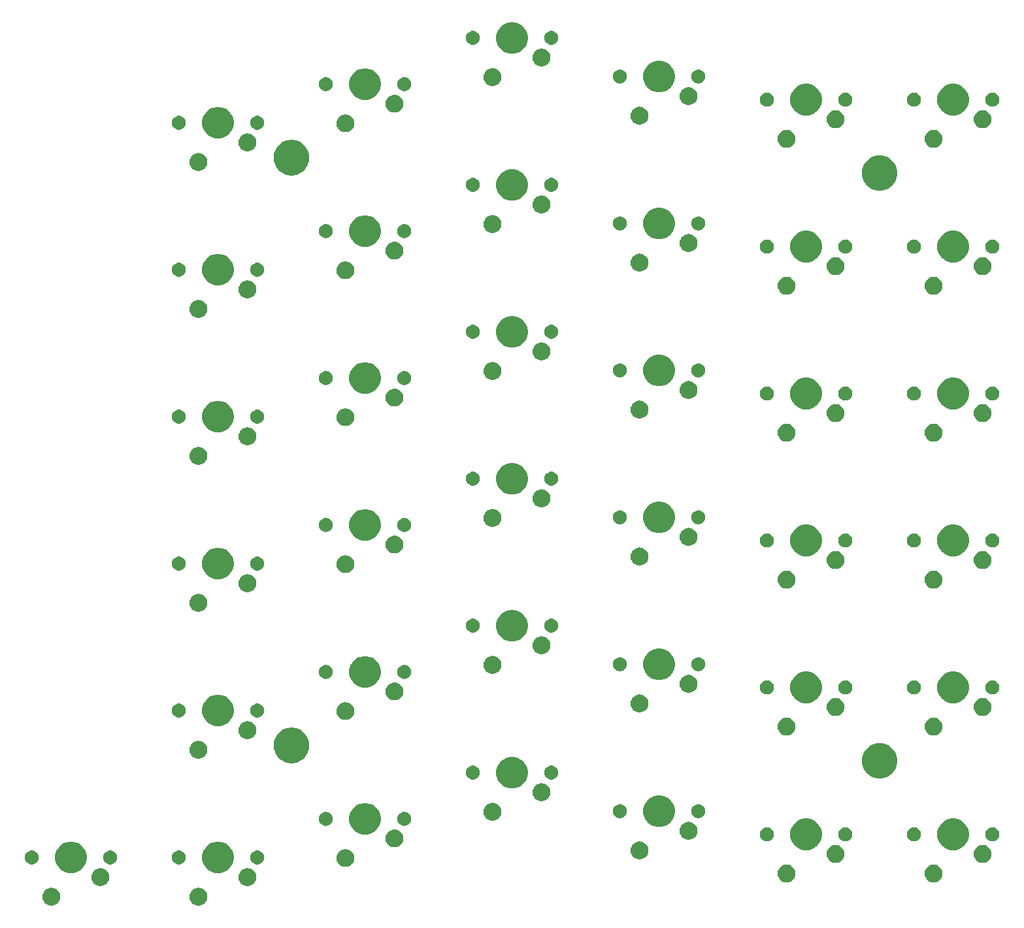
<source format=gts>
G04 #@! TF.GenerationSoftware,KiCad,Pcbnew,5.1.5+dfsg1-2build2*
G04 #@! TF.CreationDate,2020-05-17T17:46:53-07:00*
G04 #@! TF.ProjectId,triad_right,74726961-645f-4726-9967-68742e6b6963,rev?*
G04 #@! TF.SameCoordinates,Original*
G04 #@! TF.FileFunction,Soldermask,Top*
G04 #@! TF.FilePolarity,Negative*
%FSLAX46Y46*%
G04 Gerber Fmt 4.6, Leading zero omitted, Abs format (unit mm)*
G04 Created by KiCad (PCBNEW 5.1.5+dfsg1-2build2) date 2020-05-17 17:46:53*
%MOMM*%
%LPD*%
G04 APERTURE LIST*
%ADD10C,0.100000*%
G04 APERTURE END LIST*
D10*
G36*
X56034549Y-137076116D02*
G01*
X56145734Y-137098232D01*
X56355203Y-137184997D01*
X56543720Y-137310960D01*
X56704040Y-137471280D01*
X56830003Y-137659797D01*
X56916768Y-137869266D01*
X56961000Y-138091636D01*
X56961000Y-138318364D01*
X56916768Y-138540734D01*
X56830003Y-138750203D01*
X56704040Y-138938720D01*
X56543720Y-139099040D01*
X56355203Y-139225003D01*
X56145734Y-139311768D01*
X56034549Y-139333884D01*
X55923365Y-139356000D01*
X55696635Y-139356000D01*
X55585451Y-139333884D01*
X55474266Y-139311768D01*
X55264797Y-139225003D01*
X55076280Y-139099040D01*
X54915960Y-138938720D01*
X54789997Y-138750203D01*
X54703232Y-138540734D01*
X54659000Y-138318364D01*
X54659000Y-138091636D01*
X54703232Y-137869266D01*
X54789997Y-137659797D01*
X54915960Y-137471280D01*
X55076280Y-137310960D01*
X55264797Y-137184997D01*
X55474266Y-137098232D01*
X55585451Y-137076116D01*
X55696635Y-137054000D01*
X55923365Y-137054000D01*
X56034549Y-137076116D01*
G37*
G36*
X36984549Y-137076116D02*
G01*
X37095734Y-137098232D01*
X37305203Y-137184997D01*
X37493720Y-137310960D01*
X37654040Y-137471280D01*
X37780003Y-137659797D01*
X37866768Y-137869266D01*
X37911000Y-138091636D01*
X37911000Y-138318364D01*
X37866768Y-138540734D01*
X37780003Y-138750203D01*
X37654040Y-138938720D01*
X37493720Y-139099040D01*
X37305203Y-139225003D01*
X37095734Y-139311768D01*
X36984549Y-139333884D01*
X36873365Y-139356000D01*
X36646635Y-139356000D01*
X36535451Y-139333884D01*
X36424266Y-139311768D01*
X36214797Y-139225003D01*
X36026280Y-139099040D01*
X35865960Y-138938720D01*
X35739997Y-138750203D01*
X35653232Y-138540734D01*
X35609000Y-138318364D01*
X35609000Y-138091636D01*
X35653232Y-137869266D01*
X35739997Y-137659797D01*
X35865960Y-137471280D01*
X36026280Y-137310960D01*
X36214797Y-137184997D01*
X36424266Y-137098232D01*
X36535451Y-137076116D01*
X36646635Y-137054000D01*
X36873365Y-137054000D01*
X36984549Y-137076116D01*
G37*
G36*
X62384549Y-134536116D02*
G01*
X62495734Y-134558232D01*
X62705203Y-134644997D01*
X62893720Y-134770960D01*
X63054040Y-134931280D01*
X63180003Y-135119797D01*
X63262253Y-135318365D01*
X63266768Y-135329267D01*
X63308832Y-135540734D01*
X63311000Y-135551636D01*
X63311000Y-135778364D01*
X63266768Y-136000734D01*
X63180003Y-136210203D01*
X63054040Y-136398720D01*
X62893720Y-136559040D01*
X62705203Y-136685003D01*
X62495734Y-136771768D01*
X62384549Y-136793884D01*
X62273365Y-136816000D01*
X62046635Y-136816000D01*
X61935451Y-136793884D01*
X61824266Y-136771768D01*
X61614797Y-136685003D01*
X61426280Y-136559040D01*
X61265960Y-136398720D01*
X61139997Y-136210203D01*
X61053232Y-136000734D01*
X61009000Y-135778364D01*
X61009000Y-135551636D01*
X61011169Y-135540734D01*
X61053232Y-135329267D01*
X61057748Y-135318365D01*
X61139997Y-135119797D01*
X61265960Y-134931280D01*
X61426280Y-134770960D01*
X61614797Y-134644997D01*
X61824266Y-134558232D01*
X61935451Y-134536116D01*
X62046635Y-134514000D01*
X62273365Y-134514000D01*
X62384549Y-134536116D01*
G37*
G36*
X43334549Y-134536116D02*
G01*
X43445734Y-134558232D01*
X43655203Y-134644997D01*
X43843720Y-134770960D01*
X44004040Y-134931280D01*
X44130003Y-135119797D01*
X44212253Y-135318365D01*
X44216768Y-135329267D01*
X44258832Y-135540734D01*
X44261000Y-135551636D01*
X44261000Y-135778364D01*
X44216768Y-136000734D01*
X44130003Y-136210203D01*
X44004040Y-136398720D01*
X43843720Y-136559040D01*
X43655203Y-136685003D01*
X43445734Y-136771768D01*
X43334549Y-136793884D01*
X43223365Y-136816000D01*
X42996635Y-136816000D01*
X42885451Y-136793884D01*
X42774266Y-136771768D01*
X42564797Y-136685003D01*
X42376280Y-136559040D01*
X42215960Y-136398720D01*
X42089997Y-136210203D01*
X42003232Y-136000734D01*
X41959000Y-135778364D01*
X41959000Y-135551636D01*
X41961169Y-135540734D01*
X42003232Y-135329267D01*
X42007748Y-135318365D01*
X42089997Y-135119797D01*
X42215960Y-134931280D01*
X42376280Y-134770960D01*
X42564797Y-134644997D01*
X42774266Y-134558232D01*
X42885451Y-134536116D01*
X42996635Y-134514000D01*
X43223365Y-134514000D01*
X43334549Y-134536116D01*
G37*
G36*
X151284549Y-134076116D02*
G01*
X151395734Y-134098232D01*
X151605203Y-134184997D01*
X151793720Y-134310960D01*
X151954040Y-134471280D01*
X152080003Y-134659797D01*
X152166768Y-134869266D01*
X152181350Y-134942573D01*
X152211000Y-135091635D01*
X152211000Y-135318365D01*
X152208831Y-135329267D01*
X152166768Y-135540734D01*
X152080003Y-135750203D01*
X151954040Y-135938720D01*
X151793720Y-136099040D01*
X151605203Y-136225003D01*
X151395734Y-136311768D01*
X151284549Y-136333884D01*
X151173365Y-136356000D01*
X150946635Y-136356000D01*
X150835451Y-136333884D01*
X150724266Y-136311768D01*
X150514797Y-136225003D01*
X150326280Y-136099040D01*
X150165960Y-135938720D01*
X150039997Y-135750203D01*
X149953232Y-135540734D01*
X149911169Y-135329267D01*
X149909000Y-135318365D01*
X149909000Y-135091635D01*
X149938650Y-134942573D01*
X149953232Y-134869266D01*
X150039997Y-134659797D01*
X150165960Y-134471280D01*
X150326280Y-134310960D01*
X150514797Y-134184997D01*
X150724266Y-134098232D01*
X150835451Y-134076116D01*
X150946635Y-134054000D01*
X151173365Y-134054000D01*
X151284549Y-134076116D01*
G37*
G36*
X132234549Y-134076116D02*
G01*
X132345734Y-134098232D01*
X132555203Y-134184997D01*
X132743720Y-134310960D01*
X132904040Y-134471280D01*
X133030003Y-134659797D01*
X133116768Y-134869266D01*
X133131350Y-134942573D01*
X133161000Y-135091635D01*
X133161000Y-135318365D01*
X133158831Y-135329267D01*
X133116768Y-135540734D01*
X133030003Y-135750203D01*
X132904040Y-135938720D01*
X132743720Y-136099040D01*
X132555203Y-136225003D01*
X132345734Y-136311768D01*
X132234549Y-136333884D01*
X132123365Y-136356000D01*
X131896635Y-136356000D01*
X131785451Y-136333884D01*
X131674266Y-136311768D01*
X131464797Y-136225003D01*
X131276280Y-136099040D01*
X131115960Y-135938720D01*
X130989997Y-135750203D01*
X130903232Y-135540734D01*
X130861169Y-135329267D01*
X130859000Y-135318365D01*
X130859000Y-135091635D01*
X130888650Y-134942573D01*
X130903232Y-134869266D01*
X130989997Y-134659797D01*
X131115960Y-134471280D01*
X131276280Y-134310960D01*
X131464797Y-134184997D01*
X131674266Y-134098232D01*
X131785451Y-134076116D01*
X131896635Y-134054000D01*
X132123365Y-134054000D01*
X132234549Y-134076116D01*
G37*
G36*
X39898254Y-131152818D02*
G01*
X40271511Y-131307426D01*
X40271513Y-131307427D01*
X40607436Y-131531884D01*
X40893116Y-131817564D01*
X41080653Y-132098232D01*
X41117574Y-132153489D01*
X41272182Y-132526746D01*
X41351000Y-132922993D01*
X41351000Y-133327007D01*
X41272182Y-133723254D01*
X41117574Y-134096511D01*
X41117573Y-134096513D01*
X40893116Y-134432436D01*
X40607436Y-134718116D01*
X40271513Y-134942573D01*
X40271512Y-134942574D01*
X40271511Y-134942574D01*
X39898254Y-135097182D01*
X39502007Y-135176000D01*
X39097993Y-135176000D01*
X38701746Y-135097182D01*
X38328489Y-134942574D01*
X38328488Y-134942574D01*
X38328487Y-134942573D01*
X37992564Y-134718116D01*
X37706884Y-134432436D01*
X37482427Y-134096513D01*
X37482426Y-134096511D01*
X37327818Y-133723254D01*
X37249000Y-133327007D01*
X37249000Y-132922993D01*
X37327818Y-132526746D01*
X37482426Y-132153489D01*
X37519348Y-132098232D01*
X37706884Y-131817564D01*
X37992564Y-131531884D01*
X38328487Y-131307427D01*
X38328489Y-131307426D01*
X38701746Y-131152818D01*
X39097993Y-131074000D01*
X39502007Y-131074000D01*
X39898254Y-131152818D01*
G37*
G36*
X58948254Y-131152818D02*
G01*
X59321511Y-131307426D01*
X59321513Y-131307427D01*
X59657436Y-131531884D01*
X59943116Y-131817564D01*
X60130653Y-132098232D01*
X60167574Y-132153489D01*
X60322182Y-132526746D01*
X60401000Y-132922993D01*
X60401000Y-133327007D01*
X60322182Y-133723254D01*
X60167574Y-134096511D01*
X60167573Y-134096513D01*
X59943116Y-134432436D01*
X59657436Y-134718116D01*
X59321513Y-134942573D01*
X59321512Y-134942574D01*
X59321511Y-134942574D01*
X58948254Y-135097182D01*
X58552007Y-135176000D01*
X58147993Y-135176000D01*
X57751746Y-135097182D01*
X57378489Y-134942574D01*
X57378488Y-134942574D01*
X57378487Y-134942573D01*
X57042564Y-134718116D01*
X56756884Y-134432436D01*
X56532427Y-134096513D01*
X56532426Y-134096511D01*
X56377818Y-133723254D01*
X56299000Y-133327007D01*
X56299000Y-132922993D01*
X56377818Y-132526746D01*
X56532426Y-132153489D01*
X56569348Y-132098232D01*
X56756884Y-131817564D01*
X57042564Y-131531884D01*
X57378487Y-131307427D01*
X57378489Y-131307426D01*
X57751746Y-131152818D01*
X58147993Y-131074000D01*
X58552007Y-131074000D01*
X58948254Y-131152818D01*
G37*
G36*
X75084549Y-132076116D02*
G01*
X75195734Y-132098232D01*
X75247796Y-132119797D01*
X75383483Y-132176000D01*
X75405203Y-132184997D01*
X75593720Y-132310960D01*
X75754040Y-132471280D01*
X75880003Y-132659797D01*
X75963837Y-132862189D01*
X75966768Y-132869267D01*
X76011000Y-133091635D01*
X76011000Y-133318365D01*
X75995016Y-133398720D01*
X75966768Y-133540734D01*
X75880003Y-133750203D01*
X75754040Y-133938720D01*
X75593720Y-134099040D01*
X75405203Y-134225003D01*
X75195734Y-134311768D01*
X75084549Y-134333884D01*
X74973365Y-134356000D01*
X74746635Y-134356000D01*
X74635451Y-134333884D01*
X74524266Y-134311768D01*
X74314797Y-134225003D01*
X74126280Y-134099040D01*
X73965960Y-133938720D01*
X73839997Y-133750203D01*
X73753232Y-133540734D01*
X73724984Y-133398720D01*
X73709000Y-133318365D01*
X73709000Y-133091635D01*
X73753232Y-132869267D01*
X73756164Y-132862189D01*
X73839997Y-132659797D01*
X73965960Y-132471280D01*
X74126280Y-132310960D01*
X74314797Y-132184997D01*
X74336518Y-132176000D01*
X74472204Y-132119797D01*
X74524266Y-132098232D01*
X74635451Y-132076116D01*
X74746635Y-132054000D01*
X74973365Y-132054000D01*
X75084549Y-132076116D01*
G37*
G36*
X44493512Y-132228927D02*
G01*
X44642812Y-132258624D01*
X44806784Y-132326544D01*
X44954354Y-132425147D01*
X45079853Y-132550646D01*
X45178456Y-132698216D01*
X45246376Y-132862188D01*
X45281000Y-133036259D01*
X45281000Y-133213741D01*
X45246376Y-133387812D01*
X45178456Y-133551784D01*
X45079853Y-133699354D01*
X44954354Y-133824853D01*
X44806784Y-133923456D01*
X44642812Y-133991376D01*
X44493512Y-134021073D01*
X44468742Y-134026000D01*
X44291258Y-134026000D01*
X44266488Y-134021073D01*
X44117188Y-133991376D01*
X43953216Y-133923456D01*
X43805646Y-133824853D01*
X43680147Y-133699354D01*
X43581544Y-133551784D01*
X43513624Y-133387812D01*
X43479000Y-133213741D01*
X43479000Y-133036259D01*
X43513624Y-132862188D01*
X43581544Y-132698216D01*
X43680147Y-132550646D01*
X43805646Y-132425147D01*
X43953216Y-132326544D01*
X44117188Y-132258624D01*
X44266488Y-132228927D01*
X44291258Y-132224000D01*
X44468742Y-132224000D01*
X44493512Y-132228927D01*
G37*
G36*
X34333512Y-132228927D02*
G01*
X34482812Y-132258624D01*
X34646784Y-132326544D01*
X34794354Y-132425147D01*
X34919853Y-132550646D01*
X35018456Y-132698216D01*
X35086376Y-132862188D01*
X35121000Y-133036259D01*
X35121000Y-133213741D01*
X35086376Y-133387812D01*
X35018456Y-133551784D01*
X34919853Y-133699354D01*
X34794354Y-133824853D01*
X34646784Y-133923456D01*
X34482812Y-133991376D01*
X34333512Y-134021073D01*
X34308742Y-134026000D01*
X34131258Y-134026000D01*
X34106488Y-134021073D01*
X33957188Y-133991376D01*
X33793216Y-133923456D01*
X33645646Y-133824853D01*
X33520147Y-133699354D01*
X33421544Y-133551784D01*
X33353624Y-133387812D01*
X33319000Y-133213741D01*
X33319000Y-133036259D01*
X33353624Y-132862188D01*
X33421544Y-132698216D01*
X33520147Y-132550646D01*
X33645646Y-132425147D01*
X33793216Y-132326544D01*
X33957188Y-132258624D01*
X34106488Y-132228927D01*
X34131258Y-132224000D01*
X34308742Y-132224000D01*
X34333512Y-132228927D01*
G37*
G36*
X53383512Y-132228927D02*
G01*
X53532812Y-132258624D01*
X53696784Y-132326544D01*
X53844354Y-132425147D01*
X53969853Y-132550646D01*
X54068456Y-132698216D01*
X54136376Y-132862188D01*
X54171000Y-133036259D01*
X54171000Y-133213741D01*
X54136376Y-133387812D01*
X54068456Y-133551784D01*
X53969853Y-133699354D01*
X53844354Y-133824853D01*
X53696784Y-133923456D01*
X53532812Y-133991376D01*
X53383512Y-134021073D01*
X53358742Y-134026000D01*
X53181258Y-134026000D01*
X53156488Y-134021073D01*
X53007188Y-133991376D01*
X52843216Y-133923456D01*
X52695646Y-133824853D01*
X52570147Y-133699354D01*
X52471544Y-133551784D01*
X52403624Y-133387812D01*
X52369000Y-133213741D01*
X52369000Y-133036259D01*
X52403624Y-132862188D01*
X52471544Y-132698216D01*
X52570147Y-132550646D01*
X52695646Y-132425147D01*
X52843216Y-132326544D01*
X53007188Y-132258624D01*
X53156488Y-132228927D01*
X53181258Y-132224000D01*
X53358742Y-132224000D01*
X53383512Y-132228927D01*
G37*
G36*
X63543512Y-132228927D02*
G01*
X63692812Y-132258624D01*
X63856784Y-132326544D01*
X64004354Y-132425147D01*
X64129853Y-132550646D01*
X64228456Y-132698216D01*
X64296376Y-132862188D01*
X64331000Y-133036259D01*
X64331000Y-133213741D01*
X64296376Y-133387812D01*
X64228456Y-133551784D01*
X64129853Y-133699354D01*
X64004354Y-133824853D01*
X63856784Y-133923456D01*
X63692812Y-133991376D01*
X63543512Y-134021073D01*
X63518742Y-134026000D01*
X63341258Y-134026000D01*
X63316488Y-134021073D01*
X63167188Y-133991376D01*
X63003216Y-133923456D01*
X62855646Y-133824853D01*
X62730147Y-133699354D01*
X62631544Y-133551784D01*
X62563624Y-133387812D01*
X62529000Y-133213741D01*
X62529000Y-133036259D01*
X62563624Y-132862188D01*
X62631544Y-132698216D01*
X62730147Y-132550646D01*
X62855646Y-132425147D01*
X63003216Y-132326544D01*
X63167188Y-132258624D01*
X63316488Y-132228927D01*
X63341258Y-132224000D01*
X63518742Y-132224000D01*
X63543512Y-132228927D01*
G37*
G36*
X157613273Y-131531884D02*
G01*
X157745734Y-131558232D01*
X157955203Y-131644997D01*
X158143720Y-131770960D01*
X158304040Y-131931280D01*
X158430003Y-132119797D01*
X158515641Y-132326544D01*
X158516768Y-132329267D01*
X158558832Y-132540734D01*
X158561000Y-132551636D01*
X158561000Y-132778364D01*
X158516768Y-133000734D01*
X158430003Y-133210203D01*
X158304040Y-133398720D01*
X158143720Y-133559040D01*
X157955203Y-133685003D01*
X157745734Y-133771768D01*
X157634549Y-133793884D01*
X157523365Y-133816000D01*
X157296635Y-133816000D01*
X157185451Y-133793884D01*
X157074266Y-133771768D01*
X156864797Y-133685003D01*
X156676280Y-133559040D01*
X156515960Y-133398720D01*
X156389997Y-133210203D01*
X156303232Y-133000734D01*
X156259000Y-132778364D01*
X156259000Y-132551636D01*
X156261169Y-132540734D01*
X156303232Y-132329267D01*
X156304360Y-132326544D01*
X156389997Y-132119797D01*
X156515960Y-131931280D01*
X156676280Y-131770960D01*
X156864797Y-131644997D01*
X157074266Y-131558232D01*
X157206727Y-131531884D01*
X157296635Y-131514000D01*
X157523365Y-131514000D01*
X157613273Y-131531884D01*
G37*
G36*
X138563273Y-131531884D02*
G01*
X138695734Y-131558232D01*
X138905203Y-131644997D01*
X139093720Y-131770960D01*
X139254040Y-131931280D01*
X139380003Y-132119797D01*
X139465641Y-132326544D01*
X139466768Y-132329267D01*
X139508832Y-132540734D01*
X139511000Y-132551636D01*
X139511000Y-132778364D01*
X139466768Y-133000734D01*
X139380003Y-133210203D01*
X139254040Y-133398720D01*
X139093720Y-133559040D01*
X138905203Y-133685003D01*
X138695734Y-133771768D01*
X138584549Y-133793884D01*
X138473365Y-133816000D01*
X138246635Y-133816000D01*
X138135451Y-133793884D01*
X138024266Y-133771768D01*
X137814797Y-133685003D01*
X137626280Y-133559040D01*
X137465960Y-133398720D01*
X137339997Y-133210203D01*
X137253232Y-133000734D01*
X137209000Y-132778364D01*
X137209000Y-132551636D01*
X137211169Y-132540734D01*
X137253232Y-132329267D01*
X137254360Y-132326544D01*
X137339997Y-132119797D01*
X137465960Y-131931280D01*
X137626280Y-131770960D01*
X137814797Y-131644997D01*
X138024266Y-131558232D01*
X138156727Y-131531884D01*
X138246635Y-131514000D01*
X138473365Y-131514000D01*
X138563273Y-131531884D01*
G37*
G36*
X113173911Y-131074000D02*
G01*
X113295734Y-131098232D01*
X113505203Y-131184997D01*
X113693720Y-131310960D01*
X113854040Y-131471280D01*
X113980003Y-131659797D01*
X114066768Y-131869266D01*
X114081350Y-131942573D01*
X114111000Y-132091635D01*
X114111000Y-132318365D01*
X114108831Y-132329267D01*
X114066768Y-132540734D01*
X113980003Y-132750203D01*
X113854040Y-132938720D01*
X113693720Y-133099040D01*
X113505203Y-133225003D01*
X113295734Y-133311768D01*
X113219127Y-133327006D01*
X113073365Y-133356000D01*
X112846635Y-133356000D01*
X112700873Y-133327006D01*
X112624266Y-133311768D01*
X112414797Y-133225003D01*
X112226280Y-133099040D01*
X112065960Y-132938720D01*
X111939997Y-132750203D01*
X111853232Y-132540734D01*
X111811169Y-132329267D01*
X111809000Y-132318365D01*
X111809000Y-132091635D01*
X111838650Y-131942573D01*
X111853232Y-131869266D01*
X111939997Y-131659797D01*
X112065960Y-131471280D01*
X112226280Y-131310960D01*
X112414797Y-131184997D01*
X112624266Y-131098232D01*
X112746089Y-131074000D01*
X112846635Y-131054000D01*
X113073365Y-131054000D01*
X113173911Y-131074000D01*
G37*
G36*
X154198254Y-128152818D02*
G01*
X154571511Y-128307426D01*
X154571513Y-128307427D01*
X154907436Y-128531884D01*
X155193116Y-128817564D01*
X155276645Y-128942573D01*
X155417574Y-129153489D01*
X155572182Y-129526746D01*
X155651000Y-129922993D01*
X155651000Y-130327007D01*
X155572182Y-130723254D01*
X155426898Y-131074000D01*
X155417573Y-131096513D01*
X155193116Y-131432436D01*
X154907436Y-131718116D01*
X154571513Y-131942573D01*
X154571512Y-131942574D01*
X154571511Y-131942574D01*
X154198254Y-132097182D01*
X153802007Y-132176000D01*
X153397993Y-132176000D01*
X153001746Y-132097182D01*
X152628489Y-131942574D01*
X152628488Y-131942574D01*
X152628487Y-131942573D01*
X152292564Y-131718116D01*
X152006884Y-131432436D01*
X151782427Y-131096513D01*
X151773102Y-131074000D01*
X151627818Y-130723254D01*
X151549000Y-130327007D01*
X151549000Y-129922993D01*
X151627818Y-129526746D01*
X151782426Y-129153489D01*
X151923356Y-128942573D01*
X152006884Y-128817564D01*
X152292564Y-128531884D01*
X152628487Y-128307427D01*
X152628489Y-128307426D01*
X153001746Y-128152818D01*
X153397993Y-128074000D01*
X153802007Y-128074000D01*
X154198254Y-128152818D01*
G37*
G36*
X135148254Y-128152818D02*
G01*
X135521511Y-128307426D01*
X135521513Y-128307427D01*
X135857436Y-128531884D01*
X136143116Y-128817564D01*
X136226645Y-128942573D01*
X136367574Y-129153489D01*
X136522182Y-129526746D01*
X136601000Y-129922993D01*
X136601000Y-130327007D01*
X136522182Y-130723254D01*
X136376898Y-131074000D01*
X136367573Y-131096513D01*
X136143116Y-131432436D01*
X135857436Y-131718116D01*
X135521513Y-131942573D01*
X135521512Y-131942574D01*
X135521511Y-131942574D01*
X135148254Y-132097182D01*
X134752007Y-132176000D01*
X134347993Y-132176000D01*
X133951746Y-132097182D01*
X133578489Y-131942574D01*
X133578488Y-131942574D01*
X133578487Y-131942573D01*
X133242564Y-131718116D01*
X132956884Y-131432436D01*
X132732427Y-131096513D01*
X132723102Y-131074000D01*
X132577818Y-130723254D01*
X132499000Y-130327007D01*
X132499000Y-129922993D01*
X132577818Y-129526746D01*
X132732426Y-129153489D01*
X132873356Y-128942573D01*
X132956884Y-128817564D01*
X133242564Y-128531884D01*
X133578487Y-128307427D01*
X133578489Y-128307426D01*
X133951746Y-128152818D01*
X134347993Y-128074000D01*
X134752007Y-128074000D01*
X135148254Y-128152818D01*
G37*
G36*
X81387438Y-129526745D02*
G01*
X81545734Y-129558232D01*
X81755203Y-129644997D01*
X81943720Y-129770960D01*
X82104040Y-129931280D01*
X82230003Y-130119797D01*
X82316768Y-130329266D01*
X82361000Y-130551636D01*
X82361000Y-130778364D01*
X82316768Y-131000734D01*
X82230003Y-131210203D01*
X82104040Y-131398720D01*
X81943720Y-131559040D01*
X81755203Y-131685003D01*
X81545734Y-131771768D01*
X81434549Y-131793884D01*
X81323365Y-131816000D01*
X81096635Y-131816000D01*
X80985451Y-131793884D01*
X80874266Y-131771768D01*
X80664797Y-131685003D01*
X80476280Y-131559040D01*
X80315960Y-131398720D01*
X80189997Y-131210203D01*
X80103232Y-131000734D01*
X80059000Y-130778364D01*
X80059000Y-130551636D01*
X80103232Y-130329266D01*
X80189997Y-130119797D01*
X80315960Y-129931280D01*
X80476280Y-129770960D01*
X80664797Y-129644997D01*
X80874266Y-129558232D01*
X81032562Y-129526745D01*
X81096635Y-129514000D01*
X81323365Y-129514000D01*
X81387438Y-129526745D01*
G37*
G36*
X129583512Y-129228927D02*
G01*
X129732812Y-129258624D01*
X129896784Y-129326544D01*
X130044354Y-129425147D01*
X130169853Y-129550646D01*
X130268456Y-129698216D01*
X130336376Y-129862188D01*
X130371000Y-130036259D01*
X130371000Y-130213741D01*
X130336376Y-130387812D01*
X130268456Y-130551784D01*
X130169853Y-130699354D01*
X130044354Y-130824853D01*
X129896784Y-130923456D01*
X129732812Y-130991376D01*
X129583512Y-131021073D01*
X129558742Y-131026000D01*
X129381258Y-131026000D01*
X129356488Y-131021073D01*
X129207188Y-130991376D01*
X129043216Y-130923456D01*
X128895646Y-130824853D01*
X128770147Y-130699354D01*
X128671544Y-130551784D01*
X128603624Y-130387812D01*
X128569000Y-130213741D01*
X128569000Y-130036259D01*
X128603624Y-129862188D01*
X128671544Y-129698216D01*
X128770147Y-129550646D01*
X128895646Y-129425147D01*
X129043216Y-129326544D01*
X129207188Y-129258624D01*
X129356488Y-129228927D01*
X129381258Y-129224000D01*
X129558742Y-129224000D01*
X129583512Y-129228927D01*
G37*
G36*
X139743512Y-129228927D02*
G01*
X139892812Y-129258624D01*
X140056784Y-129326544D01*
X140204354Y-129425147D01*
X140329853Y-129550646D01*
X140428456Y-129698216D01*
X140496376Y-129862188D01*
X140531000Y-130036259D01*
X140531000Y-130213741D01*
X140496376Y-130387812D01*
X140428456Y-130551784D01*
X140329853Y-130699354D01*
X140204354Y-130824853D01*
X140056784Y-130923456D01*
X139892812Y-130991376D01*
X139743512Y-131021073D01*
X139718742Y-131026000D01*
X139541258Y-131026000D01*
X139516488Y-131021073D01*
X139367188Y-130991376D01*
X139203216Y-130923456D01*
X139055646Y-130824853D01*
X138930147Y-130699354D01*
X138831544Y-130551784D01*
X138763624Y-130387812D01*
X138729000Y-130213741D01*
X138729000Y-130036259D01*
X138763624Y-129862188D01*
X138831544Y-129698216D01*
X138930147Y-129550646D01*
X139055646Y-129425147D01*
X139203216Y-129326544D01*
X139367188Y-129258624D01*
X139516488Y-129228927D01*
X139541258Y-129224000D01*
X139718742Y-129224000D01*
X139743512Y-129228927D01*
G37*
G36*
X158793512Y-129228927D02*
G01*
X158942812Y-129258624D01*
X159106784Y-129326544D01*
X159254354Y-129425147D01*
X159379853Y-129550646D01*
X159478456Y-129698216D01*
X159546376Y-129862188D01*
X159581000Y-130036259D01*
X159581000Y-130213741D01*
X159546376Y-130387812D01*
X159478456Y-130551784D01*
X159379853Y-130699354D01*
X159254354Y-130824853D01*
X159106784Y-130923456D01*
X158942812Y-130991376D01*
X158793512Y-131021073D01*
X158768742Y-131026000D01*
X158591258Y-131026000D01*
X158566488Y-131021073D01*
X158417188Y-130991376D01*
X158253216Y-130923456D01*
X158105646Y-130824853D01*
X157980147Y-130699354D01*
X157881544Y-130551784D01*
X157813624Y-130387812D01*
X157779000Y-130213741D01*
X157779000Y-130036259D01*
X157813624Y-129862188D01*
X157881544Y-129698216D01*
X157980147Y-129550646D01*
X158105646Y-129425147D01*
X158253216Y-129326544D01*
X158417188Y-129258624D01*
X158566488Y-129228927D01*
X158591258Y-129224000D01*
X158768742Y-129224000D01*
X158793512Y-129228927D01*
G37*
G36*
X148633512Y-129228927D02*
G01*
X148782812Y-129258624D01*
X148946784Y-129326544D01*
X149094354Y-129425147D01*
X149219853Y-129550646D01*
X149318456Y-129698216D01*
X149386376Y-129862188D01*
X149421000Y-130036259D01*
X149421000Y-130213741D01*
X149386376Y-130387812D01*
X149318456Y-130551784D01*
X149219853Y-130699354D01*
X149094354Y-130824853D01*
X148946784Y-130923456D01*
X148782812Y-130991376D01*
X148633512Y-131021073D01*
X148608742Y-131026000D01*
X148431258Y-131026000D01*
X148406488Y-131021073D01*
X148257188Y-130991376D01*
X148093216Y-130923456D01*
X147945646Y-130824853D01*
X147820147Y-130699354D01*
X147721544Y-130551784D01*
X147653624Y-130387812D01*
X147619000Y-130213741D01*
X147619000Y-130036259D01*
X147653624Y-129862188D01*
X147721544Y-129698216D01*
X147820147Y-129550646D01*
X147945646Y-129425147D01*
X148093216Y-129326544D01*
X148257188Y-129258624D01*
X148406488Y-129228927D01*
X148431258Y-129224000D01*
X148608742Y-129224000D01*
X148633512Y-129228927D01*
G37*
G36*
X119513273Y-128531884D02*
G01*
X119645734Y-128558232D01*
X119855203Y-128644997D01*
X120043720Y-128770960D01*
X120204040Y-128931280D01*
X120330003Y-129119797D01*
X120416768Y-129329266D01*
X120461000Y-129551636D01*
X120461000Y-129778364D01*
X120416768Y-130000734D01*
X120330003Y-130210203D01*
X120204040Y-130398720D01*
X120043720Y-130559040D01*
X119855203Y-130685003D01*
X119645734Y-130771768D01*
X119534549Y-130793884D01*
X119423365Y-130816000D01*
X119196635Y-130816000D01*
X119085451Y-130793884D01*
X118974266Y-130771768D01*
X118764797Y-130685003D01*
X118576280Y-130559040D01*
X118415960Y-130398720D01*
X118289997Y-130210203D01*
X118203232Y-130000734D01*
X118159000Y-129778364D01*
X118159000Y-129551636D01*
X118203232Y-129329266D01*
X118289997Y-129119797D01*
X118415960Y-128931280D01*
X118576280Y-128770960D01*
X118764797Y-128644997D01*
X118974266Y-128558232D01*
X119106727Y-128531884D01*
X119196635Y-128514000D01*
X119423365Y-128514000D01*
X119513273Y-128531884D01*
G37*
G36*
X77998254Y-126152818D02*
G01*
X78371511Y-126307426D01*
X78371513Y-126307427D01*
X78707436Y-126531884D01*
X78993116Y-126817564D01*
X79176245Y-127091635D01*
X79217574Y-127153489D01*
X79372182Y-127526746D01*
X79451000Y-127922993D01*
X79451000Y-128327007D01*
X79372182Y-128723254D01*
X79217574Y-129096511D01*
X79217573Y-129096513D01*
X78993116Y-129432436D01*
X78707436Y-129718116D01*
X78371513Y-129942573D01*
X78371512Y-129942574D01*
X78371511Y-129942574D01*
X77998254Y-130097182D01*
X77602007Y-130176000D01*
X77197993Y-130176000D01*
X76801746Y-130097182D01*
X76428489Y-129942574D01*
X76428488Y-129942574D01*
X76428487Y-129942573D01*
X76092564Y-129718116D01*
X75806884Y-129432436D01*
X75582427Y-129096513D01*
X75582426Y-129096511D01*
X75427818Y-128723254D01*
X75349000Y-128327007D01*
X75349000Y-127922993D01*
X75427818Y-127526746D01*
X75582426Y-127153489D01*
X75623756Y-127091635D01*
X75806884Y-126817564D01*
X76092564Y-126531884D01*
X76428487Y-126307427D01*
X76428489Y-126307426D01*
X76801746Y-126152818D01*
X77197993Y-126074000D01*
X77602007Y-126074000D01*
X77998254Y-126152818D01*
G37*
G36*
X116098254Y-125152818D02*
G01*
X116471511Y-125307426D01*
X116471513Y-125307427D01*
X116807436Y-125531884D01*
X117093116Y-125817564D01*
X117317127Y-126152819D01*
X117317574Y-126153489D01*
X117472182Y-126526746D01*
X117551000Y-126922993D01*
X117551000Y-127327007D01*
X117472182Y-127723254D01*
X117342531Y-128036259D01*
X117317573Y-128096513D01*
X117093116Y-128432436D01*
X116807436Y-128718116D01*
X116471513Y-128942573D01*
X116471512Y-128942574D01*
X116471511Y-128942574D01*
X116098254Y-129097182D01*
X115702007Y-129176000D01*
X115297993Y-129176000D01*
X114901746Y-129097182D01*
X114528489Y-128942574D01*
X114528488Y-128942574D01*
X114528487Y-128942573D01*
X114192564Y-128718116D01*
X113906884Y-128432436D01*
X113682427Y-128096513D01*
X113657469Y-128036259D01*
X113527818Y-127723254D01*
X113449000Y-127327007D01*
X113449000Y-126922993D01*
X113527818Y-126526746D01*
X113682426Y-126153489D01*
X113682874Y-126152819D01*
X113906884Y-125817564D01*
X114192564Y-125531884D01*
X114528487Y-125307427D01*
X114528489Y-125307426D01*
X114901746Y-125152818D01*
X115297993Y-125074000D01*
X115702007Y-125074000D01*
X116098254Y-125152818D01*
G37*
G36*
X82593512Y-127228927D02*
G01*
X82742812Y-127258624D01*
X82906784Y-127326544D01*
X83054354Y-127425147D01*
X83179853Y-127550646D01*
X83278456Y-127698216D01*
X83346376Y-127862188D01*
X83372072Y-127991375D01*
X83378960Y-128026000D01*
X83381000Y-128036259D01*
X83381000Y-128213741D01*
X83346376Y-128387812D01*
X83278456Y-128551784D01*
X83179853Y-128699354D01*
X83054354Y-128824853D01*
X82906784Y-128923456D01*
X82742812Y-128991376D01*
X82593512Y-129021073D01*
X82568742Y-129026000D01*
X82391258Y-129026000D01*
X82366488Y-129021073D01*
X82217188Y-128991376D01*
X82053216Y-128923456D01*
X81905646Y-128824853D01*
X81780147Y-128699354D01*
X81681544Y-128551784D01*
X81613624Y-128387812D01*
X81579000Y-128213741D01*
X81579000Y-128036259D01*
X81581041Y-128026000D01*
X81587928Y-127991375D01*
X81613624Y-127862188D01*
X81681544Y-127698216D01*
X81780147Y-127550646D01*
X81905646Y-127425147D01*
X82053216Y-127326544D01*
X82217188Y-127258624D01*
X82366488Y-127228927D01*
X82391258Y-127224000D01*
X82568742Y-127224000D01*
X82593512Y-127228927D01*
G37*
G36*
X72433512Y-127228927D02*
G01*
X72582812Y-127258624D01*
X72746784Y-127326544D01*
X72894354Y-127425147D01*
X73019853Y-127550646D01*
X73118456Y-127698216D01*
X73186376Y-127862188D01*
X73212072Y-127991375D01*
X73218960Y-128026000D01*
X73221000Y-128036259D01*
X73221000Y-128213741D01*
X73186376Y-128387812D01*
X73118456Y-128551784D01*
X73019853Y-128699354D01*
X72894354Y-128824853D01*
X72746784Y-128923456D01*
X72582812Y-128991376D01*
X72433512Y-129021073D01*
X72408742Y-129026000D01*
X72231258Y-129026000D01*
X72206488Y-129021073D01*
X72057188Y-128991376D01*
X71893216Y-128923456D01*
X71745646Y-128824853D01*
X71620147Y-128699354D01*
X71521544Y-128551784D01*
X71453624Y-128387812D01*
X71419000Y-128213741D01*
X71419000Y-128036259D01*
X71421041Y-128026000D01*
X71427928Y-127991375D01*
X71453624Y-127862188D01*
X71521544Y-127698216D01*
X71620147Y-127550646D01*
X71745646Y-127425147D01*
X71893216Y-127326544D01*
X72057188Y-127258624D01*
X72206488Y-127228927D01*
X72231258Y-127224000D01*
X72408742Y-127224000D01*
X72433512Y-127228927D01*
G37*
G36*
X94123911Y-126074000D02*
G01*
X94245734Y-126098232D01*
X94455203Y-126184997D01*
X94643720Y-126310960D01*
X94804040Y-126471280D01*
X94930003Y-126659797D01*
X95016768Y-126869266D01*
X95061000Y-127091636D01*
X95061000Y-127318364D01*
X95016768Y-127540734D01*
X94930003Y-127750203D01*
X94804040Y-127938720D01*
X94643720Y-128099040D01*
X94455203Y-128225003D01*
X94245734Y-128311768D01*
X94169127Y-128327006D01*
X94023365Y-128356000D01*
X93796635Y-128356000D01*
X93650873Y-128327006D01*
X93574266Y-128311768D01*
X93364797Y-128225003D01*
X93176280Y-128099040D01*
X93015960Y-127938720D01*
X92889997Y-127750203D01*
X92803232Y-127540734D01*
X92759000Y-127318364D01*
X92759000Y-127091636D01*
X92803232Y-126869266D01*
X92889997Y-126659797D01*
X93015960Y-126471280D01*
X93176280Y-126310960D01*
X93364797Y-126184997D01*
X93574266Y-126098232D01*
X93696089Y-126074000D01*
X93796635Y-126054000D01*
X94023365Y-126054000D01*
X94123911Y-126074000D01*
G37*
G36*
X110533512Y-126228927D02*
G01*
X110682812Y-126258624D01*
X110846784Y-126326544D01*
X110994354Y-126425147D01*
X111119853Y-126550646D01*
X111218456Y-126698216D01*
X111286376Y-126862188D01*
X111316073Y-127011488D01*
X111321000Y-127036258D01*
X111321000Y-127213742D01*
X111316073Y-127238512D01*
X111286376Y-127387812D01*
X111218456Y-127551784D01*
X111119853Y-127699354D01*
X110994354Y-127824853D01*
X110846784Y-127923456D01*
X110682812Y-127991376D01*
X110533512Y-128021073D01*
X110508742Y-128026000D01*
X110331258Y-128026000D01*
X110306488Y-128021073D01*
X110157188Y-127991376D01*
X109993216Y-127923456D01*
X109845646Y-127824853D01*
X109720147Y-127699354D01*
X109621544Y-127551784D01*
X109553624Y-127387812D01*
X109523927Y-127238512D01*
X109519000Y-127213742D01*
X109519000Y-127036258D01*
X109523927Y-127011488D01*
X109553624Y-126862188D01*
X109621544Y-126698216D01*
X109720147Y-126550646D01*
X109845646Y-126425147D01*
X109993216Y-126326544D01*
X110157188Y-126258624D01*
X110306488Y-126228927D01*
X110331258Y-126224000D01*
X110508742Y-126224000D01*
X110533512Y-126228927D01*
G37*
G36*
X120693512Y-126228927D02*
G01*
X120842812Y-126258624D01*
X121006784Y-126326544D01*
X121154354Y-126425147D01*
X121279853Y-126550646D01*
X121378456Y-126698216D01*
X121446376Y-126862188D01*
X121476073Y-127011488D01*
X121481000Y-127036258D01*
X121481000Y-127213742D01*
X121476073Y-127238512D01*
X121446376Y-127387812D01*
X121378456Y-127551784D01*
X121279853Y-127699354D01*
X121154354Y-127824853D01*
X121006784Y-127923456D01*
X120842812Y-127991376D01*
X120693512Y-128021073D01*
X120668742Y-128026000D01*
X120491258Y-128026000D01*
X120466488Y-128021073D01*
X120317188Y-127991376D01*
X120153216Y-127923456D01*
X120005646Y-127824853D01*
X119880147Y-127699354D01*
X119781544Y-127551784D01*
X119713624Y-127387812D01*
X119683927Y-127238512D01*
X119679000Y-127213742D01*
X119679000Y-127036258D01*
X119683927Y-127011488D01*
X119713624Y-126862188D01*
X119781544Y-126698216D01*
X119880147Y-126550646D01*
X120005646Y-126425147D01*
X120153216Y-126326544D01*
X120317188Y-126258624D01*
X120466488Y-126228927D01*
X120491258Y-126224000D01*
X120668742Y-126224000D01*
X120693512Y-126228927D01*
G37*
G36*
X100484549Y-123536116D02*
G01*
X100595734Y-123558232D01*
X100805203Y-123644997D01*
X100993720Y-123770960D01*
X101154040Y-123931280D01*
X101280003Y-124119797D01*
X101366768Y-124329266D01*
X101411000Y-124551636D01*
X101411000Y-124778364D01*
X101366768Y-125000734D01*
X101280003Y-125210203D01*
X101154040Y-125398720D01*
X100993720Y-125559040D01*
X100805203Y-125685003D01*
X100595734Y-125771768D01*
X100484549Y-125793884D01*
X100373365Y-125816000D01*
X100146635Y-125816000D01*
X100035451Y-125793884D01*
X99924266Y-125771768D01*
X99714797Y-125685003D01*
X99526280Y-125559040D01*
X99365960Y-125398720D01*
X99239997Y-125210203D01*
X99153232Y-125000734D01*
X99109000Y-124778364D01*
X99109000Y-124551636D01*
X99153232Y-124329266D01*
X99239997Y-124119797D01*
X99365960Y-123931280D01*
X99526280Y-123770960D01*
X99714797Y-123644997D01*
X99924266Y-123558232D01*
X100035451Y-123536116D01*
X100146635Y-123514000D01*
X100373365Y-123514000D01*
X100484549Y-123536116D01*
G37*
G36*
X97048254Y-120152818D02*
G01*
X97418068Y-120306000D01*
X97421513Y-120307427D01*
X97541057Y-120387304D01*
X97757436Y-120531884D01*
X98043116Y-120817564D01*
X98267574Y-121153489D01*
X98422182Y-121526746D01*
X98501000Y-121922993D01*
X98501000Y-122327007D01*
X98422182Y-122723254D01*
X98267574Y-123096511D01*
X98267573Y-123096513D01*
X98043116Y-123432436D01*
X97757436Y-123718116D01*
X97421513Y-123942573D01*
X97421512Y-123942574D01*
X97421511Y-123942574D01*
X97048254Y-124097182D01*
X96652007Y-124176000D01*
X96247993Y-124176000D01*
X95851746Y-124097182D01*
X95478489Y-123942574D01*
X95478488Y-123942574D01*
X95478487Y-123942573D01*
X95142564Y-123718116D01*
X94856884Y-123432436D01*
X94632427Y-123096513D01*
X94632426Y-123096511D01*
X94477818Y-122723254D01*
X94399000Y-122327007D01*
X94399000Y-121922993D01*
X94477818Y-121526746D01*
X94632426Y-121153489D01*
X94856884Y-120817564D01*
X95142564Y-120531884D01*
X95358943Y-120387304D01*
X95478487Y-120307427D01*
X95481932Y-120306000D01*
X95851746Y-120152818D01*
X96247993Y-120074000D01*
X96652007Y-120074000D01*
X97048254Y-120152818D01*
G37*
G36*
X101643512Y-121228927D02*
G01*
X101792812Y-121258624D01*
X101956784Y-121326544D01*
X102104354Y-121425147D01*
X102229853Y-121550646D01*
X102328456Y-121698216D01*
X102396376Y-121862188D01*
X102431000Y-122036259D01*
X102431000Y-122213741D01*
X102396376Y-122387812D01*
X102328456Y-122551784D01*
X102229853Y-122699354D01*
X102104354Y-122824853D01*
X101956784Y-122923456D01*
X101792812Y-122991376D01*
X101643512Y-123021073D01*
X101618742Y-123026000D01*
X101441258Y-123026000D01*
X101416488Y-123021073D01*
X101267188Y-122991376D01*
X101103216Y-122923456D01*
X100955646Y-122824853D01*
X100830147Y-122699354D01*
X100731544Y-122551784D01*
X100663624Y-122387812D01*
X100629000Y-122213741D01*
X100629000Y-122036259D01*
X100663624Y-121862188D01*
X100731544Y-121698216D01*
X100830147Y-121550646D01*
X100955646Y-121425147D01*
X101103216Y-121326544D01*
X101267188Y-121258624D01*
X101416488Y-121228927D01*
X101441258Y-121224000D01*
X101618742Y-121224000D01*
X101643512Y-121228927D01*
G37*
G36*
X91483512Y-121228927D02*
G01*
X91632812Y-121258624D01*
X91796784Y-121326544D01*
X91944354Y-121425147D01*
X92069853Y-121550646D01*
X92168456Y-121698216D01*
X92236376Y-121862188D01*
X92271000Y-122036259D01*
X92271000Y-122213741D01*
X92236376Y-122387812D01*
X92168456Y-122551784D01*
X92069853Y-122699354D01*
X91944354Y-122824853D01*
X91796784Y-122923456D01*
X91632812Y-122991376D01*
X91483512Y-123021073D01*
X91458742Y-123026000D01*
X91281258Y-123026000D01*
X91256488Y-123021073D01*
X91107188Y-122991376D01*
X90943216Y-122923456D01*
X90795646Y-122824853D01*
X90670147Y-122699354D01*
X90571544Y-122551784D01*
X90503624Y-122387812D01*
X90469000Y-122213741D01*
X90469000Y-122036259D01*
X90503624Y-121862188D01*
X90571544Y-121698216D01*
X90670147Y-121550646D01*
X90795646Y-121425147D01*
X90943216Y-121326544D01*
X91107188Y-121258624D01*
X91256488Y-121228927D01*
X91281258Y-121224000D01*
X91458742Y-121224000D01*
X91483512Y-121228927D01*
G37*
G36*
X144523903Y-118343213D02*
G01*
X144746177Y-118387426D01*
X145164932Y-118560880D01*
X145541802Y-118812696D01*
X145862304Y-119133198D01*
X146114120Y-119510068D01*
X146287574Y-119928823D01*
X146376000Y-120373371D01*
X146376000Y-120826629D01*
X146287574Y-121271177D01*
X146114120Y-121689932D01*
X145862304Y-122066802D01*
X145541802Y-122387304D01*
X145164932Y-122639120D01*
X144746177Y-122812574D01*
X144684451Y-122824852D01*
X144301630Y-122901000D01*
X143848370Y-122901000D01*
X143465549Y-122824852D01*
X143403823Y-122812574D01*
X142985068Y-122639120D01*
X142608198Y-122387304D01*
X142287696Y-122066802D01*
X142035880Y-121689932D01*
X141862426Y-121271177D01*
X141774000Y-120826629D01*
X141774000Y-120373371D01*
X141862426Y-119928823D01*
X142035880Y-119510068D01*
X142287696Y-119133198D01*
X142608198Y-118812696D01*
X142985068Y-118560880D01*
X143403823Y-118387426D01*
X143626097Y-118343213D01*
X143848370Y-118299000D01*
X144301630Y-118299000D01*
X144523903Y-118343213D01*
G37*
G36*
X68323903Y-116343213D02*
G01*
X68546177Y-116387426D01*
X68964932Y-116560880D01*
X69341802Y-116812696D01*
X69662304Y-117133198D01*
X69914120Y-117510068D01*
X70087574Y-117928823D01*
X70131787Y-118151097D01*
X70176000Y-118373370D01*
X70176000Y-118826630D01*
X70131787Y-119048903D01*
X70087574Y-119271177D01*
X69914120Y-119689932D01*
X69662304Y-120066802D01*
X69341802Y-120387304D01*
X68964932Y-120639120D01*
X68546177Y-120812574D01*
X68323903Y-120856787D01*
X68101630Y-120901000D01*
X67648370Y-120901000D01*
X67426097Y-120856787D01*
X67203823Y-120812574D01*
X66785068Y-120639120D01*
X66408198Y-120387304D01*
X66087696Y-120066802D01*
X65835880Y-119689932D01*
X65662426Y-119271177D01*
X65618213Y-119048903D01*
X65574000Y-118826630D01*
X65574000Y-118373370D01*
X65618213Y-118151097D01*
X65662426Y-117928823D01*
X65835880Y-117510068D01*
X66087696Y-117133198D01*
X66408198Y-116812696D01*
X66785068Y-116560880D01*
X67203823Y-116387426D01*
X67426097Y-116343213D01*
X67648370Y-116299000D01*
X68101630Y-116299000D01*
X68323903Y-116343213D01*
G37*
G36*
X56034549Y-118026116D02*
G01*
X56145734Y-118048232D01*
X56355203Y-118134997D01*
X56543720Y-118260960D01*
X56704040Y-118421280D01*
X56830003Y-118609797D01*
X56916768Y-118819266D01*
X56918233Y-118826630D01*
X56961000Y-119041635D01*
X56961000Y-119268365D01*
X56938884Y-119379549D01*
X56916768Y-119490734D01*
X56855416Y-119638850D01*
X56834258Y-119689932D01*
X56830003Y-119700203D01*
X56704040Y-119888720D01*
X56543720Y-120049040D01*
X56355203Y-120175003D01*
X56145734Y-120261768D01*
X56034549Y-120283884D01*
X55923365Y-120306000D01*
X55696635Y-120306000D01*
X55585451Y-120283884D01*
X55474266Y-120261768D01*
X55264797Y-120175003D01*
X55076280Y-120049040D01*
X54915960Y-119888720D01*
X54789997Y-119700203D01*
X54785743Y-119689932D01*
X54764584Y-119638850D01*
X54703232Y-119490734D01*
X54681116Y-119379549D01*
X54659000Y-119268365D01*
X54659000Y-119041635D01*
X54701767Y-118826630D01*
X54703232Y-118819266D01*
X54789997Y-118609797D01*
X54915960Y-118421280D01*
X55076280Y-118260960D01*
X55264797Y-118134997D01*
X55474266Y-118048232D01*
X55585451Y-118026116D01*
X55696635Y-118004000D01*
X55923365Y-118004000D01*
X56034549Y-118026116D01*
G37*
G36*
X62384549Y-115486116D02*
G01*
X62495734Y-115508232D01*
X62705203Y-115594997D01*
X62893720Y-115720960D01*
X63054040Y-115881280D01*
X63180003Y-116069797D01*
X63262253Y-116268365D01*
X63266768Y-116279267D01*
X63308832Y-116490734D01*
X63311000Y-116501636D01*
X63311000Y-116728364D01*
X63279104Y-116888719D01*
X63266768Y-116950733D01*
X63191189Y-117133199D01*
X63180003Y-117160203D01*
X63054040Y-117348720D01*
X62893720Y-117509040D01*
X62705203Y-117635003D01*
X62495734Y-117721768D01*
X62384549Y-117743884D01*
X62273365Y-117766000D01*
X62046635Y-117766000D01*
X61935451Y-117743884D01*
X61824266Y-117721768D01*
X61614797Y-117635003D01*
X61426280Y-117509040D01*
X61265960Y-117348720D01*
X61139997Y-117160203D01*
X61128812Y-117133199D01*
X61053232Y-116950733D01*
X61040897Y-116888719D01*
X61009000Y-116728364D01*
X61009000Y-116501636D01*
X61011169Y-116490734D01*
X61053232Y-116279267D01*
X61057748Y-116268365D01*
X61139997Y-116069797D01*
X61265960Y-115881280D01*
X61426280Y-115720960D01*
X61614797Y-115594997D01*
X61824266Y-115508232D01*
X61935451Y-115486116D01*
X62046635Y-115464000D01*
X62273365Y-115464000D01*
X62384549Y-115486116D01*
G37*
G36*
X151284549Y-115026116D02*
G01*
X151395734Y-115048232D01*
X151605203Y-115134997D01*
X151793720Y-115260960D01*
X151954040Y-115421280D01*
X152080003Y-115609797D01*
X152166768Y-115819266D01*
X152181350Y-115892573D01*
X152211000Y-116041635D01*
X152211000Y-116268365D01*
X152208831Y-116279267D01*
X152166768Y-116490734D01*
X152080003Y-116700203D01*
X151954040Y-116888720D01*
X151793720Y-117049040D01*
X151605203Y-117175003D01*
X151395734Y-117261768D01*
X151284549Y-117283884D01*
X151173365Y-117306000D01*
X150946635Y-117306000D01*
X150835451Y-117283884D01*
X150724266Y-117261768D01*
X150514797Y-117175003D01*
X150326280Y-117049040D01*
X150165960Y-116888720D01*
X150039997Y-116700203D01*
X149953232Y-116490734D01*
X149911169Y-116279267D01*
X149909000Y-116268365D01*
X149909000Y-116041635D01*
X149938650Y-115892573D01*
X149953232Y-115819266D01*
X150039997Y-115609797D01*
X150165960Y-115421280D01*
X150326280Y-115260960D01*
X150514797Y-115134997D01*
X150724266Y-115048232D01*
X150835451Y-115026116D01*
X150946635Y-115004000D01*
X151173365Y-115004000D01*
X151284549Y-115026116D01*
G37*
G36*
X132234549Y-115026116D02*
G01*
X132345734Y-115048232D01*
X132555203Y-115134997D01*
X132743720Y-115260960D01*
X132904040Y-115421280D01*
X133030003Y-115609797D01*
X133116768Y-115819266D01*
X133131350Y-115892573D01*
X133161000Y-116041635D01*
X133161000Y-116268365D01*
X133158831Y-116279267D01*
X133116768Y-116490734D01*
X133030003Y-116700203D01*
X132904040Y-116888720D01*
X132743720Y-117049040D01*
X132555203Y-117175003D01*
X132345734Y-117261768D01*
X132234549Y-117283884D01*
X132123365Y-117306000D01*
X131896635Y-117306000D01*
X131785451Y-117283884D01*
X131674266Y-117261768D01*
X131464797Y-117175003D01*
X131276280Y-117049040D01*
X131115960Y-116888720D01*
X130989997Y-116700203D01*
X130903232Y-116490734D01*
X130861169Y-116279267D01*
X130859000Y-116268365D01*
X130859000Y-116041635D01*
X130888650Y-115892573D01*
X130903232Y-115819266D01*
X130989997Y-115609797D01*
X131115960Y-115421280D01*
X131276280Y-115260960D01*
X131464797Y-115134997D01*
X131674266Y-115048232D01*
X131785451Y-115026116D01*
X131896635Y-115004000D01*
X132123365Y-115004000D01*
X132234549Y-115026116D01*
G37*
G36*
X58948254Y-112102818D02*
G01*
X59321511Y-112257426D01*
X59321513Y-112257427D01*
X59657436Y-112481884D01*
X59943116Y-112767564D01*
X60130653Y-113048232D01*
X60167574Y-113103489D01*
X60322182Y-113476746D01*
X60401000Y-113872993D01*
X60401000Y-114277007D01*
X60322182Y-114673254D01*
X60167574Y-115046511D01*
X60167573Y-115046513D01*
X59943116Y-115382436D01*
X59657436Y-115668116D01*
X59321513Y-115892573D01*
X59321512Y-115892574D01*
X59321511Y-115892574D01*
X58948254Y-116047182D01*
X58552007Y-116126000D01*
X58147993Y-116126000D01*
X57751746Y-116047182D01*
X57378489Y-115892574D01*
X57378488Y-115892574D01*
X57378487Y-115892573D01*
X57042564Y-115668116D01*
X56756884Y-115382436D01*
X56532427Y-115046513D01*
X56532426Y-115046511D01*
X56377818Y-114673254D01*
X56299000Y-114277007D01*
X56299000Y-113872993D01*
X56377818Y-113476746D01*
X56532426Y-113103489D01*
X56569348Y-113048232D01*
X56756884Y-112767564D01*
X57042564Y-112481884D01*
X57378487Y-112257427D01*
X57378489Y-112257426D01*
X57751746Y-112102818D01*
X58147993Y-112024000D01*
X58552007Y-112024000D01*
X58948254Y-112102818D01*
G37*
G36*
X75084549Y-113026116D02*
G01*
X75195734Y-113048232D01*
X75247796Y-113069797D01*
X75383483Y-113126000D01*
X75405203Y-113134997D01*
X75593720Y-113260960D01*
X75754040Y-113421280D01*
X75880003Y-113609797D01*
X75963837Y-113812189D01*
X75966768Y-113819267D01*
X76011000Y-114041635D01*
X76011000Y-114268365D01*
X75995016Y-114348720D01*
X75966768Y-114490734D01*
X75880003Y-114700203D01*
X75754040Y-114888720D01*
X75593720Y-115049040D01*
X75405203Y-115175003D01*
X75195734Y-115261768D01*
X75084549Y-115283884D01*
X74973365Y-115306000D01*
X74746635Y-115306000D01*
X74635451Y-115283884D01*
X74524266Y-115261768D01*
X74314797Y-115175003D01*
X74126280Y-115049040D01*
X73965960Y-114888720D01*
X73839997Y-114700203D01*
X73753232Y-114490734D01*
X73724984Y-114348720D01*
X73709000Y-114268365D01*
X73709000Y-114041635D01*
X73753232Y-113819267D01*
X73756164Y-113812189D01*
X73839997Y-113609797D01*
X73965960Y-113421280D01*
X74126280Y-113260960D01*
X74314797Y-113134997D01*
X74336518Y-113126000D01*
X74472204Y-113069797D01*
X74524266Y-113048232D01*
X74635451Y-113026116D01*
X74746635Y-113004000D01*
X74973365Y-113004000D01*
X75084549Y-113026116D01*
G37*
G36*
X53383512Y-113178927D02*
G01*
X53532812Y-113208624D01*
X53696784Y-113276544D01*
X53844354Y-113375147D01*
X53969853Y-113500646D01*
X54068456Y-113648216D01*
X54136376Y-113812188D01*
X54171000Y-113986259D01*
X54171000Y-114163741D01*
X54136376Y-114337812D01*
X54068456Y-114501784D01*
X53969853Y-114649354D01*
X53844354Y-114774853D01*
X53696784Y-114873456D01*
X53532812Y-114941376D01*
X53383512Y-114971073D01*
X53358742Y-114976000D01*
X53181258Y-114976000D01*
X53156488Y-114971073D01*
X53007188Y-114941376D01*
X52843216Y-114873456D01*
X52695646Y-114774853D01*
X52570147Y-114649354D01*
X52471544Y-114501784D01*
X52403624Y-114337812D01*
X52369000Y-114163741D01*
X52369000Y-113986259D01*
X52403624Y-113812188D01*
X52471544Y-113648216D01*
X52570147Y-113500646D01*
X52695646Y-113375147D01*
X52843216Y-113276544D01*
X53007188Y-113208624D01*
X53156488Y-113178927D01*
X53181258Y-113174000D01*
X53358742Y-113174000D01*
X53383512Y-113178927D01*
G37*
G36*
X63543512Y-113178927D02*
G01*
X63692812Y-113208624D01*
X63856784Y-113276544D01*
X64004354Y-113375147D01*
X64129853Y-113500646D01*
X64228456Y-113648216D01*
X64296376Y-113812188D01*
X64331000Y-113986259D01*
X64331000Y-114163741D01*
X64296376Y-114337812D01*
X64228456Y-114501784D01*
X64129853Y-114649354D01*
X64004354Y-114774853D01*
X63856784Y-114873456D01*
X63692812Y-114941376D01*
X63543512Y-114971073D01*
X63518742Y-114976000D01*
X63341258Y-114976000D01*
X63316488Y-114971073D01*
X63167188Y-114941376D01*
X63003216Y-114873456D01*
X62855646Y-114774853D01*
X62730147Y-114649354D01*
X62631544Y-114501784D01*
X62563624Y-114337812D01*
X62529000Y-114163741D01*
X62529000Y-113986259D01*
X62563624Y-113812188D01*
X62631544Y-113648216D01*
X62730147Y-113500646D01*
X62855646Y-113375147D01*
X63003216Y-113276544D01*
X63167188Y-113208624D01*
X63316488Y-113178927D01*
X63341258Y-113174000D01*
X63518742Y-113174000D01*
X63543512Y-113178927D01*
G37*
G36*
X157613273Y-112481884D02*
G01*
X157745734Y-112508232D01*
X157955203Y-112594997D01*
X158143720Y-112720960D01*
X158304040Y-112881280D01*
X158430003Y-113069797D01*
X158515641Y-113276544D01*
X158516768Y-113279267D01*
X158558832Y-113490734D01*
X158561000Y-113501636D01*
X158561000Y-113728364D01*
X158516768Y-113950734D01*
X158430003Y-114160203D01*
X158304040Y-114348720D01*
X158143720Y-114509040D01*
X157955203Y-114635003D01*
X157745734Y-114721768D01*
X157634549Y-114743884D01*
X157523365Y-114766000D01*
X157296635Y-114766000D01*
X157185451Y-114743884D01*
X157074266Y-114721768D01*
X156864797Y-114635003D01*
X156676280Y-114509040D01*
X156515960Y-114348720D01*
X156389997Y-114160203D01*
X156303232Y-113950734D01*
X156259000Y-113728364D01*
X156259000Y-113501636D01*
X156261169Y-113490734D01*
X156303232Y-113279267D01*
X156304360Y-113276544D01*
X156389997Y-113069797D01*
X156515960Y-112881280D01*
X156676280Y-112720960D01*
X156864797Y-112594997D01*
X157074266Y-112508232D01*
X157206727Y-112481884D01*
X157296635Y-112464000D01*
X157523365Y-112464000D01*
X157613273Y-112481884D01*
G37*
G36*
X138563273Y-112481884D02*
G01*
X138695734Y-112508232D01*
X138905203Y-112594997D01*
X139093720Y-112720960D01*
X139254040Y-112881280D01*
X139380003Y-113069797D01*
X139465641Y-113276544D01*
X139466768Y-113279267D01*
X139508832Y-113490734D01*
X139511000Y-113501636D01*
X139511000Y-113728364D01*
X139466768Y-113950734D01*
X139380003Y-114160203D01*
X139254040Y-114348720D01*
X139093720Y-114509040D01*
X138905203Y-114635003D01*
X138695734Y-114721768D01*
X138584549Y-114743884D01*
X138473365Y-114766000D01*
X138246635Y-114766000D01*
X138135451Y-114743884D01*
X138024266Y-114721768D01*
X137814797Y-114635003D01*
X137626280Y-114509040D01*
X137465960Y-114348720D01*
X137339997Y-114160203D01*
X137253232Y-113950734D01*
X137209000Y-113728364D01*
X137209000Y-113501636D01*
X137211169Y-113490734D01*
X137253232Y-113279267D01*
X137254360Y-113276544D01*
X137339997Y-113069797D01*
X137465960Y-112881280D01*
X137626280Y-112720960D01*
X137814797Y-112594997D01*
X138024266Y-112508232D01*
X138156727Y-112481884D01*
X138246635Y-112464000D01*
X138473365Y-112464000D01*
X138563273Y-112481884D01*
G37*
G36*
X113173911Y-112024000D02*
G01*
X113295734Y-112048232D01*
X113505203Y-112134997D01*
X113693720Y-112260960D01*
X113854040Y-112421280D01*
X113980003Y-112609797D01*
X114066768Y-112819266D01*
X114081350Y-112892573D01*
X114111000Y-113041635D01*
X114111000Y-113268365D01*
X114108831Y-113279267D01*
X114066768Y-113490734D01*
X113980003Y-113700203D01*
X113854040Y-113888720D01*
X113693720Y-114049040D01*
X113505203Y-114175003D01*
X113295734Y-114261768D01*
X113219127Y-114277006D01*
X113073365Y-114306000D01*
X112846635Y-114306000D01*
X112700873Y-114277006D01*
X112624266Y-114261768D01*
X112414797Y-114175003D01*
X112226280Y-114049040D01*
X112065960Y-113888720D01*
X111939997Y-113700203D01*
X111853232Y-113490734D01*
X111811169Y-113279267D01*
X111809000Y-113268365D01*
X111809000Y-113041635D01*
X111838650Y-112892573D01*
X111853232Y-112819266D01*
X111939997Y-112609797D01*
X112065960Y-112421280D01*
X112226280Y-112260960D01*
X112414797Y-112134997D01*
X112624266Y-112048232D01*
X112746089Y-112024000D01*
X112846635Y-112004000D01*
X113073365Y-112004000D01*
X113173911Y-112024000D01*
G37*
G36*
X154198254Y-109102818D02*
G01*
X154571511Y-109257426D01*
X154571513Y-109257427D01*
X154907436Y-109481884D01*
X155193116Y-109767564D01*
X155276645Y-109892573D01*
X155417574Y-110103489D01*
X155572182Y-110476746D01*
X155651000Y-110872993D01*
X155651000Y-111277007D01*
X155572182Y-111673254D01*
X155426898Y-112024000D01*
X155417573Y-112046513D01*
X155193116Y-112382436D01*
X154907436Y-112668116D01*
X154571513Y-112892573D01*
X154571512Y-112892574D01*
X154571511Y-112892574D01*
X154198254Y-113047182D01*
X153802007Y-113126000D01*
X153397993Y-113126000D01*
X153001746Y-113047182D01*
X152628489Y-112892574D01*
X152628488Y-112892574D01*
X152628487Y-112892573D01*
X152292564Y-112668116D01*
X152006884Y-112382436D01*
X151782427Y-112046513D01*
X151773102Y-112024000D01*
X151627818Y-111673254D01*
X151549000Y-111277007D01*
X151549000Y-110872993D01*
X151627818Y-110476746D01*
X151782426Y-110103489D01*
X151923356Y-109892573D01*
X152006884Y-109767564D01*
X152292564Y-109481884D01*
X152628487Y-109257427D01*
X152628489Y-109257426D01*
X153001746Y-109102818D01*
X153397993Y-109024000D01*
X153802007Y-109024000D01*
X154198254Y-109102818D01*
G37*
G36*
X135148254Y-109102818D02*
G01*
X135521511Y-109257426D01*
X135521513Y-109257427D01*
X135857436Y-109481884D01*
X136143116Y-109767564D01*
X136226645Y-109892573D01*
X136367574Y-110103489D01*
X136522182Y-110476746D01*
X136601000Y-110872993D01*
X136601000Y-111277007D01*
X136522182Y-111673254D01*
X136376898Y-112024000D01*
X136367573Y-112046513D01*
X136143116Y-112382436D01*
X135857436Y-112668116D01*
X135521513Y-112892573D01*
X135521512Y-112892574D01*
X135521511Y-112892574D01*
X135148254Y-113047182D01*
X134752007Y-113126000D01*
X134347993Y-113126000D01*
X133951746Y-113047182D01*
X133578489Y-112892574D01*
X133578488Y-112892574D01*
X133578487Y-112892573D01*
X133242564Y-112668116D01*
X132956884Y-112382436D01*
X132732427Y-112046513D01*
X132723102Y-112024000D01*
X132577818Y-111673254D01*
X132499000Y-111277007D01*
X132499000Y-110872993D01*
X132577818Y-110476746D01*
X132732426Y-110103489D01*
X132873356Y-109892573D01*
X132956884Y-109767564D01*
X133242564Y-109481884D01*
X133578487Y-109257427D01*
X133578489Y-109257426D01*
X133951746Y-109102818D01*
X134347993Y-109024000D01*
X134752007Y-109024000D01*
X135148254Y-109102818D01*
G37*
G36*
X81387438Y-110476745D02*
G01*
X81545734Y-110508232D01*
X81755203Y-110594997D01*
X81943720Y-110720960D01*
X82104040Y-110881280D01*
X82230003Y-111069797D01*
X82316768Y-111279266D01*
X82361000Y-111501636D01*
X82361000Y-111728364D01*
X82316768Y-111950734D01*
X82230003Y-112160203D01*
X82104040Y-112348720D01*
X81943720Y-112509040D01*
X81755203Y-112635003D01*
X81545734Y-112721768D01*
X81434549Y-112743884D01*
X81323365Y-112766000D01*
X81096635Y-112766000D01*
X80985451Y-112743884D01*
X80874266Y-112721768D01*
X80664797Y-112635003D01*
X80476280Y-112509040D01*
X80315960Y-112348720D01*
X80189997Y-112160203D01*
X80103232Y-111950734D01*
X80059000Y-111728364D01*
X80059000Y-111501636D01*
X80103232Y-111279266D01*
X80189997Y-111069797D01*
X80315960Y-110881280D01*
X80476280Y-110720960D01*
X80664797Y-110594997D01*
X80874266Y-110508232D01*
X81032562Y-110476745D01*
X81096635Y-110464000D01*
X81323365Y-110464000D01*
X81387438Y-110476745D01*
G37*
G36*
X148633512Y-110178927D02*
G01*
X148782812Y-110208624D01*
X148946784Y-110276544D01*
X149094354Y-110375147D01*
X149219853Y-110500646D01*
X149318456Y-110648216D01*
X149386376Y-110812188D01*
X149421000Y-110986259D01*
X149421000Y-111163741D01*
X149386376Y-111337812D01*
X149318456Y-111501784D01*
X149219853Y-111649354D01*
X149094354Y-111774853D01*
X148946784Y-111873456D01*
X148782812Y-111941376D01*
X148633512Y-111971073D01*
X148608742Y-111976000D01*
X148431258Y-111976000D01*
X148406488Y-111971073D01*
X148257188Y-111941376D01*
X148093216Y-111873456D01*
X147945646Y-111774853D01*
X147820147Y-111649354D01*
X147721544Y-111501784D01*
X147653624Y-111337812D01*
X147619000Y-111163741D01*
X147619000Y-110986259D01*
X147653624Y-110812188D01*
X147721544Y-110648216D01*
X147820147Y-110500646D01*
X147945646Y-110375147D01*
X148093216Y-110276544D01*
X148257188Y-110208624D01*
X148406488Y-110178927D01*
X148431258Y-110174000D01*
X148608742Y-110174000D01*
X148633512Y-110178927D01*
G37*
G36*
X139743512Y-110178927D02*
G01*
X139892812Y-110208624D01*
X140056784Y-110276544D01*
X140204354Y-110375147D01*
X140329853Y-110500646D01*
X140428456Y-110648216D01*
X140496376Y-110812188D01*
X140531000Y-110986259D01*
X140531000Y-111163741D01*
X140496376Y-111337812D01*
X140428456Y-111501784D01*
X140329853Y-111649354D01*
X140204354Y-111774853D01*
X140056784Y-111873456D01*
X139892812Y-111941376D01*
X139743512Y-111971073D01*
X139718742Y-111976000D01*
X139541258Y-111976000D01*
X139516488Y-111971073D01*
X139367188Y-111941376D01*
X139203216Y-111873456D01*
X139055646Y-111774853D01*
X138930147Y-111649354D01*
X138831544Y-111501784D01*
X138763624Y-111337812D01*
X138729000Y-111163741D01*
X138729000Y-110986259D01*
X138763624Y-110812188D01*
X138831544Y-110648216D01*
X138930147Y-110500646D01*
X139055646Y-110375147D01*
X139203216Y-110276544D01*
X139367188Y-110208624D01*
X139516488Y-110178927D01*
X139541258Y-110174000D01*
X139718742Y-110174000D01*
X139743512Y-110178927D01*
G37*
G36*
X129583512Y-110178927D02*
G01*
X129732812Y-110208624D01*
X129896784Y-110276544D01*
X130044354Y-110375147D01*
X130169853Y-110500646D01*
X130268456Y-110648216D01*
X130336376Y-110812188D01*
X130371000Y-110986259D01*
X130371000Y-111163741D01*
X130336376Y-111337812D01*
X130268456Y-111501784D01*
X130169853Y-111649354D01*
X130044354Y-111774853D01*
X129896784Y-111873456D01*
X129732812Y-111941376D01*
X129583512Y-111971073D01*
X129558742Y-111976000D01*
X129381258Y-111976000D01*
X129356488Y-111971073D01*
X129207188Y-111941376D01*
X129043216Y-111873456D01*
X128895646Y-111774853D01*
X128770147Y-111649354D01*
X128671544Y-111501784D01*
X128603624Y-111337812D01*
X128569000Y-111163741D01*
X128569000Y-110986259D01*
X128603624Y-110812188D01*
X128671544Y-110648216D01*
X128770147Y-110500646D01*
X128895646Y-110375147D01*
X129043216Y-110276544D01*
X129207188Y-110208624D01*
X129356488Y-110178927D01*
X129381258Y-110174000D01*
X129558742Y-110174000D01*
X129583512Y-110178927D01*
G37*
G36*
X158793512Y-110178927D02*
G01*
X158942812Y-110208624D01*
X159106784Y-110276544D01*
X159254354Y-110375147D01*
X159379853Y-110500646D01*
X159478456Y-110648216D01*
X159546376Y-110812188D01*
X159581000Y-110986259D01*
X159581000Y-111163741D01*
X159546376Y-111337812D01*
X159478456Y-111501784D01*
X159379853Y-111649354D01*
X159254354Y-111774853D01*
X159106784Y-111873456D01*
X158942812Y-111941376D01*
X158793512Y-111971073D01*
X158768742Y-111976000D01*
X158591258Y-111976000D01*
X158566488Y-111971073D01*
X158417188Y-111941376D01*
X158253216Y-111873456D01*
X158105646Y-111774853D01*
X157980147Y-111649354D01*
X157881544Y-111501784D01*
X157813624Y-111337812D01*
X157779000Y-111163741D01*
X157779000Y-110986259D01*
X157813624Y-110812188D01*
X157881544Y-110648216D01*
X157980147Y-110500646D01*
X158105646Y-110375147D01*
X158253216Y-110276544D01*
X158417188Y-110208624D01*
X158566488Y-110178927D01*
X158591258Y-110174000D01*
X158768742Y-110174000D01*
X158793512Y-110178927D01*
G37*
G36*
X119513273Y-109481884D02*
G01*
X119645734Y-109508232D01*
X119855203Y-109594997D01*
X120043720Y-109720960D01*
X120204040Y-109881280D01*
X120330003Y-110069797D01*
X120416768Y-110279266D01*
X120461000Y-110501636D01*
X120461000Y-110728364D01*
X120416768Y-110950734D01*
X120330003Y-111160203D01*
X120204040Y-111348720D01*
X120043720Y-111509040D01*
X119855203Y-111635003D01*
X119645734Y-111721768D01*
X119534549Y-111743884D01*
X119423365Y-111766000D01*
X119196635Y-111766000D01*
X119085451Y-111743884D01*
X118974266Y-111721768D01*
X118764797Y-111635003D01*
X118576280Y-111509040D01*
X118415960Y-111348720D01*
X118289997Y-111160203D01*
X118203232Y-110950734D01*
X118159000Y-110728364D01*
X118159000Y-110501636D01*
X118203232Y-110279266D01*
X118289997Y-110069797D01*
X118415960Y-109881280D01*
X118576280Y-109720960D01*
X118764797Y-109594997D01*
X118974266Y-109508232D01*
X119106727Y-109481884D01*
X119196635Y-109464000D01*
X119423365Y-109464000D01*
X119513273Y-109481884D01*
G37*
G36*
X77998254Y-107102818D02*
G01*
X78371511Y-107257426D01*
X78371513Y-107257427D01*
X78707436Y-107481884D01*
X78993116Y-107767564D01*
X79176245Y-108041635D01*
X79217574Y-108103489D01*
X79372182Y-108476746D01*
X79451000Y-108872993D01*
X79451000Y-109277007D01*
X79372182Y-109673254D01*
X79217574Y-110046511D01*
X79217573Y-110046513D01*
X78993116Y-110382436D01*
X78707436Y-110668116D01*
X78371513Y-110892573D01*
X78371512Y-110892574D01*
X78371511Y-110892574D01*
X77998254Y-111047182D01*
X77602007Y-111126000D01*
X77197993Y-111126000D01*
X76801746Y-111047182D01*
X76428489Y-110892574D01*
X76428488Y-110892574D01*
X76428487Y-110892573D01*
X76092564Y-110668116D01*
X75806884Y-110382436D01*
X75582427Y-110046513D01*
X75582426Y-110046511D01*
X75427818Y-109673254D01*
X75349000Y-109277007D01*
X75349000Y-108872993D01*
X75427818Y-108476746D01*
X75582426Y-108103489D01*
X75623756Y-108041635D01*
X75806884Y-107767564D01*
X76092564Y-107481884D01*
X76428487Y-107257427D01*
X76428489Y-107257426D01*
X76801746Y-107102818D01*
X77197993Y-107024000D01*
X77602007Y-107024000D01*
X77998254Y-107102818D01*
G37*
G36*
X116098254Y-106102818D02*
G01*
X116471511Y-106257426D01*
X116471513Y-106257427D01*
X116807436Y-106481884D01*
X117093116Y-106767564D01*
X117317127Y-107102819D01*
X117317574Y-107103489D01*
X117472182Y-107476746D01*
X117551000Y-107872993D01*
X117551000Y-108277007D01*
X117472182Y-108673254D01*
X117342531Y-108986259D01*
X117317573Y-109046513D01*
X117093116Y-109382436D01*
X116807436Y-109668116D01*
X116471513Y-109892573D01*
X116471512Y-109892574D01*
X116471511Y-109892574D01*
X116098254Y-110047182D01*
X115702007Y-110126000D01*
X115297993Y-110126000D01*
X114901746Y-110047182D01*
X114528489Y-109892574D01*
X114528488Y-109892574D01*
X114528487Y-109892573D01*
X114192564Y-109668116D01*
X113906884Y-109382436D01*
X113682427Y-109046513D01*
X113657469Y-108986259D01*
X113527818Y-108673254D01*
X113449000Y-108277007D01*
X113449000Y-107872993D01*
X113527818Y-107476746D01*
X113682426Y-107103489D01*
X113682874Y-107102819D01*
X113906884Y-106767564D01*
X114192564Y-106481884D01*
X114528487Y-106257427D01*
X114528489Y-106257426D01*
X114901746Y-106102818D01*
X115297993Y-106024000D01*
X115702007Y-106024000D01*
X116098254Y-106102818D01*
G37*
G36*
X72433512Y-108178927D02*
G01*
X72582812Y-108208624D01*
X72746784Y-108276544D01*
X72894354Y-108375147D01*
X73019853Y-108500646D01*
X73118456Y-108648216D01*
X73186376Y-108812188D01*
X73212072Y-108941375D01*
X73218960Y-108976000D01*
X73221000Y-108986259D01*
X73221000Y-109163741D01*
X73186376Y-109337812D01*
X73118456Y-109501784D01*
X73019853Y-109649354D01*
X72894354Y-109774853D01*
X72746784Y-109873456D01*
X72582812Y-109941376D01*
X72433512Y-109971073D01*
X72408742Y-109976000D01*
X72231258Y-109976000D01*
X72206488Y-109971073D01*
X72057188Y-109941376D01*
X71893216Y-109873456D01*
X71745646Y-109774853D01*
X71620147Y-109649354D01*
X71521544Y-109501784D01*
X71453624Y-109337812D01*
X71419000Y-109163741D01*
X71419000Y-108986259D01*
X71421041Y-108976000D01*
X71427928Y-108941375D01*
X71453624Y-108812188D01*
X71521544Y-108648216D01*
X71620147Y-108500646D01*
X71745646Y-108375147D01*
X71893216Y-108276544D01*
X72057188Y-108208624D01*
X72206488Y-108178927D01*
X72231258Y-108174000D01*
X72408742Y-108174000D01*
X72433512Y-108178927D01*
G37*
G36*
X82593512Y-108178927D02*
G01*
X82742812Y-108208624D01*
X82906784Y-108276544D01*
X83054354Y-108375147D01*
X83179853Y-108500646D01*
X83278456Y-108648216D01*
X83346376Y-108812188D01*
X83372072Y-108941375D01*
X83378960Y-108976000D01*
X83381000Y-108986259D01*
X83381000Y-109163741D01*
X83346376Y-109337812D01*
X83278456Y-109501784D01*
X83179853Y-109649354D01*
X83054354Y-109774853D01*
X82906784Y-109873456D01*
X82742812Y-109941376D01*
X82593512Y-109971073D01*
X82568742Y-109976000D01*
X82391258Y-109976000D01*
X82366488Y-109971073D01*
X82217188Y-109941376D01*
X82053216Y-109873456D01*
X81905646Y-109774853D01*
X81780147Y-109649354D01*
X81681544Y-109501784D01*
X81613624Y-109337812D01*
X81579000Y-109163741D01*
X81579000Y-108986259D01*
X81581041Y-108976000D01*
X81587928Y-108941375D01*
X81613624Y-108812188D01*
X81681544Y-108648216D01*
X81780147Y-108500646D01*
X81905646Y-108375147D01*
X82053216Y-108276544D01*
X82217188Y-108208624D01*
X82366488Y-108178927D01*
X82391258Y-108174000D01*
X82568742Y-108174000D01*
X82593512Y-108178927D01*
G37*
G36*
X94123911Y-107024000D02*
G01*
X94245734Y-107048232D01*
X94455203Y-107134997D01*
X94643720Y-107260960D01*
X94804040Y-107421280D01*
X94930003Y-107609797D01*
X95016768Y-107819266D01*
X95061000Y-108041636D01*
X95061000Y-108268364D01*
X95016768Y-108490734D01*
X94930003Y-108700203D01*
X94804040Y-108888720D01*
X94643720Y-109049040D01*
X94455203Y-109175003D01*
X94245734Y-109261768D01*
X94169127Y-109277006D01*
X94023365Y-109306000D01*
X93796635Y-109306000D01*
X93650873Y-109277006D01*
X93574266Y-109261768D01*
X93364797Y-109175003D01*
X93176280Y-109049040D01*
X93015960Y-108888720D01*
X92889997Y-108700203D01*
X92803232Y-108490734D01*
X92759000Y-108268364D01*
X92759000Y-108041636D01*
X92803232Y-107819266D01*
X92889997Y-107609797D01*
X93015960Y-107421280D01*
X93176280Y-107260960D01*
X93364797Y-107134997D01*
X93574266Y-107048232D01*
X93696089Y-107024000D01*
X93796635Y-107004000D01*
X94023365Y-107004000D01*
X94123911Y-107024000D01*
G37*
G36*
X110533512Y-107178927D02*
G01*
X110682812Y-107208624D01*
X110846784Y-107276544D01*
X110994354Y-107375147D01*
X111119853Y-107500646D01*
X111218456Y-107648216D01*
X111286376Y-107812188D01*
X111316073Y-107961488D01*
X111321000Y-107986258D01*
X111321000Y-108163742D01*
X111316073Y-108188512D01*
X111286376Y-108337812D01*
X111218456Y-108501784D01*
X111119853Y-108649354D01*
X110994354Y-108774853D01*
X110846784Y-108873456D01*
X110682812Y-108941376D01*
X110533512Y-108971073D01*
X110508742Y-108976000D01*
X110331258Y-108976000D01*
X110306488Y-108971073D01*
X110157188Y-108941376D01*
X109993216Y-108873456D01*
X109845646Y-108774853D01*
X109720147Y-108649354D01*
X109621544Y-108501784D01*
X109553624Y-108337812D01*
X109523927Y-108188512D01*
X109519000Y-108163742D01*
X109519000Y-107986258D01*
X109523927Y-107961488D01*
X109553624Y-107812188D01*
X109621544Y-107648216D01*
X109720147Y-107500646D01*
X109845646Y-107375147D01*
X109993216Y-107276544D01*
X110157188Y-107208624D01*
X110306488Y-107178927D01*
X110331258Y-107174000D01*
X110508742Y-107174000D01*
X110533512Y-107178927D01*
G37*
G36*
X120693512Y-107178927D02*
G01*
X120842812Y-107208624D01*
X121006784Y-107276544D01*
X121154354Y-107375147D01*
X121279853Y-107500646D01*
X121378456Y-107648216D01*
X121446376Y-107812188D01*
X121476073Y-107961488D01*
X121481000Y-107986258D01*
X121481000Y-108163742D01*
X121476073Y-108188512D01*
X121446376Y-108337812D01*
X121378456Y-108501784D01*
X121279853Y-108649354D01*
X121154354Y-108774853D01*
X121006784Y-108873456D01*
X120842812Y-108941376D01*
X120693512Y-108971073D01*
X120668742Y-108976000D01*
X120491258Y-108976000D01*
X120466488Y-108971073D01*
X120317188Y-108941376D01*
X120153216Y-108873456D01*
X120005646Y-108774853D01*
X119880147Y-108649354D01*
X119781544Y-108501784D01*
X119713624Y-108337812D01*
X119683927Y-108188512D01*
X119679000Y-108163742D01*
X119679000Y-107986258D01*
X119683927Y-107961488D01*
X119713624Y-107812188D01*
X119781544Y-107648216D01*
X119880147Y-107500646D01*
X120005646Y-107375147D01*
X120153216Y-107276544D01*
X120317188Y-107208624D01*
X120466488Y-107178927D01*
X120491258Y-107174000D01*
X120668742Y-107174000D01*
X120693512Y-107178927D01*
G37*
G36*
X100484549Y-104486116D02*
G01*
X100595734Y-104508232D01*
X100805203Y-104594997D01*
X100993720Y-104720960D01*
X101154040Y-104881280D01*
X101280003Y-105069797D01*
X101366768Y-105279266D01*
X101411000Y-105501636D01*
X101411000Y-105728364D01*
X101366768Y-105950734D01*
X101280003Y-106160203D01*
X101154040Y-106348720D01*
X100993720Y-106509040D01*
X100805203Y-106635003D01*
X100595734Y-106721768D01*
X100484549Y-106743884D01*
X100373365Y-106766000D01*
X100146635Y-106766000D01*
X100035451Y-106743884D01*
X99924266Y-106721768D01*
X99714797Y-106635003D01*
X99526280Y-106509040D01*
X99365960Y-106348720D01*
X99239997Y-106160203D01*
X99153232Y-105950734D01*
X99109000Y-105728364D01*
X99109000Y-105501636D01*
X99153232Y-105279266D01*
X99239997Y-105069797D01*
X99365960Y-104881280D01*
X99526280Y-104720960D01*
X99714797Y-104594997D01*
X99924266Y-104508232D01*
X100035451Y-104486116D01*
X100146635Y-104464000D01*
X100373365Y-104464000D01*
X100484549Y-104486116D01*
G37*
G36*
X97048254Y-101102818D02*
G01*
X97418068Y-101256000D01*
X97421513Y-101257427D01*
X97757436Y-101481884D01*
X98043116Y-101767564D01*
X98267574Y-102103489D01*
X98422182Y-102476746D01*
X98501000Y-102872993D01*
X98501000Y-103277007D01*
X98422182Y-103673254D01*
X98267574Y-104046511D01*
X98267573Y-104046513D01*
X98043116Y-104382436D01*
X97757436Y-104668116D01*
X97421513Y-104892573D01*
X97421512Y-104892574D01*
X97421511Y-104892574D01*
X97048254Y-105047182D01*
X96652007Y-105126000D01*
X96247993Y-105126000D01*
X95851746Y-105047182D01*
X95478489Y-104892574D01*
X95478488Y-104892574D01*
X95478487Y-104892573D01*
X95142564Y-104668116D01*
X94856884Y-104382436D01*
X94632427Y-104046513D01*
X94632426Y-104046511D01*
X94477818Y-103673254D01*
X94399000Y-103277007D01*
X94399000Y-102872993D01*
X94477818Y-102476746D01*
X94632426Y-102103489D01*
X94856884Y-101767564D01*
X95142564Y-101481884D01*
X95478487Y-101257427D01*
X95481932Y-101256000D01*
X95851746Y-101102818D01*
X96247993Y-101024000D01*
X96652007Y-101024000D01*
X97048254Y-101102818D01*
G37*
G36*
X91483512Y-102178927D02*
G01*
X91632812Y-102208624D01*
X91796784Y-102276544D01*
X91944354Y-102375147D01*
X92069853Y-102500646D01*
X92168456Y-102648216D01*
X92236376Y-102812188D01*
X92271000Y-102986259D01*
X92271000Y-103163741D01*
X92236376Y-103337812D01*
X92168456Y-103501784D01*
X92069853Y-103649354D01*
X91944354Y-103774853D01*
X91796784Y-103873456D01*
X91632812Y-103941376D01*
X91483512Y-103971073D01*
X91458742Y-103976000D01*
X91281258Y-103976000D01*
X91256488Y-103971073D01*
X91107188Y-103941376D01*
X90943216Y-103873456D01*
X90795646Y-103774853D01*
X90670147Y-103649354D01*
X90571544Y-103501784D01*
X90503624Y-103337812D01*
X90469000Y-103163741D01*
X90469000Y-102986259D01*
X90503624Y-102812188D01*
X90571544Y-102648216D01*
X90670147Y-102500646D01*
X90795646Y-102375147D01*
X90943216Y-102276544D01*
X91107188Y-102208624D01*
X91256488Y-102178927D01*
X91281258Y-102174000D01*
X91458742Y-102174000D01*
X91483512Y-102178927D01*
G37*
G36*
X101643512Y-102178927D02*
G01*
X101792812Y-102208624D01*
X101956784Y-102276544D01*
X102104354Y-102375147D01*
X102229853Y-102500646D01*
X102328456Y-102648216D01*
X102396376Y-102812188D01*
X102431000Y-102986259D01*
X102431000Y-103163741D01*
X102396376Y-103337812D01*
X102328456Y-103501784D01*
X102229853Y-103649354D01*
X102104354Y-103774853D01*
X101956784Y-103873456D01*
X101792812Y-103941376D01*
X101643512Y-103971073D01*
X101618742Y-103976000D01*
X101441258Y-103976000D01*
X101416488Y-103971073D01*
X101267188Y-103941376D01*
X101103216Y-103873456D01*
X100955646Y-103774853D01*
X100830147Y-103649354D01*
X100731544Y-103501784D01*
X100663624Y-103337812D01*
X100629000Y-103163741D01*
X100629000Y-102986259D01*
X100663624Y-102812188D01*
X100731544Y-102648216D01*
X100830147Y-102500646D01*
X100955646Y-102375147D01*
X101103216Y-102276544D01*
X101267188Y-102208624D01*
X101416488Y-102178927D01*
X101441258Y-102174000D01*
X101618742Y-102174000D01*
X101643512Y-102178927D01*
G37*
G36*
X56034549Y-98976116D02*
G01*
X56145734Y-98998232D01*
X56355203Y-99084997D01*
X56543720Y-99210960D01*
X56704040Y-99371280D01*
X56830003Y-99559797D01*
X56916768Y-99769266D01*
X56961000Y-99991636D01*
X56961000Y-100218364D01*
X56916768Y-100440734D01*
X56830003Y-100650203D01*
X56704040Y-100838720D01*
X56543720Y-100999040D01*
X56355203Y-101125003D01*
X56145734Y-101211768D01*
X56034549Y-101233884D01*
X55923365Y-101256000D01*
X55696635Y-101256000D01*
X55585451Y-101233884D01*
X55474266Y-101211768D01*
X55264797Y-101125003D01*
X55076280Y-100999040D01*
X54915960Y-100838720D01*
X54789997Y-100650203D01*
X54703232Y-100440734D01*
X54659000Y-100218364D01*
X54659000Y-99991636D01*
X54703232Y-99769266D01*
X54789997Y-99559797D01*
X54915960Y-99371280D01*
X55076280Y-99210960D01*
X55264797Y-99084997D01*
X55474266Y-98998232D01*
X55585451Y-98976116D01*
X55696635Y-98954000D01*
X55923365Y-98954000D01*
X56034549Y-98976116D01*
G37*
G36*
X62384549Y-96436116D02*
G01*
X62495734Y-96458232D01*
X62705203Y-96544997D01*
X62893720Y-96670960D01*
X63054040Y-96831280D01*
X63180003Y-97019797D01*
X63262253Y-97218365D01*
X63266768Y-97229267D01*
X63308832Y-97440734D01*
X63311000Y-97451636D01*
X63311000Y-97678364D01*
X63266768Y-97900734D01*
X63180003Y-98110203D01*
X63054040Y-98298720D01*
X62893720Y-98459040D01*
X62705203Y-98585003D01*
X62495734Y-98671768D01*
X62384549Y-98693884D01*
X62273365Y-98716000D01*
X62046635Y-98716000D01*
X61935451Y-98693884D01*
X61824266Y-98671768D01*
X61614797Y-98585003D01*
X61426280Y-98459040D01*
X61265960Y-98298720D01*
X61139997Y-98110203D01*
X61053232Y-97900734D01*
X61009000Y-97678364D01*
X61009000Y-97451636D01*
X61011169Y-97440734D01*
X61053232Y-97229267D01*
X61057748Y-97218365D01*
X61139997Y-97019797D01*
X61265960Y-96831280D01*
X61426280Y-96670960D01*
X61614797Y-96544997D01*
X61824266Y-96458232D01*
X61935451Y-96436116D01*
X62046635Y-96414000D01*
X62273365Y-96414000D01*
X62384549Y-96436116D01*
G37*
G36*
X132234549Y-95976116D02*
G01*
X132345734Y-95998232D01*
X132555203Y-96084997D01*
X132743720Y-96210960D01*
X132904040Y-96371280D01*
X133030003Y-96559797D01*
X133116768Y-96769266D01*
X133131350Y-96842573D01*
X133161000Y-96991635D01*
X133161000Y-97218365D01*
X133158831Y-97229267D01*
X133116768Y-97440734D01*
X133030003Y-97650203D01*
X132904040Y-97838720D01*
X132743720Y-97999040D01*
X132555203Y-98125003D01*
X132345734Y-98211768D01*
X132234549Y-98233884D01*
X132123365Y-98256000D01*
X131896635Y-98256000D01*
X131785451Y-98233884D01*
X131674266Y-98211768D01*
X131464797Y-98125003D01*
X131276280Y-97999040D01*
X131115960Y-97838720D01*
X130989997Y-97650203D01*
X130903232Y-97440734D01*
X130861169Y-97229267D01*
X130859000Y-97218365D01*
X130859000Y-96991635D01*
X130888650Y-96842573D01*
X130903232Y-96769266D01*
X130989997Y-96559797D01*
X131115960Y-96371280D01*
X131276280Y-96210960D01*
X131464797Y-96084997D01*
X131674266Y-95998232D01*
X131785451Y-95976116D01*
X131896635Y-95954000D01*
X132123365Y-95954000D01*
X132234549Y-95976116D01*
G37*
G36*
X151284549Y-95976116D02*
G01*
X151395734Y-95998232D01*
X151605203Y-96084997D01*
X151793720Y-96210960D01*
X151954040Y-96371280D01*
X152080003Y-96559797D01*
X152166768Y-96769266D01*
X152181350Y-96842573D01*
X152211000Y-96991635D01*
X152211000Y-97218365D01*
X152208831Y-97229267D01*
X152166768Y-97440734D01*
X152080003Y-97650203D01*
X151954040Y-97838720D01*
X151793720Y-97999040D01*
X151605203Y-98125003D01*
X151395734Y-98211768D01*
X151284549Y-98233884D01*
X151173365Y-98256000D01*
X150946635Y-98256000D01*
X150835451Y-98233884D01*
X150724266Y-98211768D01*
X150514797Y-98125003D01*
X150326280Y-97999040D01*
X150165960Y-97838720D01*
X150039997Y-97650203D01*
X149953232Y-97440734D01*
X149911169Y-97229267D01*
X149909000Y-97218365D01*
X149909000Y-96991635D01*
X149938650Y-96842573D01*
X149953232Y-96769266D01*
X150039997Y-96559797D01*
X150165960Y-96371280D01*
X150326280Y-96210960D01*
X150514797Y-96084997D01*
X150724266Y-95998232D01*
X150835451Y-95976116D01*
X150946635Y-95954000D01*
X151173365Y-95954000D01*
X151284549Y-95976116D01*
G37*
G36*
X58948254Y-93052818D02*
G01*
X59321511Y-93207426D01*
X59321513Y-93207427D01*
X59657436Y-93431884D01*
X59943116Y-93717564D01*
X60130653Y-93998232D01*
X60167574Y-94053489D01*
X60322182Y-94426746D01*
X60401000Y-94822993D01*
X60401000Y-95227007D01*
X60322182Y-95623254D01*
X60167574Y-95996511D01*
X60167573Y-95996513D01*
X59943116Y-96332436D01*
X59657436Y-96618116D01*
X59321513Y-96842573D01*
X59321512Y-96842574D01*
X59321511Y-96842574D01*
X58948254Y-96997182D01*
X58552007Y-97076000D01*
X58147993Y-97076000D01*
X57751746Y-96997182D01*
X57378489Y-96842574D01*
X57378488Y-96842574D01*
X57378487Y-96842573D01*
X57042564Y-96618116D01*
X56756884Y-96332436D01*
X56532427Y-95996513D01*
X56532426Y-95996511D01*
X56377818Y-95623254D01*
X56299000Y-95227007D01*
X56299000Y-94822993D01*
X56377818Y-94426746D01*
X56532426Y-94053489D01*
X56569348Y-93998232D01*
X56756884Y-93717564D01*
X57042564Y-93431884D01*
X57378487Y-93207427D01*
X57378489Y-93207426D01*
X57751746Y-93052818D01*
X58147993Y-92974000D01*
X58552007Y-92974000D01*
X58948254Y-93052818D01*
G37*
G36*
X75084549Y-93976116D02*
G01*
X75195734Y-93998232D01*
X75247796Y-94019797D01*
X75383483Y-94076000D01*
X75405203Y-94084997D01*
X75593720Y-94210960D01*
X75754040Y-94371280D01*
X75880003Y-94559797D01*
X75963837Y-94762189D01*
X75966768Y-94769267D01*
X76011000Y-94991635D01*
X76011000Y-95218365D01*
X75995016Y-95298720D01*
X75966768Y-95440734D01*
X75880003Y-95650203D01*
X75754040Y-95838720D01*
X75593720Y-95999040D01*
X75405203Y-96125003D01*
X75195734Y-96211768D01*
X75084549Y-96233884D01*
X74973365Y-96256000D01*
X74746635Y-96256000D01*
X74635451Y-96233884D01*
X74524266Y-96211768D01*
X74314797Y-96125003D01*
X74126280Y-95999040D01*
X73965960Y-95838720D01*
X73839997Y-95650203D01*
X73753232Y-95440734D01*
X73724984Y-95298720D01*
X73709000Y-95218365D01*
X73709000Y-94991635D01*
X73753232Y-94769267D01*
X73756164Y-94762189D01*
X73839997Y-94559797D01*
X73965960Y-94371280D01*
X74126280Y-94210960D01*
X74314797Y-94084997D01*
X74336518Y-94076000D01*
X74472204Y-94019797D01*
X74524266Y-93998232D01*
X74635451Y-93976116D01*
X74746635Y-93954000D01*
X74973365Y-93954000D01*
X75084549Y-93976116D01*
G37*
G36*
X63543512Y-94128927D02*
G01*
X63692812Y-94158624D01*
X63856784Y-94226544D01*
X64004354Y-94325147D01*
X64129853Y-94450646D01*
X64228456Y-94598216D01*
X64296376Y-94762188D01*
X64331000Y-94936259D01*
X64331000Y-95113741D01*
X64296376Y-95287812D01*
X64228456Y-95451784D01*
X64129853Y-95599354D01*
X64004354Y-95724853D01*
X63856784Y-95823456D01*
X63692812Y-95891376D01*
X63543512Y-95921073D01*
X63518742Y-95926000D01*
X63341258Y-95926000D01*
X63316488Y-95921073D01*
X63167188Y-95891376D01*
X63003216Y-95823456D01*
X62855646Y-95724853D01*
X62730147Y-95599354D01*
X62631544Y-95451784D01*
X62563624Y-95287812D01*
X62529000Y-95113741D01*
X62529000Y-94936259D01*
X62563624Y-94762188D01*
X62631544Y-94598216D01*
X62730147Y-94450646D01*
X62855646Y-94325147D01*
X63003216Y-94226544D01*
X63167188Y-94158624D01*
X63316488Y-94128927D01*
X63341258Y-94124000D01*
X63518742Y-94124000D01*
X63543512Y-94128927D01*
G37*
G36*
X53383512Y-94128927D02*
G01*
X53532812Y-94158624D01*
X53696784Y-94226544D01*
X53844354Y-94325147D01*
X53969853Y-94450646D01*
X54068456Y-94598216D01*
X54136376Y-94762188D01*
X54171000Y-94936259D01*
X54171000Y-95113741D01*
X54136376Y-95287812D01*
X54068456Y-95451784D01*
X53969853Y-95599354D01*
X53844354Y-95724853D01*
X53696784Y-95823456D01*
X53532812Y-95891376D01*
X53383512Y-95921073D01*
X53358742Y-95926000D01*
X53181258Y-95926000D01*
X53156488Y-95921073D01*
X53007188Y-95891376D01*
X52843216Y-95823456D01*
X52695646Y-95724853D01*
X52570147Y-95599354D01*
X52471544Y-95451784D01*
X52403624Y-95287812D01*
X52369000Y-95113741D01*
X52369000Y-94936259D01*
X52403624Y-94762188D01*
X52471544Y-94598216D01*
X52570147Y-94450646D01*
X52695646Y-94325147D01*
X52843216Y-94226544D01*
X53007188Y-94158624D01*
X53156488Y-94128927D01*
X53181258Y-94124000D01*
X53358742Y-94124000D01*
X53383512Y-94128927D01*
G37*
G36*
X157613273Y-93431884D02*
G01*
X157745734Y-93458232D01*
X157955203Y-93544997D01*
X158143720Y-93670960D01*
X158304040Y-93831280D01*
X158430003Y-94019797D01*
X158515641Y-94226544D01*
X158516768Y-94229267D01*
X158558832Y-94440734D01*
X158561000Y-94451636D01*
X158561000Y-94678364D01*
X158516768Y-94900734D01*
X158430003Y-95110203D01*
X158304040Y-95298720D01*
X158143720Y-95459040D01*
X157955203Y-95585003D01*
X157745734Y-95671768D01*
X157634549Y-95693884D01*
X157523365Y-95716000D01*
X157296635Y-95716000D01*
X157185451Y-95693884D01*
X157074266Y-95671768D01*
X156864797Y-95585003D01*
X156676280Y-95459040D01*
X156515960Y-95298720D01*
X156389997Y-95110203D01*
X156303232Y-94900734D01*
X156259000Y-94678364D01*
X156259000Y-94451636D01*
X156261169Y-94440734D01*
X156303232Y-94229267D01*
X156304360Y-94226544D01*
X156389997Y-94019797D01*
X156515960Y-93831280D01*
X156676280Y-93670960D01*
X156864797Y-93544997D01*
X157074266Y-93458232D01*
X157206727Y-93431884D01*
X157296635Y-93414000D01*
X157523365Y-93414000D01*
X157613273Y-93431884D01*
G37*
G36*
X138563273Y-93431884D02*
G01*
X138695734Y-93458232D01*
X138905203Y-93544997D01*
X139093720Y-93670960D01*
X139254040Y-93831280D01*
X139380003Y-94019797D01*
X139465641Y-94226544D01*
X139466768Y-94229267D01*
X139508832Y-94440734D01*
X139511000Y-94451636D01*
X139511000Y-94678364D01*
X139466768Y-94900734D01*
X139380003Y-95110203D01*
X139254040Y-95298720D01*
X139093720Y-95459040D01*
X138905203Y-95585003D01*
X138695734Y-95671768D01*
X138584549Y-95693884D01*
X138473365Y-95716000D01*
X138246635Y-95716000D01*
X138135451Y-95693884D01*
X138024266Y-95671768D01*
X137814797Y-95585003D01*
X137626280Y-95459040D01*
X137465960Y-95298720D01*
X137339997Y-95110203D01*
X137253232Y-94900734D01*
X137209000Y-94678364D01*
X137209000Y-94451636D01*
X137211169Y-94440734D01*
X137253232Y-94229267D01*
X137254360Y-94226544D01*
X137339997Y-94019797D01*
X137465960Y-93831280D01*
X137626280Y-93670960D01*
X137814797Y-93544997D01*
X138024266Y-93458232D01*
X138156727Y-93431884D01*
X138246635Y-93414000D01*
X138473365Y-93414000D01*
X138563273Y-93431884D01*
G37*
G36*
X113173911Y-92974000D02*
G01*
X113295734Y-92998232D01*
X113505203Y-93084997D01*
X113693720Y-93210960D01*
X113854040Y-93371280D01*
X113980003Y-93559797D01*
X114066768Y-93769266D01*
X114081350Y-93842573D01*
X114111000Y-93991635D01*
X114111000Y-94218365D01*
X114108831Y-94229267D01*
X114066768Y-94440734D01*
X113980003Y-94650203D01*
X113854040Y-94838720D01*
X113693720Y-94999040D01*
X113505203Y-95125003D01*
X113295734Y-95211768D01*
X113219127Y-95227006D01*
X113073365Y-95256000D01*
X112846635Y-95256000D01*
X112700873Y-95227006D01*
X112624266Y-95211768D01*
X112414797Y-95125003D01*
X112226280Y-94999040D01*
X112065960Y-94838720D01*
X111939997Y-94650203D01*
X111853232Y-94440734D01*
X111811169Y-94229267D01*
X111809000Y-94218365D01*
X111809000Y-93991635D01*
X111838650Y-93842573D01*
X111853232Y-93769266D01*
X111939997Y-93559797D01*
X112065960Y-93371280D01*
X112226280Y-93210960D01*
X112414797Y-93084997D01*
X112624266Y-92998232D01*
X112746089Y-92974000D01*
X112846635Y-92954000D01*
X113073365Y-92954000D01*
X113173911Y-92974000D01*
G37*
G36*
X154198254Y-90052818D02*
G01*
X154571511Y-90207426D01*
X154571513Y-90207427D01*
X154907436Y-90431884D01*
X155193116Y-90717564D01*
X155276645Y-90842573D01*
X155417574Y-91053489D01*
X155572182Y-91426746D01*
X155651000Y-91822993D01*
X155651000Y-92227007D01*
X155572182Y-92623254D01*
X155426898Y-92974000D01*
X155417573Y-92996513D01*
X155193116Y-93332436D01*
X154907436Y-93618116D01*
X154571513Y-93842573D01*
X154571512Y-93842574D01*
X154571511Y-93842574D01*
X154198254Y-93997182D01*
X153802007Y-94076000D01*
X153397993Y-94076000D01*
X153001746Y-93997182D01*
X152628489Y-93842574D01*
X152628488Y-93842574D01*
X152628487Y-93842573D01*
X152292564Y-93618116D01*
X152006884Y-93332436D01*
X151782427Y-92996513D01*
X151773102Y-92974000D01*
X151627818Y-92623254D01*
X151549000Y-92227007D01*
X151549000Y-91822993D01*
X151627818Y-91426746D01*
X151782426Y-91053489D01*
X151923356Y-90842573D01*
X152006884Y-90717564D01*
X152292564Y-90431884D01*
X152628487Y-90207427D01*
X152628489Y-90207426D01*
X153001746Y-90052818D01*
X153397993Y-89974000D01*
X153802007Y-89974000D01*
X154198254Y-90052818D01*
G37*
G36*
X135148254Y-90052818D02*
G01*
X135521511Y-90207426D01*
X135521513Y-90207427D01*
X135857436Y-90431884D01*
X136143116Y-90717564D01*
X136226645Y-90842573D01*
X136367574Y-91053489D01*
X136522182Y-91426746D01*
X136601000Y-91822993D01*
X136601000Y-92227007D01*
X136522182Y-92623254D01*
X136376898Y-92974000D01*
X136367573Y-92996513D01*
X136143116Y-93332436D01*
X135857436Y-93618116D01*
X135521513Y-93842573D01*
X135521512Y-93842574D01*
X135521511Y-93842574D01*
X135148254Y-93997182D01*
X134752007Y-94076000D01*
X134347993Y-94076000D01*
X133951746Y-93997182D01*
X133578489Y-93842574D01*
X133578488Y-93842574D01*
X133578487Y-93842573D01*
X133242564Y-93618116D01*
X132956884Y-93332436D01*
X132732427Y-92996513D01*
X132723102Y-92974000D01*
X132577818Y-92623254D01*
X132499000Y-92227007D01*
X132499000Y-91822993D01*
X132577818Y-91426746D01*
X132732426Y-91053489D01*
X132873356Y-90842573D01*
X132956884Y-90717564D01*
X133242564Y-90431884D01*
X133578487Y-90207427D01*
X133578489Y-90207426D01*
X133951746Y-90052818D01*
X134347993Y-89974000D01*
X134752007Y-89974000D01*
X135148254Y-90052818D01*
G37*
G36*
X81387438Y-91426745D02*
G01*
X81545734Y-91458232D01*
X81755203Y-91544997D01*
X81943720Y-91670960D01*
X82104040Y-91831280D01*
X82230003Y-92019797D01*
X82316768Y-92229266D01*
X82361000Y-92451636D01*
X82361000Y-92678364D01*
X82316768Y-92900734D01*
X82230003Y-93110203D01*
X82104040Y-93298720D01*
X81943720Y-93459040D01*
X81755203Y-93585003D01*
X81545734Y-93671768D01*
X81434549Y-93693884D01*
X81323365Y-93716000D01*
X81096635Y-93716000D01*
X80985451Y-93693884D01*
X80874266Y-93671768D01*
X80664797Y-93585003D01*
X80476280Y-93459040D01*
X80315960Y-93298720D01*
X80189997Y-93110203D01*
X80103232Y-92900734D01*
X80059000Y-92678364D01*
X80059000Y-92451636D01*
X80103232Y-92229266D01*
X80189997Y-92019797D01*
X80315960Y-91831280D01*
X80476280Y-91670960D01*
X80664797Y-91544997D01*
X80874266Y-91458232D01*
X81032562Y-91426745D01*
X81096635Y-91414000D01*
X81323365Y-91414000D01*
X81387438Y-91426745D01*
G37*
G36*
X148633512Y-91128927D02*
G01*
X148782812Y-91158624D01*
X148946784Y-91226544D01*
X149094354Y-91325147D01*
X149219853Y-91450646D01*
X149318456Y-91598216D01*
X149386376Y-91762188D01*
X149421000Y-91936259D01*
X149421000Y-92113741D01*
X149386376Y-92287812D01*
X149318456Y-92451784D01*
X149219853Y-92599354D01*
X149094354Y-92724853D01*
X148946784Y-92823456D01*
X148782812Y-92891376D01*
X148633512Y-92921073D01*
X148608742Y-92926000D01*
X148431258Y-92926000D01*
X148406488Y-92921073D01*
X148257188Y-92891376D01*
X148093216Y-92823456D01*
X147945646Y-92724853D01*
X147820147Y-92599354D01*
X147721544Y-92451784D01*
X147653624Y-92287812D01*
X147619000Y-92113741D01*
X147619000Y-91936259D01*
X147653624Y-91762188D01*
X147721544Y-91598216D01*
X147820147Y-91450646D01*
X147945646Y-91325147D01*
X148093216Y-91226544D01*
X148257188Y-91158624D01*
X148406488Y-91128927D01*
X148431258Y-91124000D01*
X148608742Y-91124000D01*
X148633512Y-91128927D01*
G37*
G36*
X129583512Y-91128927D02*
G01*
X129732812Y-91158624D01*
X129896784Y-91226544D01*
X130044354Y-91325147D01*
X130169853Y-91450646D01*
X130268456Y-91598216D01*
X130336376Y-91762188D01*
X130371000Y-91936259D01*
X130371000Y-92113741D01*
X130336376Y-92287812D01*
X130268456Y-92451784D01*
X130169853Y-92599354D01*
X130044354Y-92724853D01*
X129896784Y-92823456D01*
X129732812Y-92891376D01*
X129583512Y-92921073D01*
X129558742Y-92926000D01*
X129381258Y-92926000D01*
X129356488Y-92921073D01*
X129207188Y-92891376D01*
X129043216Y-92823456D01*
X128895646Y-92724853D01*
X128770147Y-92599354D01*
X128671544Y-92451784D01*
X128603624Y-92287812D01*
X128569000Y-92113741D01*
X128569000Y-91936259D01*
X128603624Y-91762188D01*
X128671544Y-91598216D01*
X128770147Y-91450646D01*
X128895646Y-91325147D01*
X129043216Y-91226544D01*
X129207188Y-91158624D01*
X129356488Y-91128927D01*
X129381258Y-91124000D01*
X129558742Y-91124000D01*
X129583512Y-91128927D01*
G37*
G36*
X158793512Y-91128927D02*
G01*
X158942812Y-91158624D01*
X159106784Y-91226544D01*
X159254354Y-91325147D01*
X159379853Y-91450646D01*
X159478456Y-91598216D01*
X159546376Y-91762188D01*
X159581000Y-91936259D01*
X159581000Y-92113741D01*
X159546376Y-92287812D01*
X159478456Y-92451784D01*
X159379853Y-92599354D01*
X159254354Y-92724853D01*
X159106784Y-92823456D01*
X158942812Y-92891376D01*
X158793512Y-92921073D01*
X158768742Y-92926000D01*
X158591258Y-92926000D01*
X158566488Y-92921073D01*
X158417188Y-92891376D01*
X158253216Y-92823456D01*
X158105646Y-92724853D01*
X157980147Y-92599354D01*
X157881544Y-92451784D01*
X157813624Y-92287812D01*
X157779000Y-92113741D01*
X157779000Y-91936259D01*
X157813624Y-91762188D01*
X157881544Y-91598216D01*
X157980147Y-91450646D01*
X158105646Y-91325147D01*
X158253216Y-91226544D01*
X158417188Y-91158624D01*
X158566488Y-91128927D01*
X158591258Y-91124000D01*
X158768742Y-91124000D01*
X158793512Y-91128927D01*
G37*
G36*
X139743512Y-91128927D02*
G01*
X139892812Y-91158624D01*
X140056784Y-91226544D01*
X140204354Y-91325147D01*
X140329853Y-91450646D01*
X140428456Y-91598216D01*
X140496376Y-91762188D01*
X140531000Y-91936259D01*
X140531000Y-92113741D01*
X140496376Y-92287812D01*
X140428456Y-92451784D01*
X140329853Y-92599354D01*
X140204354Y-92724853D01*
X140056784Y-92823456D01*
X139892812Y-92891376D01*
X139743512Y-92921073D01*
X139718742Y-92926000D01*
X139541258Y-92926000D01*
X139516488Y-92921073D01*
X139367188Y-92891376D01*
X139203216Y-92823456D01*
X139055646Y-92724853D01*
X138930147Y-92599354D01*
X138831544Y-92451784D01*
X138763624Y-92287812D01*
X138729000Y-92113741D01*
X138729000Y-91936259D01*
X138763624Y-91762188D01*
X138831544Y-91598216D01*
X138930147Y-91450646D01*
X139055646Y-91325147D01*
X139203216Y-91226544D01*
X139367188Y-91158624D01*
X139516488Y-91128927D01*
X139541258Y-91124000D01*
X139718742Y-91124000D01*
X139743512Y-91128927D01*
G37*
G36*
X119513273Y-90431884D02*
G01*
X119645734Y-90458232D01*
X119855203Y-90544997D01*
X120043720Y-90670960D01*
X120204040Y-90831280D01*
X120330003Y-91019797D01*
X120416768Y-91229266D01*
X120461000Y-91451636D01*
X120461000Y-91678364D01*
X120416768Y-91900734D01*
X120330003Y-92110203D01*
X120204040Y-92298720D01*
X120043720Y-92459040D01*
X119855203Y-92585003D01*
X119645734Y-92671768D01*
X119534549Y-92693884D01*
X119423365Y-92716000D01*
X119196635Y-92716000D01*
X119085451Y-92693884D01*
X118974266Y-92671768D01*
X118764797Y-92585003D01*
X118576280Y-92459040D01*
X118415960Y-92298720D01*
X118289997Y-92110203D01*
X118203232Y-91900734D01*
X118159000Y-91678364D01*
X118159000Y-91451636D01*
X118203232Y-91229266D01*
X118289997Y-91019797D01*
X118415960Y-90831280D01*
X118576280Y-90670960D01*
X118764797Y-90544997D01*
X118974266Y-90458232D01*
X119106727Y-90431884D01*
X119196635Y-90414000D01*
X119423365Y-90414000D01*
X119513273Y-90431884D01*
G37*
G36*
X77998254Y-88052818D02*
G01*
X78371511Y-88207426D01*
X78371513Y-88207427D01*
X78707436Y-88431884D01*
X78993116Y-88717564D01*
X79176245Y-88991635D01*
X79217574Y-89053489D01*
X79372182Y-89426746D01*
X79451000Y-89822993D01*
X79451000Y-90227007D01*
X79372182Y-90623254D01*
X79217574Y-90996511D01*
X79217573Y-90996513D01*
X78993116Y-91332436D01*
X78707436Y-91618116D01*
X78371513Y-91842573D01*
X78371512Y-91842574D01*
X78371511Y-91842574D01*
X77998254Y-91997182D01*
X77602007Y-92076000D01*
X77197993Y-92076000D01*
X76801746Y-91997182D01*
X76428489Y-91842574D01*
X76428488Y-91842574D01*
X76428487Y-91842573D01*
X76092564Y-91618116D01*
X75806884Y-91332436D01*
X75582427Y-90996513D01*
X75582426Y-90996511D01*
X75427818Y-90623254D01*
X75349000Y-90227007D01*
X75349000Y-89822993D01*
X75427818Y-89426746D01*
X75582426Y-89053489D01*
X75623756Y-88991635D01*
X75806884Y-88717564D01*
X76092564Y-88431884D01*
X76428487Y-88207427D01*
X76428489Y-88207426D01*
X76801746Y-88052818D01*
X77197993Y-87974000D01*
X77602007Y-87974000D01*
X77998254Y-88052818D01*
G37*
G36*
X116098254Y-87052818D02*
G01*
X116471511Y-87207426D01*
X116471513Y-87207427D01*
X116807436Y-87431884D01*
X117093116Y-87717564D01*
X117317127Y-88052819D01*
X117317574Y-88053489D01*
X117472182Y-88426746D01*
X117551000Y-88822993D01*
X117551000Y-89227007D01*
X117472182Y-89623254D01*
X117342531Y-89936259D01*
X117317573Y-89996513D01*
X117093116Y-90332436D01*
X116807436Y-90618116D01*
X116471513Y-90842573D01*
X116471512Y-90842574D01*
X116471511Y-90842574D01*
X116098254Y-90997182D01*
X115702007Y-91076000D01*
X115297993Y-91076000D01*
X114901746Y-90997182D01*
X114528489Y-90842574D01*
X114528488Y-90842574D01*
X114528487Y-90842573D01*
X114192564Y-90618116D01*
X113906884Y-90332436D01*
X113682427Y-89996513D01*
X113657469Y-89936259D01*
X113527818Y-89623254D01*
X113449000Y-89227007D01*
X113449000Y-88822993D01*
X113527818Y-88426746D01*
X113682426Y-88053489D01*
X113682874Y-88052819D01*
X113906884Y-87717564D01*
X114192564Y-87431884D01*
X114528487Y-87207427D01*
X114528489Y-87207426D01*
X114901746Y-87052818D01*
X115297993Y-86974000D01*
X115702007Y-86974000D01*
X116098254Y-87052818D01*
G37*
G36*
X82593512Y-89128927D02*
G01*
X82742812Y-89158624D01*
X82906784Y-89226544D01*
X83054354Y-89325147D01*
X83179853Y-89450646D01*
X83278456Y-89598216D01*
X83346376Y-89762188D01*
X83372072Y-89891375D01*
X83378960Y-89926000D01*
X83381000Y-89936259D01*
X83381000Y-90113741D01*
X83346376Y-90287812D01*
X83278456Y-90451784D01*
X83179853Y-90599354D01*
X83054354Y-90724853D01*
X82906784Y-90823456D01*
X82742812Y-90891376D01*
X82593512Y-90921073D01*
X82568742Y-90926000D01*
X82391258Y-90926000D01*
X82366488Y-90921073D01*
X82217188Y-90891376D01*
X82053216Y-90823456D01*
X81905646Y-90724853D01*
X81780147Y-90599354D01*
X81681544Y-90451784D01*
X81613624Y-90287812D01*
X81579000Y-90113741D01*
X81579000Y-89936259D01*
X81581041Y-89926000D01*
X81587928Y-89891375D01*
X81613624Y-89762188D01*
X81681544Y-89598216D01*
X81780147Y-89450646D01*
X81905646Y-89325147D01*
X82053216Y-89226544D01*
X82217188Y-89158624D01*
X82366488Y-89128927D01*
X82391258Y-89124000D01*
X82568742Y-89124000D01*
X82593512Y-89128927D01*
G37*
G36*
X72433512Y-89128927D02*
G01*
X72582812Y-89158624D01*
X72746784Y-89226544D01*
X72894354Y-89325147D01*
X73019853Y-89450646D01*
X73118456Y-89598216D01*
X73186376Y-89762188D01*
X73212072Y-89891375D01*
X73218960Y-89926000D01*
X73221000Y-89936259D01*
X73221000Y-90113741D01*
X73186376Y-90287812D01*
X73118456Y-90451784D01*
X73019853Y-90599354D01*
X72894354Y-90724853D01*
X72746784Y-90823456D01*
X72582812Y-90891376D01*
X72433512Y-90921073D01*
X72408742Y-90926000D01*
X72231258Y-90926000D01*
X72206488Y-90921073D01*
X72057188Y-90891376D01*
X71893216Y-90823456D01*
X71745646Y-90724853D01*
X71620147Y-90599354D01*
X71521544Y-90451784D01*
X71453624Y-90287812D01*
X71419000Y-90113741D01*
X71419000Y-89936259D01*
X71421041Y-89926000D01*
X71427928Y-89891375D01*
X71453624Y-89762188D01*
X71521544Y-89598216D01*
X71620147Y-89450646D01*
X71745646Y-89325147D01*
X71893216Y-89226544D01*
X72057188Y-89158624D01*
X72206488Y-89128927D01*
X72231258Y-89124000D01*
X72408742Y-89124000D01*
X72433512Y-89128927D01*
G37*
G36*
X94123911Y-87974000D02*
G01*
X94245734Y-87998232D01*
X94455203Y-88084997D01*
X94643720Y-88210960D01*
X94804040Y-88371280D01*
X94930003Y-88559797D01*
X95016768Y-88769266D01*
X95061000Y-88991636D01*
X95061000Y-89218364D01*
X95016768Y-89440734D01*
X94930003Y-89650203D01*
X94804040Y-89838720D01*
X94643720Y-89999040D01*
X94455203Y-90125003D01*
X94245734Y-90211768D01*
X94169127Y-90227006D01*
X94023365Y-90256000D01*
X93796635Y-90256000D01*
X93650873Y-90227006D01*
X93574266Y-90211768D01*
X93364797Y-90125003D01*
X93176280Y-89999040D01*
X93015960Y-89838720D01*
X92889997Y-89650203D01*
X92803232Y-89440734D01*
X92759000Y-89218364D01*
X92759000Y-88991636D01*
X92803232Y-88769266D01*
X92889997Y-88559797D01*
X93015960Y-88371280D01*
X93176280Y-88210960D01*
X93364797Y-88084997D01*
X93574266Y-87998232D01*
X93696089Y-87974000D01*
X93796635Y-87954000D01*
X94023365Y-87954000D01*
X94123911Y-87974000D01*
G37*
G36*
X120693512Y-88128927D02*
G01*
X120842812Y-88158624D01*
X121006784Y-88226544D01*
X121154354Y-88325147D01*
X121279853Y-88450646D01*
X121378456Y-88598216D01*
X121446376Y-88762188D01*
X121476073Y-88911488D01*
X121481000Y-88936258D01*
X121481000Y-89113742D01*
X121476073Y-89138512D01*
X121446376Y-89287812D01*
X121378456Y-89451784D01*
X121279853Y-89599354D01*
X121154354Y-89724853D01*
X121006784Y-89823456D01*
X120842812Y-89891376D01*
X120693512Y-89921073D01*
X120668742Y-89926000D01*
X120491258Y-89926000D01*
X120466488Y-89921073D01*
X120317188Y-89891376D01*
X120153216Y-89823456D01*
X120005646Y-89724853D01*
X119880147Y-89599354D01*
X119781544Y-89451784D01*
X119713624Y-89287812D01*
X119683927Y-89138512D01*
X119679000Y-89113742D01*
X119679000Y-88936258D01*
X119683927Y-88911488D01*
X119713624Y-88762188D01*
X119781544Y-88598216D01*
X119880147Y-88450646D01*
X120005646Y-88325147D01*
X120153216Y-88226544D01*
X120317188Y-88158624D01*
X120466488Y-88128927D01*
X120491258Y-88124000D01*
X120668742Y-88124000D01*
X120693512Y-88128927D01*
G37*
G36*
X110533512Y-88128927D02*
G01*
X110682812Y-88158624D01*
X110846784Y-88226544D01*
X110994354Y-88325147D01*
X111119853Y-88450646D01*
X111218456Y-88598216D01*
X111286376Y-88762188D01*
X111316073Y-88911488D01*
X111321000Y-88936258D01*
X111321000Y-89113742D01*
X111316073Y-89138512D01*
X111286376Y-89287812D01*
X111218456Y-89451784D01*
X111119853Y-89599354D01*
X110994354Y-89724853D01*
X110846784Y-89823456D01*
X110682812Y-89891376D01*
X110533512Y-89921073D01*
X110508742Y-89926000D01*
X110331258Y-89926000D01*
X110306488Y-89921073D01*
X110157188Y-89891376D01*
X109993216Y-89823456D01*
X109845646Y-89724853D01*
X109720147Y-89599354D01*
X109621544Y-89451784D01*
X109553624Y-89287812D01*
X109523927Y-89138512D01*
X109519000Y-89113742D01*
X109519000Y-88936258D01*
X109523927Y-88911488D01*
X109553624Y-88762188D01*
X109621544Y-88598216D01*
X109720147Y-88450646D01*
X109845646Y-88325147D01*
X109993216Y-88226544D01*
X110157188Y-88158624D01*
X110306488Y-88128927D01*
X110331258Y-88124000D01*
X110508742Y-88124000D01*
X110533512Y-88128927D01*
G37*
G36*
X100484549Y-85436116D02*
G01*
X100595734Y-85458232D01*
X100805203Y-85544997D01*
X100993720Y-85670960D01*
X101154040Y-85831280D01*
X101280003Y-86019797D01*
X101366768Y-86229266D01*
X101411000Y-86451636D01*
X101411000Y-86678364D01*
X101366768Y-86900734D01*
X101280003Y-87110203D01*
X101154040Y-87298720D01*
X100993720Y-87459040D01*
X100805203Y-87585003D01*
X100595734Y-87671768D01*
X100484549Y-87693884D01*
X100373365Y-87716000D01*
X100146635Y-87716000D01*
X100035451Y-87693884D01*
X99924266Y-87671768D01*
X99714797Y-87585003D01*
X99526280Y-87459040D01*
X99365960Y-87298720D01*
X99239997Y-87110203D01*
X99153232Y-86900734D01*
X99109000Y-86678364D01*
X99109000Y-86451636D01*
X99153232Y-86229266D01*
X99239997Y-86019797D01*
X99365960Y-85831280D01*
X99526280Y-85670960D01*
X99714797Y-85544997D01*
X99924266Y-85458232D01*
X100035451Y-85436116D01*
X100146635Y-85414000D01*
X100373365Y-85414000D01*
X100484549Y-85436116D01*
G37*
G36*
X97048254Y-82052818D02*
G01*
X97418068Y-82206000D01*
X97421513Y-82207427D01*
X97757436Y-82431884D01*
X98043116Y-82717564D01*
X98267574Y-83053489D01*
X98422182Y-83426746D01*
X98501000Y-83822993D01*
X98501000Y-84227007D01*
X98422182Y-84623254D01*
X98267574Y-84996511D01*
X98267573Y-84996513D01*
X98043116Y-85332436D01*
X97757436Y-85618116D01*
X97421513Y-85842573D01*
X97421512Y-85842574D01*
X97421511Y-85842574D01*
X97048254Y-85997182D01*
X96652007Y-86076000D01*
X96247993Y-86076000D01*
X95851746Y-85997182D01*
X95478489Y-85842574D01*
X95478488Y-85842574D01*
X95478487Y-85842573D01*
X95142564Y-85618116D01*
X94856884Y-85332436D01*
X94632427Y-84996513D01*
X94632426Y-84996511D01*
X94477818Y-84623254D01*
X94399000Y-84227007D01*
X94399000Y-83822993D01*
X94477818Y-83426746D01*
X94632426Y-83053489D01*
X94856884Y-82717564D01*
X95142564Y-82431884D01*
X95478487Y-82207427D01*
X95481932Y-82206000D01*
X95851746Y-82052818D01*
X96247993Y-81974000D01*
X96652007Y-81974000D01*
X97048254Y-82052818D01*
G37*
G36*
X91483512Y-83128927D02*
G01*
X91632812Y-83158624D01*
X91796784Y-83226544D01*
X91944354Y-83325147D01*
X92069853Y-83450646D01*
X92168456Y-83598216D01*
X92236376Y-83762188D01*
X92271000Y-83936259D01*
X92271000Y-84113741D01*
X92236376Y-84287812D01*
X92168456Y-84451784D01*
X92069853Y-84599354D01*
X91944354Y-84724853D01*
X91796784Y-84823456D01*
X91632812Y-84891376D01*
X91483512Y-84921073D01*
X91458742Y-84926000D01*
X91281258Y-84926000D01*
X91256488Y-84921073D01*
X91107188Y-84891376D01*
X90943216Y-84823456D01*
X90795646Y-84724853D01*
X90670147Y-84599354D01*
X90571544Y-84451784D01*
X90503624Y-84287812D01*
X90469000Y-84113741D01*
X90469000Y-83936259D01*
X90503624Y-83762188D01*
X90571544Y-83598216D01*
X90670147Y-83450646D01*
X90795646Y-83325147D01*
X90943216Y-83226544D01*
X91107188Y-83158624D01*
X91256488Y-83128927D01*
X91281258Y-83124000D01*
X91458742Y-83124000D01*
X91483512Y-83128927D01*
G37*
G36*
X101643512Y-83128927D02*
G01*
X101792812Y-83158624D01*
X101956784Y-83226544D01*
X102104354Y-83325147D01*
X102229853Y-83450646D01*
X102328456Y-83598216D01*
X102396376Y-83762188D01*
X102431000Y-83936259D01*
X102431000Y-84113741D01*
X102396376Y-84287812D01*
X102328456Y-84451784D01*
X102229853Y-84599354D01*
X102104354Y-84724853D01*
X101956784Y-84823456D01*
X101792812Y-84891376D01*
X101643512Y-84921073D01*
X101618742Y-84926000D01*
X101441258Y-84926000D01*
X101416488Y-84921073D01*
X101267188Y-84891376D01*
X101103216Y-84823456D01*
X100955646Y-84724853D01*
X100830147Y-84599354D01*
X100731544Y-84451784D01*
X100663624Y-84287812D01*
X100629000Y-84113741D01*
X100629000Y-83936259D01*
X100663624Y-83762188D01*
X100731544Y-83598216D01*
X100830147Y-83450646D01*
X100955646Y-83325147D01*
X101103216Y-83226544D01*
X101267188Y-83158624D01*
X101416488Y-83128927D01*
X101441258Y-83124000D01*
X101618742Y-83124000D01*
X101643512Y-83128927D01*
G37*
G36*
X56034549Y-79926116D02*
G01*
X56145734Y-79948232D01*
X56355203Y-80034997D01*
X56543720Y-80160960D01*
X56704040Y-80321280D01*
X56830003Y-80509797D01*
X56916768Y-80719266D01*
X56961000Y-80941636D01*
X56961000Y-81168364D01*
X56916768Y-81390734D01*
X56830003Y-81600203D01*
X56704040Y-81788720D01*
X56543720Y-81949040D01*
X56355203Y-82075003D01*
X56145734Y-82161768D01*
X56034549Y-82183884D01*
X55923365Y-82206000D01*
X55696635Y-82206000D01*
X55585451Y-82183884D01*
X55474266Y-82161768D01*
X55264797Y-82075003D01*
X55076280Y-81949040D01*
X54915960Y-81788720D01*
X54789997Y-81600203D01*
X54703232Y-81390734D01*
X54659000Y-81168364D01*
X54659000Y-80941636D01*
X54703232Y-80719266D01*
X54789997Y-80509797D01*
X54915960Y-80321280D01*
X55076280Y-80160960D01*
X55264797Y-80034997D01*
X55474266Y-79948232D01*
X55585451Y-79926116D01*
X55696635Y-79904000D01*
X55923365Y-79904000D01*
X56034549Y-79926116D01*
G37*
G36*
X62384549Y-77386116D02*
G01*
X62495734Y-77408232D01*
X62705203Y-77494997D01*
X62893720Y-77620960D01*
X63054040Y-77781280D01*
X63180003Y-77969797D01*
X63262253Y-78168365D01*
X63266768Y-78179267D01*
X63308832Y-78390734D01*
X63311000Y-78401636D01*
X63311000Y-78628364D01*
X63266768Y-78850734D01*
X63180003Y-79060203D01*
X63054040Y-79248720D01*
X62893720Y-79409040D01*
X62705203Y-79535003D01*
X62495734Y-79621768D01*
X62384549Y-79643884D01*
X62273365Y-79666000D01*
X62046635Y-79666000D01*
X61935451Y-79643884D01*
X61824266Y-79621768D01*
X61614797Y-79535003D01*
X61426280Y-79409040D01*
X61265960Y-79248720D01*
X61139997Y-79060203D01*
X61053232Y-78850734D01*
X61009000Y-78628364D01*
X61009000Y-78401636D01*
X61011169Y-78390734D01*
X61053232Y-78179267D01*
X61057748Y-78168365D01*
X61139997Y-77969797D01*
X61265960Y-77781280D01*
X61426280Y-77620960D01*
X61614797Y-77494997D01*
X61824266Y-77408232D01*
X61935451Y-77386116D01*
X62046635Y-77364000D01*
X62273365Y-77364000D01*
X62384549Y-77386116D01*
G37*
G36*
X151284549Y-76926116D02*
G01*
X151395734Y-76948232D01*
X151605203Y-77034997D01*
X151793720Y-77160960D01*
X151954040Y-77321280D01*
X152080003Y-77509797D01*
X152166768Y-77719266D01*
X152181350Y-77792573D01*
X152211000Y-77941635D01*
X152211000Y-78168365D01*
X152208831Y-78179267D01*
X152166768Y-78390734D01*
X152080003Y-78600203D01*
X151954040Y-78788720D01*
X151793720Y-78949040D01*
X151605203Y-79075003D01*
X151395734Y-79161768D01*
X151284549Y-79183884D01*
X151173365Y-79206000D01*
X150946635Y-79206000D01*
X150835451Y-79183884D01*
X150724266Y-79161768D01*
X150514797Y-79075003D01*
X150326280Y-78949040D01*
X150165960Y-78788720D01*
X150039997Y-78600203D01*
X149953232Y-78390734D01*
X149911169Y-78179267D01*
X149909000Y-78168365D01*
X149909000Y-77941635D01*
X149938650Y-77792573D01*
X149953232Y-77719266D01*
X150039997Y-77509797D01*
X150165960Y-77321280D01*
X150326280Y-77160960D01*
X150514797Y-77034997D01*
X150724266Y-76948232D01*
X150835451Y-76926116D01*
X150946635Y-76904000D01*
X151173365Y-76904000D01*
X151284549Y-76926116D01*
G37*
G36*
X132234549Y-76926116D02*
G01*
X132345734Y-76948232D01*
X132555203Y-77034997D01*
X132743720Y-77160960D01*
X132904040Y-77321280D01*
X133030003Y-77509797D01*
X133116768Y-77719266D01*
X133131350Y-77792573D01*
X133161000Y-77941635D01*
X133161000Y-78168365D01*
X133158831Y-78179267D01*
X133116768Y-78390734D01*
X133030003Y-78600203D01*
X132904040Y-78788720D01*
X132743720Y-78949040D01*
X132555203Y-79075003D01*
X132345734Y-79161768D01*
X132234549Y-79183884D01*
X132123365Y-79206000D01*
X131896635Y-79206000D01*
X131785451Y-79183884D01*
X131674266Y-79161768D01*
X131464797Y-79075003D01*
X131276280Y-78949040D01*
X131115960Y-78788720D01*
X130989997Y-78600203D01*
X130903232Y-78390734D01*
X130861169Y-78179267D01*
X130859000Y-78168365D01*
X130859000Y-77941635D01*
X130888650Y-77792573D01*
X130903232Y-77719266D01*
X130989997Y-77509797D01*
X131115960Y-77321280D01*
X131276280Y-77160960D01*
X131464797Y-77034997D01*
X131674266Y-76948232D01*
X131785451Y-76926116D01*
X131896635Y-76904000D01*
X132123365Y-76904000D01*
X132234549Y-76926116D01*
G37*
G36*
X58948254Y-74002818D02*
G01*
X59321511Y-74157426D01*
X59321513Y-74157427D01*
X59657436Y-74381884D01*
X59943116Y-74667564D01*
X60130653Y-74948232D01*
X60167574Y-75003489D01*
X60322182Y-75376746D01*
X60401000Y-75772993D01*
X60401000Y-76177007D01*
X60322182Y-76573254D01*
X60167574Y-76946511D01*
X60167573Y-76946513D01*
X59943116Y-77282436D01*
X59657436Y-77568116D01*
X59321513Y-77792573D01*
X59321512Y-77792574D01*
X59321511Y-77792574D01*
X58948254Y-77947182D01*
X58552007Y-78026000D01*
X58147993Y-78026000D01*
X57751746Y-77947182D01*
X57378489Y-77792574D01*
X57378488Y-77792574D01*
X57378487Y-77792573D01*
X57042564Y-77568116D01*
X56756884Y-77282436D01*
X56532427Y-76946513D01*
X56532426Y-76946511D01*
X56377818Y-76573254D01*
X56299000Y-76177007D01*
X56299000Y-75772993D01*
X56377818Y-75376746D01*
X56532426Y-75003489D01*
X56569348Y-74948232D01*
X56756884Y-74667564D01*
X57042564Y-74381884D01*
X57378487Y-74157427D01*
X57378489Y-74157426D01*
X57751746Y-74002818D01*
X58147993Y-73924000D01*
X58552007Y-73924000D01*
X58948254Y-74002818D01*
G37*
G36*
X75084549Y-74926116D02*
G01*
X75195734Y-74948232D01*
X75247796Y-74969797D01*
X75383483Y-75026000D01*
X75405203Y-75034997D01*
X75593720Y-75160960D01*
X75754040Y-75321280D01*
X75880003Y-75509797D01*
X75963837Y-75712189D01*
X75966768Y-75719267D01*
X76011000Y-75941635D01*
X76011000Y-76168365D01*
X75995016Y-76248720D01*
X75966768Y-76390734D01*
X75880003Y-76600203D01*
X75754040Y-76788720D01*
X75593720Y-76949040D01*
X75405203Y-77075003D01*
X75195734Y-77161768D01*
X75084549Y-77183884D01*
X74973365Y-77206000D01*
X74746635Y-77206000D01*
X74635451Y-77183884D01*
X74524266Y-77161768D01*
X74314797Y-77075003D01*
X74126280Y-76949040D01*
X73965960Y-76788720D01*
X73839997Y-76600203D01*
X73753232Y-76390734D01*
X73724984Y-76248720D01*
X73709000Y-76168365D01*
X73709000Y-75941635D01*
X73753232Y-75719267D01*
X73756164Y-75712189D01*
X73839997Y-75509797D01*
X73965960Y-75321280D01*
X74126280Y-75160960D01*
X74314797Y-75034997D01*
X74336518Y-75026000D01*
X74472204Y-74969797D01*
X74524266Y-74948232D01*
X74635451Y-74926116D01*
X74746635Y-74904000D01*
X74973365Y-74904000D01*
X75084549Y-74926116D01*
G37*
G36*
X63543512Y-75078927D02*
G01*
X63692812Y-75108624D01*
X63856784Y-75176544D01*
X64004354Y-75275147D01*
X64129853Y-75400646D01*
X64228456Y-75548216D01*
X64296376Y-75712188D01*
X64331000Y-75886259D01*
X64331000Y-76063741D01*
X64296376Y-76237812D01*
X64228456Y-76401784D01*
X64129853Y-76549354D01*
X64004354Y-76674853D01*
X63856784Y-76773456D01*
X63692812Y-76841376D01*
X63543512Y-76871073D01*
X63518742Y-76876000D01*
X63341258Y-76876000D01*
X63316488Y-76871073D01*
X63167188Y-76841376D01*
X63003216Y-76773456D01*
X62855646Y-76674853D01*
X62730147Y-76549354D01*
X62631544Y-76401784D01*
X62563624Y-76237812D01*
X62529000Y-76063741D01*
X62529000Y-75886259D01*
X62563624Y-75712188D01*
X62631544Y-75548216D01*
X62730147Y-75400646D01*
X62855646Y-75275147D01*
X63003216Y-75176544D01*
X63167188Y-75108624D01*
X63316488Y-75078927D01*
X63341258Y-75074000D01*
X63518742Y-75074000D01*
X63543512Y-75078927D01*
G37*
G36*
X53383512Y-75078927D02*
G01*
X53532812Y-75108624D01*
X53696784Y-75176544D01*
X53844354Y-75275147D01*
X53969853Y-75400646D01*
X54068456Y-75548216D01*
X54136376Y-75712188D01*
X54171000Y-75886259D01*
X54171000Y-76063741D01*
X54136376Y-76237812D01*
X54068456Y-76401784D01*
X53969853Y-76549354D01*
X53844354Y-76674853D01*
X53696784Y-76773456D01*
X53532812Y-76841376D01*
X53383512Y-76871073D01*
X53358742Y-76876000D01*
X53181258Y-76876000D01*
X53156488Y-76871073D01*
X53007188Y-76841376D01*
X52843216Y-76773456D01*
X52695646Y-76674853D01*
X52570147Y-76549354D01*
X52471544Y-76401784D01*
X52403624Y-76237812D01*
X52369000Y-76063741D01*
X52369000Y-75886259D01*
X52403624Y-75712188D01*
X52471544Y-75548216D01*
X52570147Y-75400646D01*
X52695646Y-75275147D01*
X52843216Y-75176544D01*
X53007188Y-75108624D01*
X53156488Y-75078927D01*
X53181258Y-75074000D01*
X53358742Y-75074000D01*
X53383512Y-75078927D01*
G37*
G36*
X157613273Y-74381884D02*
G01*
X157745734Y-74408232D01*
X157955203Y-74494997D01*
X158143720Y-74620960D01*
X158304040Y-74781280D01*
X158430003Y-74969797D01*
X158515641Y-75176544D01*
X158516768Y-75179267D01*
X158558832Y-75390734D01*
X158561000Y-75401636D01*
X158561000Y-75628364D01*
X158516768Y-75850734D01*
X158430003Y-76060203D01*
X158304040Y-76248720D01*
X158143720Y-76409040D01*
X157955203Y-76535003D01*
X157745734Y-76621768D01*
X157634549Y-76643884D01*
X157523365Y-76666000D01*
X157296635Y-76666000D01*
X157185451Y-76643884D01*
X157074266Y-76621768D01*
X156864797Y-76535003D01*
X156676280Y-76409040D01*
X156515960Y-76248720D01*
X156389997Y-76060203D01*
X156303232Y-75850734D01*
X156259000Y-75628364D01*
X156259000Y-75401636D01*
X156261169Y-75390734D01*
X156303232Y-75179267D01*
X156304360Y-75176544D01*
X156389997Y-74969797D01*
X156515960Y-74781280D01*
X156676280Y-74620960D01*
X156864797Y-74494997D01*
X157074266Y-74408232D01*
X157206727Y-74381884D01*
X157296635Y-74364000D01*
X157523365Y-74364000D01*
X157613273Y-74381884D01*
G37*
G36*
X138563273Y-74381884D02*
G01*
X138695734Y-74408232D01*
X138905203Y-74494997D01*
X139093720Y-74620960D01*
X139254040Y-74781280D01*
X139380003Y-74969797D01*
X139465641Y-75176544D01*
X139466768Y-75179267D01*
X139508832Y-75390734D01*
X139511000Y-75401636D01*
X139511000Y-75628364D01*
X139466768Y-75850734D01*
X139380003Y-76060203D01*
X139254040Y-76248720D01*
X139093720Y-76409040D01*
X138905203Y-76535003D01*
X138695734Y-76621768D01*
X138584549Y-76643884D01*
X138473365Y-76666000D01*
X138246635Y-76666000D01*
X138135451Y-76643884D01*
X138024266Y-76621768D01*
X137814797Y-76535003D01*
X137626280Y-76409040D01*
X137465960Y-76248720D01*
X137339997Y-76060203D01*
X137253232Y-75850734D01*
X137209000Y-75628364D01*
X137209000Y-75401636D01*
X137211169Y-75390734D01*
X137253232Y-75179267D01*
X137254360Y-75176544D01*
X137339997Y-74969797D01*
X137465960Y-74781280D01*
X137626280Y-74620960D01*
X137814797Y-74494997D01*
X138024266Y-74408232D01*
X138156727Y-74381884D01*
X138246635Y-74364000D01*
X138473365Y-74364000D01*
X138563273Y-74381884D01*
G37*
G36*
X113173911Y-73924000D02*
G01*
X113295734Y-73948232D01*
X113505203Y-74034997D01*
X113693720Y-74160960D01*
X113854040Y-74321280D01*
X113980003Y-74509797D01*
X114066768Y-74719266D01*
X114081350Y-74792573D01*
X114111000Y-74941635D01*
X114111000Y-75168365D01*
X114108831Y-75179267D01*
X114066768Y-75390734D01*
X113980003Y-75600203D01*
X113854040Y-75788720D01*
X113693720Y-75949040D01*
X113505203Y-76075003D01*
X113295734Y-76161768D01*
X113219127Y-76177006D01*
X113073365Y-76206000D01*
X112846635Y-76206000D01*
X112700873Y-76177006D01*
X112624266Y-76161768D01*
X112414797Y-76075003D01*
X112226280Y-75949040D01*
X112065960Y-75788720D01*
X111939997Y-75600203D01*
X111853232Y-75390734D01*
X111811169Y-75179267D01*
X111809000Y-75168365D01*
X111809000Y-74941635D01*
X111838650Y-74792573D01*
X111853232Y-74719266D01*
X111939997Y-74509797D01*
X112065960Y-74321280D01*
X112226280Y-74160960D01*
X112414797Y-74034997D01*
X112624266Y-73948232D01*
X112746089Y-73924000D01*
X112846635Y-73904000D01*
X113073365Y-73904000D01*
X113173911Y-73924000D01*
G37*
G36*
X135148254Y-71002818D02*
G01*
X135521511Y-71157426D01*
X135521513Y-71157427D01*
X135857436Y-71381884D01*
X136143116Y-71667564D01*
X136226645Y-71792573D01*
X136367574Y-72003489D01*
X136522182Y-72376746D01*
X136601000Y-72772993D01*
X136601000Y-73177007D01*
X136522182Y-73573254D01*
X136376898Y-73924000D01*
X136367573Y-73946513D01*
X136143116Y-74282436D01*
X135857436Y-74568116D01*
X135521513Y-74792573D01*
X135521512Y-74792574D01*
X135521511Y-74792574D01*
X135148254Y-74947182D01*
X134752007Y-75026000D01*
X134347993Y-75026000D01*
X133951746Y-74947182D01*
X133578489Y-74792574D01*
X133578488Y-74792574D01*
X133578487Y-74792573D01*
X133242564Y-74568116D01*
X132956884Y-74282436D01*
X132732427Y-73946513D01*
X132723102Y-73924000D01*
X132577818Y-73573254D01*
X132499000Y-73177007D01*
X132499000Y-72772993D01*
X132577818Y-72376746D01*
X132732426Y-72003489D01*
X132873356Y-71792573D01*
X132956884Y-71667564D01*
X133242564Y-71381884D01*
X133578487Y-71157427D01*
X133578489Y-71157426D01*
X133951746Y-71002818D01*
X134347993Y-70924000D01*
X134752007Y-70924000D01*
X135148254Y-71002818D01*
G37*
G36*
X154198254Y-71002818D02*
G01*
X154571511Y-71157426D01*
X154571513Y-71157427D01*
X154907436Y-71381884D01*
X155193116Y-71667564D01*
X155276645Y-71792573D01*
X155417574Y-72003489D01*
X155572182Y-72376746D01*
X155651000Y-72772993D01*
X155651000Y-73177007D01*
X155572182Y-73573254D01*
X155426898Y-73924000D01*
X155417573Y-73946513D01*
X155193116Y-74282436D01*
X154907436Y-74568116D01*
X154571513Y-74792573D01*
X154571512Y-74792574D01*
X154571511Y-74792574D01*
X154198254Y-74947182D01*
X153802007Y-75026000D01*
X153397993Y-75026000D01*
X153001746Y-74947182D01*
X152628489Y-74792574D01*
X152628488Y-74792574D01*
X152628487Y-74792573D01*
X152292564Y-74568116D01*
X152006884Y-74282436D01*
X151782427Y-73946513D01*
X151773102Y-73924000D01*
X151627818Y-73573254D01*
X151549000Y-73177007D01*
X151549000Y-72772993D01*
X151627818Y-72376746D01*
X151782426Y-72003489D01*
X151923356Y-71792573D01*
X152006884Y-71667564D01*
X152292564Y-71381884D01*
X152628487Y-71157427D01*
X152628489Y-71157426D01*
X153001746Y-71002818D01*
X153397993Y-70924000D01*
X153802007Y-70924000D01*
X154198254Y-71002818D01*
G37*
G36*
X81387438Y-72376745D02*
G01*
X81545734Y-72408232D01*
X81755203Y-72494997D01*
X81943720Y-72620960D01*
X82104040Y-72781280D01*
X82230003Y-72969797D01*
X82316768Y-73179266D01*
X82361000Y-73401636D01*
X82361000Y-73628364D01*
X82316768Y-73850734D01*
X82230003Y-74060203D01*
X82104040Y-74248720D01*
X81943720Y-74409040D01*
X81755203Y-74535003D01*
X81545734Y-74621768D01*
X81434549Y-74643884D01*
X81323365Y-74666000D01*
X81096635Y-74666000D01*
X80985451Y-74643884D01*
X80874266Y-74621768D01*
X80664797Y-74535003D01*
X80476280Y-74409040D01*
X80315960Y-74248720D01*
X80189997Y-74060203D01*
X80103232Y-73850734D01*
X80059000Y-73628364D01*
X80059000Y-73401636D01*
X80103232Y-73179266D01*
X80189997Y-72969797D01*
X80315960Y-72781280D01*
X80476280Y-72620960D01*
X80664797Y-72494997D01*
X80874266Y-72408232D01*
X81032562Y-72376745D01*
X81096635Y-72364000D01*
X81323365Y-72364000D01*
X81387438Y-72376745D01*
G37*
G36*
X148633512Y-72078927D02*
G01*
X148782812Y-72108624D01*
X148946784Y-72176544D01*
X149094354Y-72275147D01*
X149219853Y-72400646D01*
X149318456Y-72548216D01*
X149386376Y-72712188D01*
X149421000Y-72886259D01*
X149421000Y-73063741D01*
X149386376Y-73237812D01*
X149318456Y-73401784D01*
X149219853Y-73549354D01*
X149094354Y-73674853D01*
X148946784Y-73773456D01*
X148782812Y-73841376D01*
X148633512Y-73871073D01*
X148608742Y-73876000D01*
X148431258Y-73876000D01*
X148406488Y-73871073D01*
X148257188Y-73841376D01*
X148093216Y-73773456D01*
X147945646Y-73674853D01*
X147820147Y-73549354D01*
X147721544Y-73401784D01*
X147653624Y-73237812D01*
X147619000Y-73063741D01*
X147619000Y-72886259D01*
X147653624Y-72712188D01*
X147721544Y-72548216D01*
X147820147Y-72400646D01*
X147945646Y-72275147D01*
X148093216Y-72176544D01*
X148257188Y-72108624D01*
X148406488Y-72078927D01*
X148431258Y-72074000D01*
X148608742Y-72074000D01*
X148633512Y-72078927D01*
G37*
G36*
X158793512Y-72078927D02*
G01*
X158942812Y-72108624D01*
X159106784Y-72176544D01*
X159254354Y-72275147D01*
X159379853Y-72400646D01*
X159478456Y-72548216D01*
X159546376Y-72712188D01*
X159581000Y-72886259D01*
X159581000Y-73063741D01*
X159546376Y-73237812D01*
X159478456Y-73401784D01*
X159379853Y-73549354D01*
X159254354Y-73674853D01*
X159106784Y-73773456D01*
X158942812Y-73841376D01*
X158793512Y-73871073D01*
X158768742Y-73876000D01*
X158591258Y-73876000D01*
X158566488Y-73871073D01*
X158417188Y-73841376D01*
X158253216Y-73773456D01*
X158105646Y-73674853D01*
X157980147Y-73549354D01*
X157881544Y-73401784D01*
X157813624Y-73237812D01*
X157779000Y-73063741D01*
X157779000Y-72886259D01*
X157813624Y-72712188D01*
X157881544Y-72548216D01*
X157980147Y-72400646D01*
X158105646Y-72275147D01*
X158253216Y-72176544D01*
X158417188Y-72108624D01*
X158566488Y-72078927D01*
X158591258Y-72074000D01*
X158768742Y-72074000D01*
X158793512Y-72078927D01*
G37*
G36*
X129583512Y-72078927D02*
G01*
X129732812Y-72108624D01*
X129896784Y-72176544D01*
X130044354Y-72275147D01*
X130169853Y-72400646D01*
X130268456Y-72548216D01*
X130336376Y-72712188D01*
X130371000Y-72886259D01*
X130371000Y-73063741D01*
X130336376Y-73237812D01*
X130268456Y-73401784D01*
X130169853Y-73549354D01*
X130044354Y-73674853D01*
X129896784Y-73773456D01*
X129732812Y-73841376D01*
X129583512Y-73871073D01*
X129558742Y-73876000D01*
X129381258Y-73876000D01*
X129356488Y-73871073D01*
X129207188Y-73841376D01*
X129043216Y-73773456D01*
X128895646Y-73674853D01*
X128770147Y-73549354D01*
X128671544Y-73401784D01*
X128603624Y-73237812D01*
X128569000Y-73063741D01*
X128569000Y-72886259D01*
X128603624Y-72712188D01*
X128671544Y-72548216D01*
X128770147Y-72400646D01*
X128895646Y-72275147D01*
X129043216Y-72176544D01*
X129207188Y-72108624D01*
X129356488Y-72078927D01*
X129381258Y-72074000D01*
X129558742Y-72074000D01*
X129583512Y-72078927D01*
G37*
G36*
X139743512Y-72078927D02*
G01*
X139892812Y-72108624D01*
X140056784Y-72176544D01*
X140204354Y-72275147D01*
X140329853Y-72400646D01*
X140428456Y-72548216D01*
X140496376Y-72712188D01*
X140531000Y-72886259D01*
X140531000Y-73063741D01*
X140496376Y-73237812D01*
X140428456Y-73401784D01*
X140329853Y-73549354D01*
X140204354Y-73674853D01*
X140056784Y-73773456D01*
X139892812Y-73841376D01*
X139743512Y-73871073D01*
X139718742Y-73876000D01*
X139541258Y-73876000D01*
X139516488Y-73871073D01*
X139367188Y-73841376D01*
X139203216Y-73773456D01*
X139055646Y-73674853D01*
X138930147Y-73549354D01*
X138831544Y-73401784D01*
X138763624Y-73237812D01*
X138729000Y-73063741D01*
X138729000Y-72886259D01*
X138763624Y-72712188D01*
X138831544Y-72548216D01*
X138930147Y-72400646D01*
X139055646Y-72275147D01*
X139203216Y-72176544D01*
X139367188Y-72108624D01*
X139516488Y-72078927D01*
X139541258Y-72074000D01*
X139718742Y-72074000D01*
X139743512Y-72078927D01*
G37*
G36*
X119513273Y-71381884D02*
G01*
X119645734Y-71408232D01*
X119855203Y-71494997D01*
X120043720Y-71620960D01*
X120204040Y-71781280D01*
X120330003Y-71969797D01*
X120416768Y-72179266D01*
X120461000Y-72401636D01*
X120461000Y-72628364D01*
X120416768Y-72850734D01*
X120330003Y-73060203D01*
X120204040Y-73248720D01*
X120043720Y-73409040D01*
X119855203Y-73535003D01*
X119645734Y-73621768D01*
X119534549Y-73643884D01*
X119423365Y-73666000D01*
X119196635Y-73666000D01*
X119085451Y-73643884D01*
X118974266Y-73621768D01*
X118764797Y-73535003D01*
X118576280Y-73409040D01*
X118415960Y-73248720D01*
X118289997Y-73060203D01*
X118203232Y-72850734D01*
X118159000Y-72628364D01*
X118159000Y-72401636D01*
X118203232Y-72179266D01*
X118289997Y-71969797D01*
X118415960Y-71781280D01*
X118576280Y-71620960D01*
X118764797Y-71494997D01*
X118974266Y-71408232D01*
X119106727Y-71381884D01*
X119196635Y-71364000D01*
X119423365Y-71364000D01*
X119513273Y-71381884D01*
G37*
G36*
X77998254Y-69002818D02*
G01*
X78371511Y-69157426D01*
X78371513Y-69157427D01*
X78707436Y-69381884D01*
X78993116Y-69667564D01*
X79176245Y-69941635D01*
X79217574Y-70003489D01*
X79372182Y-70376746D01*
X79451000Y-70772993D01*
X79451000Y-71177007D01*
X79372182Y-71573254D01*
X79217574Y-71946511D01*
X79217573Y-71946513D01*
X78993116Y-72282436D01*
X78707436Y-72568116D01*
X78371513Y-72792573D01*
X78371512Y-72792574D01*
X78371511Y-72792574D01*
X77998254Y-72947182D01*
X77602007Y-73026000D01*
X77197993Y-73026000D01*
X76801746Y-72947182D01*
X76428489Y-72792574D01*
X76428488Y-72792574D01*
X76428487Y-72792573D01*
X76092564Y-72568116D01*
X75806884Y-72282436D01*
X75582427Y-71946513D01*
X75582426Y-71946511D01*
X75427818Y-71573254D01*
X75349000Y-71177007D01*
X75349000Y-70772993D01*
X75427818Y-70376746D01*
X75582426Y-70003489D01*
X75623756Y-69941635D01*
X75806884Y-69667564D01*
X76092564Y-69381884D01*
X76428487Y-69157427D01*
X76428489Y-69157426D01*
X76801746Y-69002818D01*
X77197993Y-68924000D01*
X77602007Y-68924000D01*
X77998254Y-69002818D01*
G37*
G36*
X116098254Y-68002818D02*
G01*
X116471511Y-68157426D01*
X116471513Y-68157427D01*
X116807436Y-68381884D01*
X117093116Y-68667564D01*
X117317127Y-69002819D01*
X117317574Y-69003489D01*
X117472182Y-69376746D01*
X117551000Y-69772993D01*
X117551000Y-70177007D01*
X117472182Y-70573254D01*
X117342531Y-70886259D01*
X117317573Y-70946513D01*
X117093116Y-71282436D01*
X116807436Y-71568116D01*
X116471513Y-71792573D01*
X116471512Y-71792574D01*
X116471511Y-71792574D01*
X116098254Y-71947182D01*
X115702007Y-72026000D01*
X115297993Y-72026000D01*
X114901746Y-71947182D01*
X114528489Y-71792574D01*
X114528488Y-71792574D01*
X114528487Y-71792573D01*
X114192564Y-71568116D01*
X113906884Y-71282436D01*
X113682427Y-70946513D01*
X113657469Y-70886259D01*
X113527818Y-70573254D01*
X113449000Y-70177007D01*
X113449000Y-69772993D01*
X113527818Y-69376746D01*
X113682426Y-69003489D01*
X113682874Y-69002819D01*
X113906884Y-68667564D01*
X114192564Y-68381884D01*
X114528487Y-68157427D01*
X114528489Y-68157426D01*
X114901746Y-68002818D01*
X115297993Y-67924000D01*
X115702007Y-67924000D01*
X116098254Y-68002818D01*
G37*
G36*
X82593512Y-70078927D02*
G01*
X82742812Y-70108624D01*
X82906784Y-70176544D01*
X83054354Y-70275147D01*
X83179853Y-70400646D01*
X83278456Y-70548216D01*
X83346376Y-70712188D01*
X83372072Y-70841375D01*
X83378960Y-70876000D01*
X83381000Y-70886259D01*
X83381000Y-71063741D01*
X83346376Y-71237812D01*
X83278456Y-71401784D01*
X83179853Y-71549354D01*
X83054354Y-71674853D01*
X82906784Y-71773456D01*
X82742812Y-71841376D01*
X82593512Y-71871073D01*
X82568742Y-71876000D01*
X82391258Y-71876000D01*
X82366488Y-71871073D01*
X82217188Y-71841376D01*
X82053216Y-71773456D01*
X81905646Y-71674853D01*
X81780147Y-71549354D01*
X81681544Y-71401784D01*
X81613624Y-71237812D01*
X81579000Y-71063741D01*
X81579000Y-70886259D01*
X81581041Y-70876000D01*
X81587928Y-70841375D01*
X81613624Y-70712188D01*
X81681544Y-70548216D01*
X81780147Y-70400646D01*
X81905646Y-70275147D01*
X82053216Y-70176544D01*
X82217188Y-70108624D01*
X82366488Y-70078927D01*
X82391258Y-70074000D01*
X82568742Y-70074000D01*
X82593512Y-70078927D01*
G37*
G36*
X72433512Y-70078927D02*
G01*
X72582812Y-70108624D01*
X72746784Y-70176544D01*
X72894354Y-70275147D01*
X73019853Y-70400646D01*
X73118456Y-70548216D01*
X73186376Y-70712188D01*
X73212072Y-70841375D01*
X73218960Y-70876000D01*
X73221000Y-70886259D01*
X73221000Y-71063741D01*
X73186376Y-71237812D01*
X73118456Y-71401784D01*
X73019853Y-71549354D01*
X72894354Y-71674853D01*
X72746784Y-71773456D01*
X72582812Y-71841376D01*
X72433512Y-71871073D01*
X72408742Y-71876000D01*
X72231258Y-71876000D01*
X72206488Y-71871073D01*
X72057188Y-71841376D01*
X71893216Y-71773456D01*
X71745646Y-71674853D01*
X71620147Y-71549354D01*
X71521544Y-71401784D01*
X71453624Y-71237812D01*
X71419000Y-71063741D01*
X71419000Y-70886259D01*
X71421041Y-70876000D01*
X71427928Y-70841375D01*
X71453624Y-70712188D01*
X71521544Y-70548216D01*
X71620147Y-70400646D01*
X71745646Y-70275147D01*
X71893216Y-70176544D01*
X72057188Y-70108624D01*
X72206488Y-70078927D01*
X72231258Y-70074000D01*
X72408742Y-70074000D01*
X72433512Y-70078927D01*
G37*
G36*
X94123916Y-68924000D02*
G01*
X94245734Y-68948231D01*
X94455203Y-69034996D01*
X94643720Y-69160959D01*
X94804040Y-69321279D01*
X94930003Y-69509796D01*
X95016768Y-69719265D01*
X95061000Y-69941635D01*
X95061000Y-70168363D01*
X95016768Y-70390733D01*
X94930003Y-70600202D01*
X94804040Y-70788719D01*
X94643720Y-70949039D01*
X94455203Y-71075002D01*
X94245734Y-71161767D01*
X94169122Y-71177006D01*
X94023365Y-71205999D01*
X93796635Y-71205999D01*
X93650878Y-71177006D01*
X93574266Y-71161767D01*
X93364797Y-71075002D01*
X93176280Y-70949039D01*
X93015960Y-70788719D01*
X92889997Y-70600202D01*
X92803232Y-70390733D01*
X92759000Y-70168363D01*
X92759000Y-69941635D01*
X92803232Y-69719265D01*
X92889997Y-69509796D01*
X93015960Y-69321279D01*
X93176280Y-69160959D01*
X93364797Y-69034996D01*
X93574266Y-68948231D01*
X93696084Y-68924000D01*
X93796635Y-68903999D01*
X94023365Y-68903999D01*
X94123916Y-68924000D01*
G37*
G36*
X120693512Y-69078927D02*
G01*
X120842812Y-69108624D01*
X121006784Y-69176544D01*
X121154354Y-69275147D01*
X121279853Y-69400646D01*
X121378456Y-69548216D01*
X121446376Y-69712188D01*
X121476073Y-69861488D01*
X121481000Y-69886258D01*
X121481000Y-70063742D01*
X121476073Y-70088512D01*
X121446376Y-70237812D01*
X121378456Y-70401784D01*
X121279853Y-70549354D01*
X121154354Y-70674853D01*
X121006784Y-70773456D01*
X120842812Y-70841376D01*
X120693512Y-70871073D01*
X120668742Y-70876000D01*
X120491258Y-70876000D01*
X120466488Y-70871073D01*
X120317188Y-70841376D01*
X120153216Y-70773456D01*
X120005646Y-70674853D01*
X119880147Y-70549354D01*
X119781544Y-70401784D01*
X119713624Y-70237812D01*
X119683927Y-70088512D01*
X119679000Y-70063742D01*
X119679000Y-69886258D01*
X119683927Y-69861488D01*
X119713624Y-69712188D01*
X119781544Y-69548216D01*
X119880147Y-69400646D01*
X120005646Y-69275147D01*
X120153216Y-69176544D01*
X120317188Y-69108624D01*
X120466488Y-69078927D01*
X120491258Y-69074000D01*
X120668742Y-69074000D01*
X120693512Y-69078927D01*
G37*
G36*
X110533512Y-69078927D02*
G01*
X110682812Y-69108624D01*
X110846784Y-69176544D01*
X110994354Y-69275147D01*
X111119853Y-69400646D01*
X111218456Y-69548216D01*
X111286376Y-69712188D01*
X111316073Y-69861488D01*
X111321000Y-69886258D01*
X111321000Y-70063742D01*
X111316073Y-70088512D01*
X111286376Y-70237812D01*
X111218456Y-70401784D01*
X111119853Y-70549354D01*
X110994354Y-70674853D01*
X110846784Y-70773456D01*
X110682812Y-70841376D01*
X110533512Y-70871073D01*
X110508742Y-70876000D01*
X110331258Y-70876000D01*
X110306488Y-70871073D01*
X110157188Y-70841376D01*
X109993216Y-70773456D01*
X109845646Y-70674853D01*
X109720147Y-70549354D01*
X109621544Y-70401784D01*
X109553624Y-70237812D01*
X109523927Y-70088512D01*
X109519000Y-70063742D01*
X109519000Y-69886258D01*
X109523927Y-69861488D01*
X109553624Y-69712188D01*
X109621544Y-69548216D01*
X109720147Y-69400646D01*
X109845646Y-69275147D01*
X109993216Y-69176544D01*
X110157188Y-69108624D01*
X110306488Y-69078927D01*
X110331258Y-69074000D01*
X110508742Y-69074000D01*
X110533512Y-69078927D01*
G37*
G36*
X100484549Y-66386115D02*
G01*
X100595734Y-66408231D01*
X100805203Y-66494996D01*
X100993720Y-66620959D01*
X101154040Y-66781279D01*
X101280003Y-66969796D01*
X101366768Y-67179265D01*
X101411000Y-67401635D01*
X101411000Y-67628363D01*
X101366768Y-67850733D01*
X101280003Y-68060202D01*
X101154040Y-68248719D01*
X100993720Y-68409039D01*
X100805203Y-68535002D01*
X100595734Y-68621767D01*
X100484549Y-68643883D01*
X100373365Y-68665999D01*
X100146635Y-68665999D01*
X100035451Y-68643883D01*
X99924266Y-68621767D01*
X99714797Y-68535002D01*
X99526280Y-68409039D01*
X99365960Y-68248719D01*
X99239997Y-68060202D01*
X99153232Y-67850733D01*
X99109000Y-67628363D01*
X99109000Y-67401635D01*
X99153232Y-67179265D01*
X99239997Y-66969796D01*
X99365960Y-66781279D01*
X99526280Y-66620959D01*
X99714797Y-66494996D01*
X99924266Y-66408231D01*
X100035451Y-66386115D01*
X100146635Y-66363999D01*
X100373365Y-66363999D01*
X100484549Y-66386115D01*
G37*
G36*
X97048254Y-63002817D02*
G01*
X97421511Y-63157425D01*
X97421513Y-63157426D01*
X97757436Y-63381883D01*
X98043116Y-63667563D01*
X98267574Y-64003488D01*
X98422182Y-64376745D01*
X98501000Y-64772992D01*
X98501000Y-65177006D01*
X98422182Y-65573253D01*
X98267574Y-65946510D01*
X98267573Y-65946512D01*
X98043116Y-66282435D01*
X97757436Y-66568115D01*
X97421513Y-66792572D01*
X97421512Y-66792573D01*
X97421511Y-66792573D01*
X97048254Y-66947181D01*
X96652007Y-67025999D01*
X96247993Y-67025999D01*
X95851746Y-66947181D01*
X95478489Y-66792573D01*
X95478488Y-66792573D01*
X95478487Y-66792572D01*
X95142564Y-66568115D01*
X94856884Y-66282435D01*
X94632427Y-65946512D01*
X94632426Y-65946510D01*
X94477818Y-65573253D01*
X94399000Y-65177006D01*
X94399000Y-64772992D01*
X94477818Y-64376745D01*
X94632426Y-64003488D01*
X94856884Y-63667563D01*
X95142564Y-63381883D01*
X95478487Y-63157426D01*
X95478489Y-63157425D01*
X95851746Y-63002817D01*
X96247993Y-62923999D01*
X96652007Y-62923999D01*
X97048254Y-63002817D01*
G37*
G36*
X91483512Y-64078926D02*
G01*
X91632812Y-64108623D01*
X91796784Y-64176543D01*
X91944354Y-64275146D01*
X92069853Y-64400645D01*
X92168456Y-64548215D01*
X92236376Y-64712187D01*
X92271000Y-64886258D01*
X92271000Y-65063740D01*
X92236376Y-65237811D01*
X92168456Y-65401783D01*
X92069853Y-65549353D01*
X91944354Y-65674852D01*
X91796784Y-65773455D01*
X91632812Y-65841375D01*
X91483512Y-65871072D01*
X91458742Y-65875999D01*
X91281258Y-65875999D01*
X91256488Y-65871072D01*
X91107188Y-65841375D01*
X90943216Y-65773455D01*
X90795646Y-65674852D01*
X90670147Y-65549353D01*
X90571544Y-65401783D01*
X90503624Y-65237811D01*
X90469000Y-65063740D01*
X90469000Y-64886258D01*
X90503624Y-64712187D01*
X90571544Y-64548215D01*
X90670147Y-64400645D01*
X90795646Y-64275146D01*
X90943216Y-64176543D01*
X91107188Y-64108623D01*
X91256488Y-64078926D01*
X91281258Y-64073999D01*
X91458742Y-64073999D01*
X91483512Y-64078926D01*
G37*
G36*
X101643512Y-64078926D02*
G01*
X101792812Y-64108623D01*
X101956784Y-64176543D01*
X102104354Y-64275146D01*
X102229853Y-64400645D01*
X102328456Y-64548215D01*
X102396376Y-64712187D01*
X102431000Y-64886258D01*
X102431000Y-65063740D01*
X102396376Y-65237811D01*
X102328456Y-65401783D01*
X102229853Y-65549353D01*
X102104354Y-65674852D01*
X101956784Y-65773455D01*
X101792812Y-65841375D01*
X101643512Y-65871072D01*
X101618742Y-65875999D01*
X101441258Y-65875999D01*
X101416488Y-65871072D01*
X101267188Y-65841375D01*
X101103216Y-65773455D01*
X100955646Y-65674852D01*
X100830147Y-65549353D01*
X100731544Y-65401783D01*
X100663624Y-65237811D01*
X100629000Y-65063740D01*
X100629000Y-64886258D01*
X100663624Y-64712187D01*
X100731544Y-64548215D01*
X100830147Y-64400645D01*
X100955646Y-64275146D01*
X101103216Y-64176543D01*
X101267188Y-64108623D01*
X101416488Y-64078926D01*
X101441258Y-64073999D01*
X101618742Y-64073999D01*
X101643512Y-64078926D01*
G37*
G36*
X56034549Y-60876116D02*
G01*
X56145734Y-60898232D01*
X56355203Y-60984997D01*
X56543720Y-61110960D01*
X56704040Y-61271280D01*
X56830003Y-61459797D01*
X56916768Y-61669266D01*
X56961000Y-61891636D01*
X56961000Y-62118364D01*
X56916768Y-62340734D01*
X56830003Y-62550203D01*
X56704040Y-62738720D01*
X56543720Y-62899040D01*
X56355203Y-63025003D01*
X56145734Y-63111768D01*
X56034549Y-63133884D01*
X55923365Y-63156000D01*
X55696635Y-63156000D01*
X55585451Y-63133884D01*
X55474266Y-63111768D01*
X55264797Y-63025003D01*
X55076280Y-62899040D01*
X54915960Y-62738720D01*
X54789997Y-62550203D01*
X54703232Y-62340734D01*
X54659000Y-62118364D01*
X54659000Y-61891636D01*
X54703232Y-61669266D01*
X54789997Y-61459797D01*
X54915960Y-61271280D01*
X55076280Y-61110960D01*
X55264797Y-60984997D01*
X55474266Y-60898232D01*
X55585451Y-60876116D01*
X55696635Y-60854000D01*
X55923365Y-60854000D01*
X56034549Y-60876116D01*
G37*
G36*
X62384549Y-58336116D02*
G01*
X62495734Y-58358232D01*
X62705203Y-58444997D01*
X62893720Y-58570960D01*
X63054040Y-58731280D01*
X63180003Y-58919797D01*
X63262253Y-59118365D01*
X63266768Y-59129267D01*
X63308832Y-59340734D01*
X63311000Y-59351636D01*
X63311000Y-59578364D01*
X63266768Y-59800734D01*
X63180003Y-60010203D01*
X63054040Y-60198720D01*
X62893720Y-60359040D01*
X62705203Y-60485003D01*
X62495734Y-60571768D01*
X62384549Y-60593884D01*
X62273365Y-60616000D01*
X62046635Y-60616000D01*
X61935451Y-60593884D01*
X61824266Y-60571768D01*
X61614797Y-60485003D01*
X61426280Y-60359040D01*
X61265960Y-60198720D01*
X61139997Y-60010203D01*
X61053232Y-59800734D01*
X61009000Y-59578364D01*
X61009000Y-59351636D01*
X61011169Y-59340734D01*
X61053232Y-59129267D01*
X61057748Y-59118365D01*
X61139997Y-58919797D01*
X61265960Y-58731280D01*
X61426280Y-58570960D01*
X61614797Y-58444997D01*
X61824266Y-58358232D01*
X61935451Y-58336116D01*
X62046635Y-58314000D01*
X62273365Y-58314000D01*
X62384549Y-58336116D01*
G37*
G36*
X151284549Y-57876116D02*
G01*
X151395734Y-57898232D01*
X151605203Y-57984997D01*
X151793720Y-58110960D01*
X151954040Y-58271280D01*
X152080003Y-58459797D01*
X152166768Y-58669266D01*
X152181350Y-58742573D01*
X152211000Y-58891635D01*
X152211000Y-59118365D01*
X152208831Y-59129267D01*
X152166768Y-59340734D01*
X152080003Y-59550203D01*
X151954040Y-59738720D01*
X151793720Y-59899040D01*
X151605203Y-60025003D01*
X151395734Y-60111768D01*
X151284549Y-60133884D01*
X151173365Y-60156000D01*
X150946635Y-60156000D01*
X150835451Y-60133884D01*
X150724266Y-60111768D01*
X150514797Y-60025003D01*
X150326280Y-59899040D01*
X150165960Y-59738720D01*
X150039997Y-59550203D01*
X149953232Y-59340734D01*
X149911169Y-59129267D01*
X149909000Y-59118365D01*
X149909000Y-58891635D01*
X149938650Y-58742573D01*
X149953232Y-58669266D01*
X150039997Y-58459797D01*
X150165960Y-58271280D01*
X150326280Y-58110960D01*
X150514797Y-57984997D01*
X150724266Y-57898232D01*
X150835451Y-57876116D01*
X150946635Y-57854000D01*
X151173365Y-57854000D01*
X151284549Y-57876116D01*
G37*
G36*
X132234549Y-57876116D02*
G01*
X132345734Y-57898232D01*
X132555203Y-57984997D01*
X132743720Y-58110960D01*
X132904040Y-58271280D01*
X133030003Y-58459797D01*
X133116768Y-58669266D01*
X133131350Y-58742573D01*
X133161000Y-58891635D01*
X133161000Y-59118365D01*
X133158831Y-59129267D01*
X133116768Y-59340734D01*
X133030003Y-59550203D01*
X132904040Y-59738720D01*
X132743720Y-59899040D01*
X132555203Y-60025003D01*
X132345734Y-60111768D01*
X132234549Y-60133884D01*
X132123365Y-60156000D01*
X131896635Y-60156000D01*
X131785451Y-60133884D01*
X131674266Y-60111768D01*
X131464797Y-60025003D01*
X131276280Y-59899040D01*
X131115960Y-59738720D01*
X130989997Y-59550203D01*
X130903232Y-59340734D01*
X130861169Y-59129267D01*
X130859000Y-59118365D01*
X130859000Y-58891635D01*
X130888650Y-58742573D01*
X130903232Y-58669266D01*
X130989997Y-58459797D01*
X131115960Y-58271280D01*
X131276280Y-58110960D01*
X131464797Y-57984997D01*
X131674266Y-57898232D01*
X131785451Y-57876116D01*
X131896635Y-57854000D01*
X132123365Y-57854000D01*
X132234549Y-57876116D01*
G37*
G36*
X58948254Y-54952818D02*
G01*
X59321511Y-55107426D01*
X59321513Y-55107427D01*
X59657436Y-55331884D01*
X59943116Y-55617564D01*
X60130653Y-55898232D01*
X60167574Y-55953489D01*
X60322182Y-56326746D01*
X60401000Y-56722993D01*
X60401000Y-57127007D01*
X60322182Y-57523254D01*
X60167574Y-57896511D01*
X60167573Y-57896513D01*
X59943116Y-58232436D01*
X59657436Y-58518116D01*
X59321513Y-58742573D01*
X59321512Y-58742574D01*
X59321511Y-58742574D01*
X58948254Y-58897182D01*
X58552007Y-58976000D01*
X58147993Y-58976000D01*
X57751746Y-58897182D01*
X57378489Y-58742574D01*
X57378488Y-58742574D01*
X57378487Y-58742573D01*
X57042564Y-58518116D01*
X56756884Y-58232436D01*
X56532427Y-57896513D01*
X56532426Y-57896511D01*
X56377818Y-57523254D01*
X56299000Y-57127007D01*
X56299000Y-56722993D01*
X56377818Y-56326746D01*
X56532426Y-55953489D01*
X56569348Y-55898232D01*
X56756884Y-55617564D01*
X57042564Y-55331884D01*
X57378487Y-55107427D01*
X57378489Y-55107426D01*
X57751746Y-54952818D01*
X58147993Y-54874000D01*
X58552007Y-54874000D01*
X58948254Y-54952818D01*
G37*
G36*
X75084549Y-55876116D02*
G01*
X75195734Y-55898232D01*
X75247796Y-55919797D01*
X75383483Y-55976000D01*
X75405203Y-55984997D01*
X75593720Y-56110960D01*
X75754040Y-56271280D01*
X75880003Y-56459797D01*
X75963837Y-56662189D01*
X75966768Y-56669267D01*
X76011000Y-56891635D01*
X76011000Y-57118365D01*
X75995016Y-57198720D01*
X75966768Y-57340734D01*
X75880003Y-57550203D01*
X75754040Y-57738720D01*
X75593720Y-57899040D01*
X75405203Y-58025003D01*
X75195734Y-58111768D01*
X75084549Y-58133884D01*
X74973365Y-58156000D01*
X74746635Y-58156000D01*
X74635451Y-58133884D01*
X74524266Y-58111768D01*
X74314797Y-58025003D01*
X74126280Y-57899040D01*
X73965960Y-57738720D01*
X73839997Y-57550203D01*
X73753232Y-57340734D01*
X73724984Y-57198720D01*
X73709000Y-57118365D01*
X73709000Y-56891635D01*
X73753232Y-56669267D01*
X73756164Y-56662189D01*
X73839997Y-56459797D01*
X73965960Y-56271280D01*
X74126280Y-56110960D01*
X74314797Y-55984997D01*
X74336518Y-55976000D01*
X74472204Y-55919797D01*
X74524266Y-55898232D01*
X74635451Y-55876116D01*
X74746635Y-55854000D01*
X74973365Y-55854000D01*
X75084549Y-55876116D01*
G37*
G36*
X53383512Y-56028927D02*
G01*
X53532812Y-56058624D01*
X53696784Y-56126544D01*
X53844354Y-56225147D01*
X53969853Y-56350646D01*
X54068456Y-56498216D01*
X54136376Y-56662188D01*
X54171000Y-56836259D01*
X54171000Y-57013741D01*
X54136376Y-57187812D01*
X54068456Y-57351784D01*
X53969853Y-57499354D01*
X53844354Y-57624853D01*
X53696784Y-57723456D01*
X53532812Y-57791376D01*
X53383512Y-57821073D01*
X53358742Y-57826000D01*
X53181258Y-57826000D01*
X53156488Y-57821073D01*
X53007188Y-57791376D01*
X52843216Y-57723456D01*
X52695646Y-57624853D01*
X52570147Y-57499354D01*
X52471544Y-57351784D01*
X52403624Y-57187812D01*
X52369000Y-57013741D01*
X52369000Y-56836259D01*
X52403624Y-56662188D01*
X52471544Y-56498216D01*
X52570147Y-56350646D01*
X52695646Y-56225147D01*
X52843216Y-56126544D01*
X53007188Y-56058624D01*
X53156488Y-56028927D01*
X53181258Y-56024000D01*
X53358742Y-56024000D01*
X53383512Y-56028927D01*
G37*
G36*
X63543512Y-56028927D02*
G01*
X63692812Y-56058624D01*
X63856784Y-56126544D01*
X64004354Y-56225147D01*
X64129853Y-56350646D01*
X64228456Y-56498216D01*
X64296376Y-56662188D01*
X64331000Y-56836259D01*
X64331000Y-57013741D01*
X64296376Y-57187812D01*
X64228456Y-57351784D01*
X64129853Y-57499354D01*
X64004354Y-57624853D01*
X63856784Y-57723456D01*
X63692812Y-57791376D01*
X63543512Y-57821073D01*
X63518742Y-57826000D01*
X63341258Y-57826000D01*
X63316488Y-57821073D01*
X63167188Y-57791376D01*
X63003216Y-57723456D01*
X62855646Y-57624853D01*
X62730147Y-57499354D01*
X62631544Y-57351784D01*
X62563624Y-57187812D01*
X62529000Y-57013741D01*
X62529000Y-56836259D01*
X62563624Y-56662188D01*
X62631544Y-56498216D01*
X62730147Y-56350646D01*
X62855646Y-56225147D01*
X63003216Y-56126544D01*
X63167188Y-56058624D01*
X63316488Y-56028927D01*
X63341258Y-56024000D01*
X63518742Y-56024000D01*
X63543512Y-56028927D01*
G37*
G36*
X157613273Y-55331884D02*
G01*
X157745734Y-55358232D01*
X157955203Y-55444997D01*
X158143720Y-55570960D01*
X158304040Y-55731280D01*
X158430003Y-55919797D01*
X158515641Y-56126544D01*
X158516768Y-56129267D01*
X158558832Y-56340734D01*
X158561000Y-56351636D01*
X158561000Y-56578364D01*
X158516768Y-56800734D01*
X158430003Y-57010203D01*
X158304040Y-57198720D01*
X158143720Y-57359040D01*
X157955203Y-57485003D01*
X157745734Y-57571768D01*
X157634549Y-57593884D01*
X157523365Y-57616000D01*
X157296635Y-57616000D01*
X157185451Y-57593884D01*
X157074266Y-57571768D01*
X156864797Y-57485003D01*
X156676280Y-57359040D01*
X156515960Y-57198720D01*
X156389997Y-57010203D01*
X156303232Y-56800734D01*
X156259000Y-56578364D01*
X156259000Y-56351636D01*
X156261169Y-56340734D01*
X156303232Y-56129267D01*
X156304360Y-56126544D01*
X156389997Y-55919797D01*
X156515960Y-55731280D01*
X156676280Y-55570960D01*
X156864797Y-55444997D01*
X157074266Y-55358232D01*
X157206727Y-55331884D01*
X157296635Y-55314000D01*
X157523365Y-55314000D01*
X157613273Y-55331884D01*
G37*
G36*
X138563273Y-55331884D02*
G01*
X138695734Y-55358232D01*
X138905203Y-55444997D01*
X139093720Y-55570960D01*
X139254040Y-55731280D01*
X139380003Y-55919797D01*
X139465641Y-56126544D01*
X139466768Y-56129267D01*
X139508832Y-56340734D01*
X139511000Y-56351636D01*
X139511000Y-56578364D01*
X139466768Y-56800734D01*
X139380003Y-57010203D01*
X139254040Y-57198720D01*
X139093720Y-57359040D01*
X138905203Y-57485003D01*
X138695734Y-57571768D01*
X138584549Y-57593884D01*
X138473365Y-57616000D01*
X138246635Y-57616000D01*
X138135451Y-57593884D01*
X138024266Y-57571768D01*
X137814797Y-57485003D01*
X137626280Y-57359040D01*
X137465960Y-57198720D01*
X137339997Y-57010203D01*
X137253232Y-56800734D01*
X137209000Y-56578364D01*
X137209000Y-56351636D01*
X137211169Y-56340734D01*
X137253232Y-56129267D01*
X137254360Y-56126544D01*
X137339997Y-55919797D01*
X137465960Y-55731280D01*
X137626280Y-55570960D01*
X137814797Y-55444997D01*
X138024266Y-55358232D01*
X138156727Y-55331884D01*
X138246635Y-55314000D01*
X138473365Y-55314000D01*
X138563273Y-55331884D01*
G37*
G36*
X113173911Y-54874000D02*
G01*
X113295734Y-54898232D01*
X113505203Y-54984997D01*
X113693720Y-55110960D01*
X113854040Y-55271280D01*
X113980003Y-55459797D01*
X114066768Y-55669266D01*
X114081350Y-55742573D01*
X114111000Y-55891635D01*
X114111000Y-56118365D01*
X114108831Y-56129267D01*
X114066768Y-56340734D01*
X113980003Y-56550203D01*
X113854040Y-56738720D01*
X113693720Y-56899040D01*
X113505203Y-57025003D01*
X113295734Y-57111768D01*
X113219127Y-57127006D01*
X113073365Y-57156000D01*
X112846635Y-57156000D01*
X112700873Y-57127006D01*
X112624266Y-57111768D01*
X112414797Y-57025003D01*
X112226280Y-56899040D01*
X112065960Y-56738720D01*
X111939997Y-56550203D01*
X111853232Y-56340734D01*
X111811169Y-56129267D01*
X111809000Y-56118365D01*
X111809000Y-55891635D01*
X111838650Y-55742573D01*
X111853232Y-55669266D01*
X111939997Y-55459797D01*
X112065960Y-55271280D01*
X112226280Y-55110960D01*
X112414797Y-54984997D01*
X112624266Y-54898232D01*
X112746089Y-54874000D01*
X112846635Y-54854000D01*
X113073365Y-54854000D01*
X113173911Y-54874000D01*
G37*
G36*
X135148254Y-51952818D02*
G01*
X135521511Y-52107426D01*
X135521513Y-52107427D01*
X135857436Y-52331884D01*
X136143116Y-52617564D01*
X136226645Y-52742573D01*
X136367574Y-52953489D01*
X136522182Y-53326746D01*
X136601000Y-53722993D01*
X136601000Y-54127007D01*
X136522182Y-54523254D01*
X136376898Y-54874000D01*
X136367573Y-54896513D01*
X136143116Y-55232436D01*
X135857436Y-55518116D01*
X135521513Y-55742573D01*
X135521512Y-55742574D01*
X135521511Y-55742574D01*
X135148254Y-55897182D01*
X134752007Y-55976000D01*
X134347993Y-55976000D01*
X133951746Y-55897182D01*
X133578489Y-55742574D01*
X133578488Y-55742574D01*
X133578487Y-55742573D01*
X133242564Y-55518116D01*
X132956884Y-55232436D01*
X132732427Y-54896513D01*
X132723102Y-54874000D01*
X132577818Y-54523254D01*
X132499000Y-54127007D01*
X132499000Y-53722993D01*
X132577818Y-53326746D01*
X132732426Y-52953489D01*
X132873356Y-52742573D01*
X132956884Y-52617564D01*
X133242564Y-52331884D01*
X133578487Y-52107427D01*
X133578489Y-52107426D01*
X133951746Y-51952818D01*
X134347993Y-51874000D01*
X134752007Y-51874000D01*
X135148254Y-51952818D01*
G37*
G36*
X154198254Y-51952818D02*
G01*
X154571511Y-52107426D01*
X154571513Y-52107427D01*
X154907436Y-52331884D01*
X155193116Y-52617564D01*
X155276645Y-52742573D01*
X155417574Y-52953489D01*
X155572182Y-53326746D01*
X155651000Y-53722993D01*
X155651000Y-54127007D01*
X155572182Y-54523254D01*
X155426898Y-54874000D01*
X155417573Y-54896513D01*
X155193116Y-55232436D01*
X154907436Y-55518116D01*
X154571513Y-55742573D01*
X154571512Y-55742574D01*
X154571511Y-55742574D01*
X154198254Y-55897182D01*
X153802007Y-55976000D01*
X153397993Y-55976000D01*
X153001746Y-55897182D01*
X152628489Y-55742574D01*
X152628488Y-55742574D01*
X152628487Y-55742573D01*
X152292564Y-55518116D01*
X152006884Y-55232436D01*
X151782427Y-54896513D01*
X151773102Y-54874000D01*
X151627818Y-54523254D01*
X151549000Y-54127007D01*
X151549000Y-53722993D01*
X151627818Y-53326746D01*
X151782426Y-52953489D01*
X151923356Y-52742573D01*
X152006884Y-52617564D01*
X152292564Y-52331884D01*
X152628487Y-52107427D01*
X152628489Y-52107426D01*
X153001746Y-51952818D01*
X153397993Y-51874000D01*
X153802007Y-51874000D01*
X154198254Y-51952818D01*
G37*
G36*
X81387438Y-53326745D02*
G01*
X81545734Y-53358232D01*
X81755203Y-53444997D01*
X81943720Y-53570960D01*
X82104040Y-53731280D01*
X82230003Y-53919797D01*
X82316768Y-54129266D01*
X82361000Y-54351636D01*
X82361000Y-54578364D01*
X82316768Y-54800734D01*
X82230003Y-55010203D01*
X82104040Y-55198720D01*
X81943720Y-55359040D01*
X81755203Y-55485003D01*
X81545734Y-55571768D01*
X81434549Y-55593884D01*
X81323365Y-55616000D01*
X81096635Y-55616000D01*
X80985451Y-55593884D01*
X80874266Y-55571768D01*
X80664797Y-55485003D01*
X80476280Y-55359040D01*
X80315960Y-55198720D01*
X80189997Y-55010203D01*
X80103232Y-54800734D01*
X80059000Y-54578364D01*
X80059000Y-54351636D01*
X80103232Y-54129266D01*
X80189997Y-53919797D01*
X80315960Y-53731280D01*
X80476280Y-53570960D01*
X80664797Y-53444997D01*
X80874266Y-53358232D01*
X81032562Y-53326745D01*
X81096635Y-53314000D01*
X81323365Y-53314000D01*
X81387438Y-53326745D01*
G37*
G36*
X129583512Y-53028927D02*
G01*
X129732812Y-53058624D01*
X129896784Y-53126544D01*
X130044354Y-53225147D01*
X130169853Y-53350646D01*
X130268456Y-53498216D01*
X130336376Y-53662188D01*
X130371000Y-53836259D01*
X130371000Y-54013741D01*
X130336376Y-54187812D01*
X130268456Y-54351784D01*
X130169853Y-54499354D01*
X130044354Y-54624853D01*
X129896784Y-54723456D01*
X129732812Y-54791376D01*
X129583512Y-54821073D01*
X129558742Y-54826000D01*
X129381258Y-54826000D01*
X129356488Y-54821073D01*
X129207188Y-54791376D01*
X129043216Y-54723456D01*
X128895646Y-54624853D01*
X128770147Y-54499354D01*
X128671544Y-54351784D01*
X128603624Y-54187812D01*
X128569000Y-54013741D01*
X128569000Y-53836259D01*
X128603624Y-53662188D01*
X128671544Y-53498216D01*
X128770147Y-53350646D01*
X128895646Y-53225147D01*
X129043216Y-53126544D01*
X129207188Y-53058624D01*
X129356488Y-53028927D01*
X129381258Y-53024000D01*
X129558742Y-53024000D01*
X129583512Y-53028927D01*
G37*
G36*
X158793512Y-53028927D02*
G01*
X158942812Y-53058624D01*
X159106784Y-53126544D01*
X159254354Y-53225147D01*
X159379853Y-53350646D01*
X159478456Y-53498216D01*
X159546376Y-53662188D01*
X159581000Y-53836259D01*
X159581000Y-54013741D01*
X159546376Y-54187812D01*
X159478456Y-54351784D01*
X159379853Y-54499354D01*
X159254354Y-54624853D01*
X159106784Y-54723456D01*
X158942812Y-54791376D01*
X158793512Y-54821073D01*
X158768742Y-54826000D01*
X158591258Y-54826000D01*
X158566488Y-54821073D01*
X158417188Y-54791376D01*
X158253216Y-54723456D01*
X158105646Y-54624853D01*
X157980147Y-54499354D01*
X157881544Y-54351784D01*
X157813624Y-54187812D01*
X157779000Y-54013741D01*
X157779000Y-53836259D01*
X157813624Y-53662188D01*
X157881544Y-53498216D01*
X157980147Y-53350646D01*
X158105646Y-53225147D01*
X158253216Y-53126544D01*
X158417188Y-53058624D01*
X158566488Y-53028927D01*
X158591258Y-53024000D01*
X158768742Y-53024000D01*
X158793512Y-53028927D01*
G37*
G36*
X148633512Y-53028927D02*
G01*
X148782812Y-53058624D01*
X148946784Y-53126544D01*
X149094354Y-53225147D01*
X149219853Y-53350646D01*
X149318456Y-53498216D01*
X149386376Y-53662188D01*
X149421000Y-53836259D01*
X149421000Y-54013741D01*
X149386376Y-54187812D01*
X149318456Y-54351784D01*
X149219853Y-54499354D01*
X149094354Y-54624853D01*
X148946784Y-54723456D01*
X148782812Y-54791376D01*
X148633512Y-54821073D01*
X148608742Y-54826000D01*
X148431258Y-54826000D01*
X148406488Y-54821073D01*
X148257188Y-54791376D01*
X148093216Y-54723456D01*
X147945646Y-54624853D01*
X147820147Y-54499354D01*
X147721544Y-54351784D01*
X147653624Y-54187812D01*
X147619000Y-54013741D01*
X147619000Y-53836259D01*
X147653624Y-53662188D01*
X147721544Y-53498216D01*
X147820147Y-53350646D01*
X147945646Y-53225147D01*
X148093216Y-53126544D01*
X148257188Y-53058624D01*
X148406488Y-53028927D01*
X148431258Y-53024000D01*
X148608742Y-53024000D01*
X148633512Y-53028927D01*
G37*
G36*
X139743512Y-53028927D02*
G01*
X139892812Y-53058624D01*
X140056784Y-53126544D01*
X140204354Y-53225147D01*
X140329853Y-53350646D01*
X140428456Y-53498216D01*
X140496376Y-53662188D01*
X140531000Y-53836259D01*
X140531000Y-54013741D01*
X140496376Y-54187812D01*
X140428456Y-54351784D01*
X140329853Y-54499354D01*
X140204354Y-54624853D01*
X140056784Y-54723456D01*
X139892812Y-54791376D01*
X139743512Y-54821073D01*
X139718742Y-54826000D01*
X139541258Y-54826000D01*
X139516488Y-54821073D01*
X139367188Y-54791376D01*
X139203216Y-54723456D01*
X139055646Y-54624853D01*
X138930147Y-54499354D01*
X138831544Y-54351784D01*
X138763624Y-54187812D01*
X138729000Y-54013741D01*
X138729000Y-53836259D01*
X138763624Y-53662188D01*
X138831544Y-53498216D01*
X138930147Y-53350646D01*
X139055646Y-53225147D01*
X139203216Y-53126544D01*
X139367188Y-53058624D01*
X139516488Y-53028927D01*
X139541258Y-53024000D01*
X139718742Y-53024000D01*
X139743512Y-53028927D01*
G37*
G36*
X119513273Y-52331884D02*
G01*
X119645734Y-52358232D01*
X119855203Y-52444997D01*
X120043720Y-52570960D01*
X120204040Y-52731280D01*
X120330003Y-52919797D01*
X120416768Y-53129266D01*
X120461000Y-53351636D01*
X120461000Y-53578364D01*
X120416768Y-53800734D01*
X120330003Y-54010203D01*
X120204040Y-54198720D01*
X120043720Y-54359040D01*
X119855203Y-54485003D01*
X119645734Y-54571768D01*
X119534549Y-54593884D01*
X119423365Y-54616000D01*
X119196635Y-54616000D01*
X119085451Y-54593884D01*
X118974266Y-54571768D01*
X118764797Y-54485003D01*
X118576280Y-54359040D01*
X118415960Y-54198720D01*
X118289997Y-54010203D01*
X118203232Y-53800734D01*
X118159000Y-53578364D01*
X118159000Y-53351636D01*
X118203232Y-53129266D01*
X118289997Y-52919797D01*
X118415960Y-52731280D01*
X118576280Y-52570960D01*
X118764797Y-52444997D01*
X118974266Y-52358232D01*
X119106727Y-52331884D01*
X119196635Y-52314000D01*
X119423365Y-52314000D01*
X119513273Y-52331884D01*
G37*
G36*
X77998254Y-49952818D02*
G01*
X78371511Y-50107426D01*
X78371513Y-50107427D01*
X78707436Y-50331884D01*
X78993116Y-50617564D01*
X79176245Y-50891635D01*
X79217574Y-50953489D01*
X79372182Y-51326746D01*
X79451000Y-51722993D01*
X79451000Y-52127007D01*
X79372182Y-52523254D01*
X79217574Y-52896511D01*
X79217573Y-52896513D01*
X78993116Y-53232436D01*
X78707436Y-53518116D01*
X78371513Y-53742573D01*
X78371512Y-53742574D01*
X78371511Y-53742574D01*
X77998254Y-53897182D01*
X77602007Y-53976000D01*
X77197993Y-53976000D01*
X76801746Y-53897182D01*
X76428489Y-53742574D01*
X76428488Y-53742574D01*
X76428487Y-53742573D01*
X76092564Y-53518116D01*
X75806884Y-53232436D01*
X75582427Y-52896513D01*
X75582426Y-52896511D01*
X75427818Y-52523254D01*
X75349000Y-52127007D01*
X75349000Y-51722993D01*
X75427818Y-51326746D01*
X75582426Y-50953489D01*
X75623756Y-50891635D01*
X75806884Y-50617564D01*
X76092564Y-50331884D01*
X76428487Y-50107427D01*
X76428489Y-50107426D01*
X76801746Y-49952818D01*
X77197993Y-49874000D01*
X77602007Y-49874000D01*
X77998254Y-49952818D01*
G37*
G36*
X116098254Y-48952818D02*
G01*
X116471511Y-49107426D01*
X116471513Y-49107427D01*
X116807436Y-49331884D01*
X117093116Y-49617564D01*
X117317127Y-49952819D01*
X117317574Y-49953489D01*
X117472182Y-50326746D01*
X117551000Y-50722993D01*
X117551000Y-51127007D01*
X117472182Y-51523254D01*
X117342531Y-51836259D01*
X117317573Y-51896513D01*
X117093116Y-52232436D01*
X116807436Y-52518116D01*
X116471513Y-52742573D01*
X116471512Y-52742574D01*
X116471511Y-52742574D01*
X116098254Y-52897182D01*
X115702007Y-52976000D01*
X115297993Y-52976000D01*
X114901746Y-52897182D01*
X114528489Y-52742574D01*
X114528488Y-52742574D01*
X114528487Y-52742573D01*
X114192564Y-52518116D01*
X113906884Y-52232436D01*
X113682427Y-51896513D01*
X113657469Y-51836259D01*
X113527818Y-51523254D01*
X113449000Y-51127007D01*
X113449000Y-50722993D01*
X113527818Y-50326746D01*
X113682426Y-49953489D01*
X113682874Y-49952819D01*
X113906884Y-49617564D01*
X114192564Y-49331884D01*
X114528487Y-49107427D01*
X114528489Y-49107426D01*
X114901746Y-48952818D01*
X115297993Y-48874000D01*
X115702007Y-48874000D01*
X116098254Y-48952818D01*
G37*
G36*
X82593512Y-51028927D02*
G01*
X82742812Y-51058624D01*
X82906784Y-51126544D01*
X83054354Y-51225147D01*
X83179853Y-51350646D01*
X83278456Y-51498216D01*
X83346376Y-51662188D01*
X83372072Y-51791375D01*
X83378960Y-51826000D01*
X83381000Y-51836259D01*
X83381000Y-52013741D01*
X83346376Y-52187812D01*
X83278456Y-52351784D01*
X83179853Y-52499354D01*
X83054354Y-52624853D01*
X82906784Y-52723456D01*
X82742812Y-52791376D01*
X82593512Y-52821073D01*
X82568742Y-52826000D01*
X82391258Y-52826000D01*
X82366488Y-52821073D01*
X82217188Y-52791376D01*
X82053216Y-52723456D01*
X81905646Y-52624853D01*
X81780147Y-52499354D01*
X81681544Y-52351784D01*
X81613624Y-52187812D01*
X81579000Y-52013741D01*
X81579000Y-51836259D01*
X81581041Y-51826000D01*
X81587928Y-51791375D01*
X81613624Y-51662188D01*
X81681544Y-51498216D01*
X81780147Y-51350646D01*
X81905646Y-51225147D01*
X82053216Y-51126544D01*
X82217188Y-51058624D01*
X82366488Y-51028927D01*
X82391258Y-51024000D01*
X82568742Y-51024000D01*
X82593512Y-51028927D01*
G37*
G36*
X72433512Y-51028927D02*
G01*
X72582812Y-51058624D01*
X72746784Y-51126544D01*
X72894354Y-51225147D01*
X73019853Y-51350646D01*
X73118456Y-51498216D01*
X73186376Y-51662188D01*
X73212072Y-51791375D01*
X73218960Y-51826000D01*
X73221000Y-51836259D01*
X73221000Y-52013741D01*
X73186376Y-52187812D01*
X73118456Y-52351784D01*
X73019853Y-52499354D01*
X72894354Y-52624853D01*
X72746784Y-52723456D01*
X72582812Y-52791376D01*
X72433512Y-52821073D01*
X72408742Y-52826000D01*
X72231258Y-52826000D01*
X72206488Y-52821073D01*
X72057188Y-52791376D01*
X71893216Y-52723456D01*
X71745646Y-52624853D01*
X71620147Y-52499354D01*
X71521544Y-52351784D01*
X71453624Y-52187812D01*
X71419000Y-52013741D01*
X71419000Y-51836259D01*
X71421041Y-51826000D01*
X71427928Y-51791375D01*
X71453624Y-51662188D01*
X71521544Y-51498216D01*
X71620147Y-51350646D01*
X71745646Y-51225147D01*
X71893216Y-51126544D01*
X72057188Y-51058624D01*
X72206488Y-51028927D01*
X72231258Y-51024000D01*
X72408742Y-51024000D01*
X72433512Y-51028927D01*
G37*
G36*
X94123911Y-49874000D02*
G01*
X94245734Y-49898232D01*
X94455203Y-49984997D01*
X94643720Y-50110960D01*
X94804040Y-50271280D01*
X94930003Y-50459797D01*
X95016768Y-50669266D01*
X95061000Y-50891636D01*
X95061000Y-51118364D01*
X95016768Y-51340734D01*
X94930003Y-51550203D01*
X94804040Y-51738720D01*
X94643720Y-51899040D01*
X94455203Y-52025003D01*
X94245734Y-52111768D01*
X94169127Y-52127006D01*
X94023365Y-52156000D01*
X93796635Y-52156000D01*
X93650873Y-52127006D01*
X93574266Y-52111768D01*
X93364797Y-52025003D01*
X93176280Y-51899040D01*
X93015960Y-51738720D01*
X92889997Y-51550203D01*
X92803232Y-51340734D01*
X92759000Y-51118364D01*
X92759000Y-50891636D01*
X92803232Y-50669266D01*
X92889997Y-50459797D01*
X93015960Y-50271280D01*
X93176280Y-50110960D01*
X93364797Y-49984997D01*
X93574266Y-49898232D01*
X93696089Y-49874000D01*
X93796635Y-49854000D01*
X94023365Y-49854000D01*
X94123911Y-49874000D01*
G37*
G36*
X110533512Y-50028927D02*
G01*
X110682812Y-50058624D01*
X110846784Y-50126544D01*
X110994354Y-50225147D01*
X111119853Y-50350646D01*
X111218456Y-50498216D01*
X111286376Y-50662188D01*
X111316073Y-50811488D01*
X111321000Y-50836258D01*
X111321000Y-51013742D01*
X111316073Y-51038512D01*
X111286376Y-51187812D01*
X111218456Y-51351784D01*
X111119853Y-51499354D01*
X110994354Y-51624853D01*
X110846784Y-51723456D01*
X110682812Y-51791376D01*
X110533512Y-51821073D01*
X110508742Y-51826000D01*
X110331258Y-51826000D01*
X110306488Y-51821073D01*
X110157188Y-51791376D01*
X109993216Y-51723456D01*
X109845646Y-51624853D01*
X109720147Y-51499354D01*
X109621544Y-51351784D01*
X109553624Y-51187812D01*
X109523927Y-51038512D01*
X109519000Y-51013742D01*
X109519000Y-50836258D01*
X109523927Y-50811488D01*
X109553624Y-50662188D01*
X109621544Y-50498216D01*
X109720147Y-50350646D01*
X109845646Y-50225147D01*
X109993216Y-50126544D01*
X110157188Y-50058624D01*
X110306488Y-50028927D01*
X110331258Y-50024000D01*
X110508742Y-50024000D01*
X110533512Y-50028927D01*
G37*
G36*
X120693512Y-50028927D02*
G01*
X120842812Y-50058624D01*
X121006784Y-50126544D01*
X121154354Y-50225147D01*
X121279853Y-50350646D01*
X121378456Y-50498216D01*
X121446376Y-50662188D01*
X121476073Y-50811488D01*
X121481000Y-50836258D01*
X121481000Y-51013742D01*
X121476073Y-51038512D01*
X121446376Y-51187812D01*
X121378456Y-51351784D01*
X121279853Y-51499354D01*
X121154354Y-51624853D01*
X121006784Y-51723456D01*
X120842812Y-51791376D01*
X120693512Y-51821073D01*
X120668742Y-51826000D01*
X120491258Y-51826000D01*
X120466488Y-51821073D01*
X120317188Y-51791376D01*
X120153216Y-51723456D01*
X120005646Y-51624853D01*
X119880147Y-51499354D01*
X119781544Y-51351784D01*
X119713624Y-51187812D01*
X119683927Y-51038512D01*
X119679000Y-51013742D01*
X119679000Y-50836258D01*
X119683927Y-50811488D01*
X119713624Y-50662188D01*
X119781544Y-50498216D01*
X119880147Y-50350646D01*
X120005646Y-50225147D01*
X120153216Y-50126544D01*
X120317188Y-50058624D01*
X120466488Y-50028927D01*
X120491258Y-50024000D01*
X120668742Y-50024000D01*
X120693512Y-50028927D01*
G37*
G36*
X100484549Y-47336116D02*
G01*
X100595734Y-47358232D01*
X100805203Y-47444997D01*
X100993720Y-47570960D01*
X101154040Y-47731280D01*
X101280003Y-47919797D01*
X101366768Y-48129266D01*
X101411000Y-48351636D01*
X101411000Y-48578364D01*
X101366768Y-48800734D01*
X101280003Y-49010203D01*
X101154040Y-49198720D01*
X100993720Y-49359040D01*
X100805203Y-49485003D01*
X100595734Y-49571768D01*
X100484549Y-49593884D01*
X100373365Y-49616000D01*
X100146635Y-49616000D01*
X100035451Y-49593884D01*
X99924266Y-49571768D01*
X99714797Y-49485003D01*
X99526280Y-49359040D01*
X99365960Y-49198720D01*
X99239997Y-49010203D01*
X99153232Y-48800734D01*
X99109000Y-48578364D01*
X99109000Y-48351636D01*
X99153232Y-48129266D01*
X99239997Y-47919797D01*
X99365960Y-47731280D01*
X99526280Y-47570960D01*
X99714797Y-47444997D01*
X99924266Y-47358232D01*
X100035451Y-47336116D01*
X100146635Y-47314000D01*
X100373365Y-47314000D01*
X100484549Y-47336116D01*
G37*
G36*
X97048254Y-43952818D02*
G01*
X97418068Y-44106000D01*
X97421513Y-44107427D01*
X97541057Y-44187304D01*
X97757436Y-44331884D01*
X98043116Y-44617564D01*
X98267574Y-44953489D01*
X98422182Y-45326746D01*
X98501000Y-45722993D01*
X98501000Y-46127007D01*
X98422182Y-46523254D01*
X98267574Y-46896511D01*
X98267573Y-46896513D01*
X98043116Y-47232436D01*
X97757436Y-47518116D01*
X97421513Y-47742573D01*
X97421512Y-47742574D01*
X97421511Y-47742574D01*
X97048254Y-47897182D01*
X96652007Y-47976000D01*
X96247993Y-47976000D01*
X95851746Y-47897182D01*
X95478489Y-47742574D01*
X95478488Y-47742574D01*
X95478487Y-47742573D01*
X95142564Y-47518116D01*
X94856884Y-47232436D01*
X94632427Y-46896513D01*
X94632426Y-46896511D01*
X94477818Y-46523254D01*
X94399000Y-46127007D01*
X94399000Y-45722993D01*
X94477818Y-45326746D01*
X94632426Y-44953489D01*
X94856884Y-44617564D01*
X95142564Y-44331884D01*
X95358943Y-44187304D01*
X95478487Y-44107427D01*
X95481932Y-44106000D01*
X95851746Y-43952818D01*
X96247993Y-43874000D01*
X96652007Y-43874000D01*
X97048254Y-43952818D01*
G37*
G36*
X91483512Y-45028927D02*
G01*
X91632812Y-45058624D01*
X91796784Y-45126544D01*
X91944354Y-45225147D01*
X92069853Y-45350646D01*
X92168456Y-45498216D01*
X92236376Y-45662188D01*
X92271000Y-45836259D01*
X92271000Y-46013741D01*
X92236376Y-46187812D01*
X92168456Y-46351784D01*
X92069853Y-46499354D01*
X91944354Y-46624853D01*
X91796784Y-46723456D01*
X91632812Y-46791376D01*
X91483512Y-46821073D01*
X91458742Y-46826000D01*
X91281258Y-46826000D01*
X91256488Y-46821073D01*
X91107188Y-46791376D01*
X90943216Y-46723456D01*
X90795646Y-46624853D01*
X90670147Y-46499354D01*
X90571544Y-46351784D01*
X90503624Y-46187812D01*
X90469000Y-46013741D01*
X90469000Y-45836259D01*
X90503624Y-45662188D01*
X90571544Y-45498216D01*
X90670147Y-45350646D01*
X90795646Y-45225147D01*
X90943216Y-45126544D01*
X91107188Y-45058624D01*
X91256488Y-45028927D01*
X91281258Y-45024000D01*
X91458742Y-45024000D01*
X91483512Y-45028927D01*
G37*
G36*
X101643512Y-45028927D02*
G01*
X101792812Y-45058624D01*
X101956784Y-45126544D01*
X102104354Y-45225147D01*
X102229853Y-45350646D01*
X102328456Y-45498216D01*
X102396376Y-45662188D01*
X102431000Y-45836259D01*
X102431000Y-46013741D01*
X102396376Y-46187812D01*
X102328456Y-46351784D01*
X102229853Y-46499354D01*
X102104354Y-46624853D01*
X101956784Y-46723456D01*
X101792812Y-46791376D01*
X101643512Y-46821073D01*
X101618742Y-46826000D01*
X101441258Y-46826000D01*
X101416488Y-46821073D01*
X101267188Y-46791376D01*
X101103216Y-46723456D01*
X100955646Y-46624853D01*
X100830147Y-46499354D01*
X100731544Y-46351784D01*
X100663624Y-46187812D01*
X100629000Y-46013741D01*
X100629000Y-45836259D01*
X100663624Y-45662188D01*
X100731544Y-45498216D01*
X100830147Y-45350646D01*
X100955646Y-45225147D01*
X101103216Y-45126544D01*
X101267188Y-45058624D01*
X101416488Y-45028927D01*
X101441258Y-45024000D01*
X101618742Y-45024000D01*
X101643512Y-45028927D01*
G37*
G36*
X144523903Y-42143213D02*
G01*
X144746177Y-42187426D01*
X145164932Y-42360880D01*
X145541802Y-42612696D01*
X145862304Y-42933198D01*
X146114120Y-43310068D01*
X146287574Y-43728823D01*
X146376000Y-44173371D01*
X146376000Y-44626629D01*
X146287574Y-45071177D01*
X146114120Y-45489932D01*
X145862304Y-45866802D01*
X145541802Y-46187304D01*
X145164932Y-46439120D01*
X144746177Y-46612574D01*
X144684451Y-46624852D01*
X144301630Y-46701000D01*
X143848370Y-46701000D01*
X143465549Y-46624852D01*
X143403823Y-46612574D01*
X142985068Y-46439120D01*
X142608198Y-46187304D01*
X142287696Y-45866802D01*
X142035880Y-45489932D01*
X141862426Y-45071177D01*
X141774000Y-44626629D01*
X141774000Y-44173371D01*
X141862426Y-43728823D01*
X142035880Y-43310068D01*
X142287696Y-42933198D01*
X142608198Y-42612696D01*
X142985068Y-42360880D01*
X143403823Y-42187426D01*
X143626097Y-42143213D01*
X143848370Y-42099000D01*
X144301630Y-42099000D01*
X144523903Y-42143213D01*
G37*
G36*
X68323903Y-40143213D02*
G01*
X68546177Y-40187426D01*
X68964932Y-40360880D01*
X69341802Y-40612696D01*
X69662304Y-40933198D01*
X69914120Y-41310068D01*
X70087574Y-41728823D01*
X70131787Y-41951097D01*
X70176000Y-42173370D01*
X70176000Y-42626630D01*
X70131787Y-42848903D01*
X70087574Y-43071177D01*
X69914120Y-43489932D01*
X69662304Y-43866802D01*
X69341802Y-44187304D01*
X68964932Y-44439120D01*
X68546177Y-44612574D01*
X68323903Y-44656787D01*
X68101630Y-44701000D01*
X67648370Y-44701000D01*
X67426097Y-44656787D01*
X67203823Y-44612574D01*
X66785068Y-44439120D01*
X66408198Y-44187304D01*
X66087696Y-43866802D01*
X65835880Y-43489932D01*
X65662426Y-43071177D01*
X65618213Y-42848903D01*
X65574000Y-42626630D01*
X65574000Y-42173370D01*
X65618213Y-41951097D01*
X65662426Y-41728823D01*
X65835880Y-41310068D01*
X66087696Y-40933198D01*
X66408198Y-40612696D01*
X66785068Y-40360880D01*
X67203823Y-40187426D01*
X67426097Y-40143213D01*
X67648370Y-40099000D01*
X68101630Y-40099000D01*
X68323903Y-40143213D01*
G37*
G36*
X56034549Y-41826116D02*
G01*
X56145734Y-41848232D01*
X56355203Y-41934997D01*
X56543720Y-42060960D01*
X56704040Y-42221280D01*
X56830003Y-42409797D01*
X56916768Y-42619266D01*
X56918233Y-42626630D01*
X56961000Y-42841635D01*
X56961000Y-43068365D01*
X56938884Y-43179549D01*
X56916768Y-43290734D01*
X56855416Y-43438850D01*
X56834258Y-43489932D01*
X56830003Y-43500203D01*
X56704040Y-43688720D01*
X56543720Y-43849040D01*
X56355203Y-43975003D01*
X56145734Y-44061768D01*
X56034549Y-44083884D01*
X55923365Y-44106000D01*
X55696635Y-44106000D01*
X55585451Y-44083884D01*
X55474266Y-44061768D01*
X55264797Y-43975003D01*
X55076280Y-43849040D01*
X54915960Y-43688720D01*
X54789997Y-43500203D01*
X54785743Y-43489932D01*
X54764584Y-43438850D01*
X54703232Y-43290734D01*
X54681116Y-43179549D01*
X54659000Y-43068365D01*
X54659000Y-42841635D01*
X54701767Y-42626630D01*
X54703232Y-42619266D01*
X54789997Y-42409797D01*
X54915960Y-42221280D01*
X55076280Y-42060960D01*
X55264797Y-41934997D01*
X55474266Y-41848232D01*
X55585451Y-41826116D01*
X55696635Y-41804000D01*
X55923365Y-41804000D01*
X56034549Y-41826116D01*
G37*
G36*
X62384549Y-39286116D02*
G01*
X62495734Y-39308232D01*
X62705203Y-39394997D01*
X62893720Y-39520960D01*
X63054040Y-39681280D01*
X63180003Y-39869797D01*
X63262253Y-40068365D01*
X63266768Y-40079267D01*
X63308832Y-40290734D01*
X63311000Y-40301636D01*
X63311000Y-40528364D01*
X63279104Y-40688719D01*
X63266768Y-40750733D01*
X63191189Y-40933199D01*
X63180003Y-40960203D01*
X63054040Y-41148720D01*
X62893720Y-41309040D01*
X62705203Y-41435003D01*
X62495734Y-41521768D01*
X62384549Y-41543884D01*
X62273365Y-41566000D01*
X62046635Y-41566000D01*
X61935451Y-41543884D01*
X61824266Y-41521768D01*
X61614797Y-41435003D01*
X61426280Y-41309040D01*
X61265960Y-41148720D01*
X61139997Y-40960203D01*
X61128812Y-40933199D01*
X61053232Y-40750733D01*
X61040897Y-40688719D01*
X61009000Y-40528364D01*
X61009000Y-40301636D01*
X61011169Y-40290734D01*
X61053232Y-40079267D01*
X61057748Y-40068365D01*
X61139997Y-39869797D01*
X61265960Y-39681280D01*
X61426280Y-39520960D01*
X61614797Y-39394997D01*
X61824266Y-39308232D01*
X61935451Y-39286116D01*
X62046635Y-39264000D01*
X62273365Y-39264000D01*
X62384549Y-39286116D01*
G37*
G36*
X151284549Y-38826116D02*
G01*
X151395734Y-38848232D01*
X151605203Y-38934997D01*
X151793720Y-39060960D01*
X151954040Y-39221280D01*
X152080003Y-39409797D01*
X152166768Y-39619266D01*
X152181350Y-39692573D01*
X152211000Y-39841635D01*
X152211000Y-40068365D01*
X152208831Y-40079267D01*
X152166768Y-40290734D01*
X152080003Y-40500203D01*
X151954040Y-40688720D01*
X151793720Y-40849040D01*
X151605203Y-40975003D01*
X151395734Y-41061768D01*
X151284549Y-41083884D01*
X151173365Y-41106000D01*
X150946635Y-41106000D01*
X150835451Y-41083884D01*
X150724266Y-41061768D01*
X150514797Y-40975003D01*
X150326280Y-40849040D01*
X150165960Y-40688720D01*
X150039997Y-40500203D01*
X149953232Y-40290734D01*
X149911169Y-40079267D01*
X149909000Y-40068365D01*
X149909000Y-39841635D01*
X149938650Y-39692573D01*
X149953232Y-39619266D01*
X150039997Y-39409797D01*
X150165960Y-39221280D01*
X150326280Y-39060960D01*
X150514797Y-38934997D01*
X150724266Y-38848232D01*
X150835451Y-38826116D01*
X150946635Y-38804000D01*
X151173365Y-38804000D01*
X151284549Y-38826116D01*
G37*
G36*
X132234549Y-38826116D02*
G01*
X132345734Y-38848232D01*
X132555203Y-38934997D01*
X132743720Y-39060960D01*
X132904040Y-39221280D01*
X133030003Y-39409797D01*
X133116768Y-39619266D01*
X133131350Y-39692573D01*
X133161000Y-39841635D01*
X133161000Y-40068365D01*
X133158831Y-40079267D01*
X133116768Y-40290734D01*
X133030003Y-40500203D01*
X132904040Y-40688720D01*
X132743720Y-40849040D01*
X132555203Y-40975003D01*
X132345734Y-41061768D01*
X132234549Y-41083884D01*
X132123365Y-41106000D01*
X131896635Y-41106000D01*
X131785451Y-41083884D01*
X131674266Y-41061768D01*
X131464797Y-40975003D01*
X131276280Y-40849040D01*
X131115960Y-40688720D01*
X130989997Y-40500203D01*
X130903232Y-40290734D01*
X130861169Y-40079267D01*
X130859000Y-40068365D01*
X130859000Y-39841635D01*
X130888650Y-39692573D01*
X130903232Y-39619266D01*
X130989997Y-39409797D01*
X131115960Y-39221280D01*
X131276280Y-39060960D01*
X131464797Y-38934997D01*
X131674266Y-38848232D01*
X131785451Y-38826116D01*
X131896635Y-38804000D01*
X132123365Y-38804000D01*
X132234549Y-38826116D01*
G37*
G36*
X58948254Y-35902818D02*
G01*
X59321511Y-36057426D01*
X59321513Y-36057427D01*
X59657436Y-36281884D01*
X59943116Y-36567564D01*
X60130653Y-36848232D01*
X60167574Y-36903489D01*
X60322182Y-37276746D01*
X60401000Y-37672993D01*
X60401000Y-38077007D01*
X60322182Y-38473254D01*
X60167574Y-38846511D01*
X60167573Y-38846513D01*
X59943116Y-39182436D01*
X59657436Y-39468116D01*
X59321513Y-39692573D01*
X59321512Y-39692574D01*
X59321511Y-39692574D01*
X58948254Y-39847182D01*
X58552007Y-39926000D01*
X58147993Y-39926000D01*
X57751746Y-39847182D01*
X57378489Y-39692574D01*
X57378488Y-39692574D01*
X57378487Y-39692573D01*
X57042564Y-39468116D01*
X56756884Y-39182436D01*
X56532427Y-38846513D01*
X56532426Y-38846511D01*
X56377818Y-38473254D01*
X56299000Y-38077007D01*
X56299000Y-37672993D01*
X56377818Y-37276746D01*
X56532426Y-36903489D01*
X56569348Y-36848232D01*
X56756884Y-36567564D01*
X57042564Y-36281884D01*
X57378487Y-36057427D01*
X57378489Y-36057426D01*
X57751746Y-35902818D01*
X58147993Y-35824000D01*
X58552007Y-35824000D01*
X58948254Y-35902818D01*
G37*
G36*
X75084549Y-36826116D02*
G01*
X75195734Y-36848232D01*
X75247796Y-36869797D01*
X75383483Y-36926000D01*
X75405203Y-36934997D01*
X75593720Y-37060960D01*
X75754040Y-37221280D01*
X75880003Y-37409797D01*
X75963837Y-37612189D01*
X75966768Y-37619267D01*
X76011000Y-37841635D01*
X76011000Y-38068365D01*
X75995016Y-38148720D01*
X75966768Y-38290734D01*
X75880003Y-38500203D01*
X75754040Y-38688720D01*
X75593720Y-38849040D01*
X75405203Y-38975003D01*
X75195734Y-39061768D01*
X75084549Y-39083884D01*
X74973365Y-39106000D01*
X74746635Y-39106000D01*
X74635451Y-39083884D01*
X74524266Y-39061768D01*
X74314797Y-38975003D01*
X74126280Y-38849040D01*
X73965960Y-38688720D01*
X73839997Y-38500203D01*
X73753232Y-38290734D01*
X73724984Y-38148720D01*
X73709000Y-38068365D01*
X73709000Y-37841635D01*
X73753232Y-37619267D01*
X73756164Y-37612189D01*
X73839997Y-37409797D01*
X73965960Y-37221280D01*
X74126280Y-37060960D01*
X74314797Y-36934997D01*
X74336518Y-36926000D01*
X74472204Y-36869797D01*
X74524266Y-36848232D01*
X74635451Y-36826116D01*
X74746635Y-36804000D01*
X74973365Y-36804000D01*
X75084549Y-36826116D01*
G37*
G36*
X53383512Y-36978927D02*
G01*
X53532812Y-37008624D01*
X53696784Y-37076544D01*
X53844354Y-37175147D01*
X53969853Y-37300646D01*
X54068456Y-37448216D01*
X54136376Y-37612188D01*
X54171000Y-37786259D01*
X54171000Y-37963741D01*
X54136376Y-38137812D01*
X54068456Y-38301784D01*
X53969853Y-38449354D01*
X53844354Y-38574853D01*
X53696784Y-38673456D01*
X53532812Y-38741376D01*
X53383512Y-38771073D01*
X53358742Y-38776000D01*
X53181258Y-38776000D01*
X53156488Y-38771073D01*
X53007188Y-38741376D01*
X52843216Y-38673456D01*
X52695646Y-38574853D01*
X52570147Y-38449354D01*
X52471544Y-38301784D01*
X52403624Y-38137812D01*
X52369000Y-37963741D01*
X52369000Y-37786259D01*
X52403624Y-37612188D01*
X52471544Y-37448216D01*
X52570147Y-37300646D01*
X52695646Y-37175147D01*
X52843216Y-37076544D01*
X53007188Y-37008624D01*
X53156488Y-36978927D01*
X53181258Y-36974000D01*
X53358742Y-36974000D01*
X53383512Y-36978927D01*
G37*
G36*
X63543512Y-36978927D02*
G01*
X63692812Y-37008624D01*
X63856784Y-37076544D01*
X64004354Y-37175147D01*
X64129853Y-37300646D01*
X64228456Y-37448216D01*
X64296376Y-37612188D01*
X64331000Y-37786259D01*
X64331000Y-37963741D01*
X64296376Y-38137812D01*
X64228456Y-38301784D01*
X64129853Y-38449354D01*
X64004354Y-38574853D01*
X63856784Y-38673456D01*
X63692812Y-38741376D01*
X63543512Y-38771073D01*
X63518742Y-38776000D01*
X63341258Y-38776000D01*
X63316488Y-38771073D01*
X63167188Y-38741376D01*
X63003216Y-38673456D01*
X62855646Y-38574853D01*
X62730147Y-38449354D01*
X62631544Y-38301784D01*
X62563624Y-38137812D01*
X62529000Y-37963741D01*
X62529000Y-37786259D01*
X62563624Y-37612188D01*
X62631544Y-37448216D01*
X62730147Y-37300646D01*
X62855646Y-37175147D01*
X63003216Y-37076544D01*
X63167188Y-37008624D01*
X63316488Y-36978927D01*
X63341258Y-36974000D01*
X63518742Y-36974000D01*
X63543512Y-36978927D01*
G37*
G36*
X138563273Y-36281884D02*
G01*
X138695734Y-36308232D01*
X138905203Y-36394997D01*
X139093720Y-36520960D01*
X139254040Y-36681280D01*
X139380003Y-36869797D01*
X139465641Y-37076544D01*
X139466768Y-37079267D01*
X139508832Y-37290734D01*
X139511000Y-37301636D01*
X139511000Y-37528364D01*
X139466768Y-37750734D01*
X139380003Y-37960203D01*
X139254040Y-38148720D01*
X139093720Y-38309040D01*
X138905203Y-38435003D01*
X138695734Y-38521768D01*
X138584549Y-38543884D01*
X138473365Y-38566000D01*
X138246635Y-38566000D01*
X138135451Y-38543884D01*
X138024266Y-38521768D01*
X137814797Y-38435003D01*
X137626280Y-38309040D01*
X137465960Y-38148720D01*
X137339997Y-37960203D01*
X137253232Y-37750734D01*
X137209000Y-37528364D01*
X137209000Y-37301636D01*
X137211169Y-37290734D01*
X137253232Y-37079267D01*
X137254360Y-37076544D01*
X137339997Y-36869797D01*
X137465960Y-36681280D01*
X137626280Y-36520960D01*
X137814797Y-36394997D01*
X138024266Y-36308232D01*
X138156727Y-36281884D01*
X138246635Y-36264000D01*
X138473365Y-36264000D01*
X138563273Y-36281884D01*
G37*
G36*
X157613273Y-36281884D02*
G01*
X157745734Y-36308232D01*
X157955203Y-36394997D01*
X158143720Y-36520960D01*
X158304040Y-36681280D01*
X158430003Y-36869797D01*
X158515641Y-37076544D01*
X158516768Y-37079267D01*
X158558832Y-37290734D01*
X158561000Y-37301636D01*
X158561000Y-37528364D01*
X158516768Y-37750734D01*
X158430003Y-37960203D01*
X158304040Y-38148720D01*
X158143720Y-38309040D01*
X157955203Y-38435003D01*
X157745734Y-38521768D01*
X157634549Y-38543884D01*
X157523365Y-38566000D01*
X157296635Y-38566000D01*
X157185451Y-38543884D01*
X157074266Y-38521768D01*
X156864797Y-38435003D01*
X156676280Y-38309040D01*
X156515960Y-38148720D01*
X156389997Y-37960203D01*
X156303232Y-37750734D01*
X156259000Y-37528364D01*
X156259000Y-37301636D01*
X156261169Y-37290734D01*
X156303232Y-37079267D01*
X156304360Y-37076544D01*
X156389997Y-36869797D01*
X156515960Y-36681280D01*
X156676280Y-36520960D01*
X156864797Y-36394997D01*
X157074266Y-36308232D01*
X157206727Y-36281884D01*
X157296635Y-36264000D01*
X157523365Y-36264000D01*
X157613273Y-36281884D01*
G37*
G36*
X113173911Y-35824000D02*
G01*
X113295734Y-35848232D01*
X113505203Y-35934997D01*
X113693720Y-36060960D01*
X113854040Y-36221280D01*
X113980003Y-36409797D01*
X114066768Y-36619266D01*
X114081350Y-36692573D01*
X114111000Y-36841635D01*
X114111000Y-37068365D01*
X114108831Y-37079267D01*
X114066768Y-37290734D01*
X113980003Y-37500203D01*
X113854040Y-37688720D01*
X113693720Y-37849040D01*
X113505203Y-37975003D01*
X113295734Y-38061768D01*
X113219127Y-38077006D01*
X113073365Y-38106000D01*
X112846635Y-38106000D01*
X112700873Y-38077006D01*
X112624266Y-38061768D01*
X112414797Y-37975003D01*
X112226280Y-37849040D01*
X112065960Y-37688720D01*
X111939997Y-37500203D01*
X111853232Y-37290734D01*
X111811169Y-37079267D01*
X111809000Y-37068365D01*
X111809000Y-36841635D01*
X111838650Y-36692573D01*
X111853232Y-36619266D01*
X111939997Y-36409797D01*
X112065960Y-36221280D01*
X112226280Y-36060960D01*
X112414797Y-35934997D01*
X112624266Y-35848232D01*
X112746089Y-35824000D01*
X112846635Y-35804000D01*
X113073365Y-35804000D01*
X113173911Y-35824000D01*
G37*
G36*
X135148254Y-32902818D02*
G01*
X135521511Y-33057426D01*
X135521513Y-33057427D01*
X135857436Y-33281884D01*
X136143116Y-33567564D01*
X136226645Y-33692573D01*
X136367574Y-33903489D01*
X136522182Y-34276746D01*
X136601000Y-34672993D01*
X136601000Y-35077007D01*
X136522182Y-35473254D01*
X136376898Y-35824000D01*
X136367573Y-35846513D01*
X136143116Y-36182436D01*
X135857436Y-36468116D01*
X135521513Y-36692573D01*
X135521512Y-36692574D01*
X135521511Y-36692574D01*
X135148254Y-36847182D01*
X134752007Y-36926000D01*
X134347993Y-36926000D01*
X133951746Y-36847182D01*
X133578489Y-36692574D01*
X133578488Y-36692574D01*
X133578487Y-36692573D01*
X133242564Y-36468116D01*
X132956884Y-36182436D01*
X132732427Y-35846513D01*
X132723102Y-35824000D01*
X132577818Y-35473254D01*
X132499000Y-35077007D01*
X132499000Y-34672993D01*
X132577818Y-34276746D01*
X132732426Y-33903489D01*
X132873356Y-33692573D01*
X132956884Y-33567564D01*
X133242564Y-33281884D01*
X133578487Y-33057427D01*
X133578489Y-33057426D01*
X133951746Y-32902818D01*
X134347993Y-32824000D01*
X134752007Y-32824000D01*
X135148254Y-32902818D01*
G37*
G36*
X154198254Y-32902818D02*
G01*
X154571511Y-33057426D01*
X154571513Y-33057427D01*
X154907436Y-33281884D01*
X155193116Y-33567564D01*
X155276645Y-33692573D01*
X155417574Y-33903489D01*
X155572182Y-34276746D01*
X155651000Y-34672993D01*
X155651000Y-35077007D01*
X155572182Y-35473254D01*
X155426898Y-35824000D01*
X155417573Y-35846513D01*
X155193116Y-36182436D01*
X154907436Y-36468116D01*
X154571513Y-36692573D01*
X154571512Y-36692574D01*
X154571511Y-36692574D01*
X154198254Y-36847182D01*
X153802007Y-36926000D01*
X153397993Y-36926000D01*
X153001746Y-36847182D01*
X152628489Y-36692574D01*
X152628488Y-36692574D01*
X152628487Y-36692573D01*
X152292564Y-36468116D01*
X152006884Y-36182436D01*
X151782427Y-35846513D01*
X151773102Y-35824000D01*
X151627818Y-35473254D01*
X151549000Y-35077007D01*
X151549000Y-34672993D01*
X151627818Y-34276746D01*
X151782426Y-33903489D01*
X151923356Y-33692573D01*
X152006884Y-33567564D01*
X152292564Y-33281884D01*
X152628487Y-33057427D01*
X152628489Y-33057426D01*
X153001746Y-32902818D01*
X153397993Y-32824000D01*
X153802007Y-32824000D01*
X154198254Y-32902818D01*
G37*
G36*
X81387438Y-34276745D02*
G01*
X81545734Y-34308232D01*
X81755203Y-34394997D01*
X81943720Y-34520960D01*
X82104040Y-34681280D01*
X82230003Y-34869797D01*
X82316768Y-35079266D01*
X82361000Y-35301636D01*
X82361000Y-35528364D01*
X82316768Y-35750734D01*
X82230003Y-35960203D01*
X82104040Y-36148720D01*
X81943720Y-36309040D01*
X81755203Y-36435003D01*
X81545734Y-36521768D01*
X81434549Y-36543884D01*
X81323365Y-36566000D01*
X81096635Y-36566000D01*
X80985451Y-36543884D01*
X80874266Y-36521768D01*
X80664797Y-36435003D01*
X80476280Y-36309040D01*
X80315960Y-36148720D01*
X80189997Y-35960203D01*
X80103232Y-35750734D01*
X80059000Y-35528364D01*
X80059000Y-35301636D01*
X80103232Y-35079266D01*
X80189997Y-34869797D01*
X80315960Y-34681280D01*
X80476280Y-34520960D01*
X80664797Y-34394997D01*
X80874266Y-34308232D01*
X81032562Y-34276745D01*
X81096635Y-34264000D01*
X81323365Y-34264000D01*
X81387438Y-34276745D01*
G37*
G36*
X139743512Y-33978927D02*
G01*
X139892812Y-34008624D01*
X140056784Y-34076544D01*
X140204354Y-34175147D01*
X140329853Y-34300646D01*
X140428456Y-34448216D01*
X140496376Y-34612188D01*
X140531000Y-34786259D01*
X140531000Y-34963741D01*
X140496376Y-35137812D01*
X140428456Y-35301784D01*
X140329853Y-35449354D01*
X140204354Y-35574853D01*
X140056784Y-35673456D01*
X139892812Y-35741376D01*
X139743512Y-35771073D01*
X139718742Y-35776000D01*
X139541258Y-35776000D01*
X139516488Y-35771073D01*
X139367188Y-35741376D01*
X139203216Y-35673456D01*
X139055646Y-35574853D01*
X138930147Y-35449354D01*
X138831544Y-35301784D01*
X138763624Y-35137812D01*
X138729000Y-34963741D01*
X138729000Y-34786259D01*
X138763624Y-34612188D01*
X138831544Y-34448216D01*
X138930147Y-34300646D01*
X139055646Y-34175147D01*
X139203216Y-34076544D01*
X139367188Y-34008624D01*
X139516488Y-33978927D01*
X139541258Y-33974000D01*
X139718742Y-33974000D01*
X139743512Y-33978927D01*
G37*
G36*
X158793512Y-33978927D02*
G01*
X158942812Y-34008624D01*
X159106784Y-34076544D01*
X159254354Y-34175147D01*
X159379853Y-34300646D01*
X159478456Y-34448216D01*
X159546376Y-34612188D01*
X159581000Y-34786259D01*
X159581000Y-34963741D01*
X159546376Y-35137812D01*
X159478456Y-35301784D01*
X159379853Y-35449354D01*
X159254354Y-35574853D01*
X159106784Y-35673456D01*
X158942812Y-35741376D01*
X158793512Y-35771073D01*
X158768742Y-35776000D01*
X158591258Y-35776000D01*
X158566488Y-35771073D01*
X158417188Y-35741376D01*
X158253216Y-35673456D01*
X158105646Y-35574853D01*
X157980147Y-35449354D01*
X157881544Y-35301784D01*
X157813624Y-35137812D01*
X157779000Y-34963741D01*
X157779000Y-34786259D01*
X157813624Y-34612188D01*
X157881544Y-34448216D01*
X157980147Y-34300646D01*
X158105646Y-34175147D01*
X158253216Y-34076544D01*
X158417188Y-34008624D01*
X158566488Y-33978927D01*
X158591258Y-33974000D01*
X158768742Y-33974000D01*
X158793512Y-33978927D01*
G37*
G36*
X129583512Y-33978927D02*
G01*
X129732812Y-34008624D01*
X129896784Y-34076544D01*
X130044354Y-34175147D01*
X130169853Y-34300646D01*
X130268456Y-34448216D01*
X130336376Y-34612188D01*
X130371000Y-34786259D01*
X130371000Y-34963741D01*
X130336376Y-35137812D01*
X130268456Y-35301784D01*
X130169853Y-35449354D01*
X130044354Y-35574853D01*
X129896784Y-35673456D01*
X129732812Y-35741376D01*
X129583512Y-35771073D01*
X129558742Y-35776000D01*
X129381258Y-35776000D01*
X129356488Y-35771073D01*
X129207188Y-35741376D01*
X129043216Y-35673456D01*
X128895646Y-35574853D01*
X128770147Y-35449354D01*
X128671544Y-35301784D01*
X128603624Y-35137812D01*
X128569000Y-34963741D01*
X128569000Y-34786259D01*
X128603624Y-34612188D01*
X128671544Y-34448216D01*
X128770147Y-34300646D01*
X128895646Y-34175147D01*
X129043216Y-34076544D01*
X129207188Y-34008624D01*
X129356488Y-33978927D01*
X129381258Y-33974000D01*
X129558742Y-33974000D01*
X129583512Y-33978927D01*
G37*
G36*
X148633512Y-33978927D02*
G01*
X148782812Y-34008624D01*
X148946784Y-34076544D01*
X149094354Y-34175147D01*
X149219853Y-34300646D01*
X149318456Y-34448216D01*
X149386376Y-34612188D01*
X149421000Y-34786259D01*
X149421000Y-34963741D01*
X149386376Y-35137812D01*
X149318456Y-35301784D01*
X149219853Y-35449354D01*
X149094354Y-35574853D01*
X148946784Y-35673456D01*
X148782812Y-35741376D01*
X148633512Y-35771073D01*
X148608742Y-35776000D01*
X148431258Y-35776000D01*
X148406488Y-35771073D01*
X148257188Y-35741376D01*
X148093216Y-35673456D01*
X147945646Y-35574853D01*
X147820147Y-35449354D01*
X147721544Y-35301784D01*
X147653624Y-35137812D01*
X147619000Y-34963741D01*
X147619000Y-34786259D01*
X147653624Y-34612188D01*
X147721544Y-34448216D01*
X147820147Y-34300646D01*
X147945646Y-34175147D01*
X148093216Y-34076544D01*
X148257188Y-34008624D01*
X148406488Y-33978927D01*
X148431258Y-33974000D01*
X148608742Y-33974000D01*
X148633512Y-33978927D01*
G37*
G36*
X119513273Y-33281884D02*
G01*
X119645734Y-33308232D01*
X119855203Y-33394997D01*
X120043720Y-33520960D01*
X120204040Y-33681280D01*
X120330003Y-33869797D01*
X120416768Y-34079266D01*
X120461000Y-34301636D01*
X120461000Y-34528364D01*
X120416768Y-34750734D01*
X120330003Y-34960203D01*
X120204040Y-35148720D01*
X120043720Y-35309040D01*
X119855203Y-35435003D01*
X119645734Y-35521768D01*
X119534549Y-35543884D01*
X119423365Y-35566000D01*
X119196635Y-35566000D01*
X119085451Y-35543884D01*
X118974266Y-35521768D01*
X118764797Y-35435003D01*
X118576280Y-35309040D01*
X118415960Y-35148720D01*
X118289997Y-34960203D01*
X118203232Y-34750734D01*
X118159000Y-34528364D01*
X118159000Y-34301636D01*
X118203232Y-34079266D01*
X118289997Y-33869797D01*
X118415960Y-33681280D01*
X118576280Y-33520960D01*
X118764797Y-33394997D01*
X118974266Y-33308232D01*
X119106727Y-33281884D01*
X119196635Y-33264000D01*
X119423365Y-33264000D01*
X119513273Y-33281884D01*
G37*
G36*
X77998254Y-30902818D02*
G01*
X78371511Y-31057426D01*
X78371513Y-31057427D01*
X78707436Y-31281884D01*
X78993116Y-31567564D01*
X79176245Y-31841635D01*
X79217574Y-31903489D01*
X79372182Y-32276746D01*
X79451000Y-32672993D01*
X79451000Y-33077007D01*
X79372182Y-33473254D01*
X79217574Y-33846511D01*
X79217573Y-33846513D01*
X78993116Y-34182436D01*
X78707436Y-34468116D01*
X78371513Y-34692573D01*
X78371512Y-34692574D01*
X78371511Y-34692574D01*
X77998254Y-34847182D01*
X77602007Y-34926000D01*
X77197993Y-34926000D01*
X76801746Y-34847182D01*
X76428489Y-34692574D01*
X76428488Y-34692574D01*
X76428487Y-34692573D01*
X76092564Y-34468116D01*
X75806884Y-34182436D01*
X75582427Y-33846513D01*
X75582426Y-33846511D01*
X75427818Y-33473254D01*
X75349000Y-33077007D01*
X75349000Y-32672993D01*
X75427818Y-32276746D01*
X75582426Y-31903489D01*
X75623756Y-31841635D01*
X75806884Y-31567564D01*
X76092564Y-31281884D01*
X76428487Y-31057427D01*
X76428489Y-31057426D01*
X76801746Y-30902818D01*
X77197993Y-30824000D01*
X77602007Y-30824000D01*
X77998254Y-30902818D01*
G37*
G36*
X116098254Y-29902818D02*
G01*
X116471511Y-30057426D01*
X116471513Y-30057427D01*
X116807436Y-30281884D01*
X117093116Y-30567564D01*
X117317127Y-30902819D01*
X117317574Y-30903489D01*
X117472182Y-31276746D01*
X117551000Y-31672993D01*
X117551000Y-32077007D01*
X117472182Y-32473254D01*
X117342531Y-32786259D01*
X117317573Y-32846513D01*
X117093116Y-33182436D01*
X116807436Y-33468116D01*
X116471513Y-33692573D01*
X116471512Y-33692574D01*
X116471511Y-33692574D01*
X116098254Y-33847182D01*
X115702007Y-33926000D01*
X115297993Y-33926000D01*
X114901746Y-33847182D01*
X114528489Y-33692574D01*
X114528488Y-33692574D01*
X114528487Y-33692573D01*
X114192564Y-33468116D01*
X113906884Y-33182436D01*
X113682427Y-32846513D01*
X113657469Y-32786259D01*
X113527818Y-32473254D01*
X113449000Y-32077007D01*
X113449000Y-31672993D01*
X113527818Y-31276746D01*
X113682426Y-30903489D01*
X113682874Y-30902819D01*
X113906884Y-30567564D01*
X114192564Y-30281884D01*
X114528487Y-30057427D01*
X114528489Y-30057426D01*
X114901746Y-29902818D01*
X115297993Y-29824000D01*
X115702007Y-29824000D01*
X116098254Y-29902818D01*
G37*
G36*
X72433512Y-31978927D02*
G01*
X72582812Y-32008624D01*
X72746784Y-32076544D01*
X72894354Y-32175147D01*
X73019853Y-32300646D01*
X73118456Y-32448216D01*
X73186376Y-32612188D01*
X73212072Y-32741375D01*
X73218960Y-32776000D01*
X73221000Y-32786259D01*
X73221000Y-32963741D01*
X73186376Y-33137812D01*
X73118456Y-33301784D01*
X73019853Y-33449354D01*
X72894354Y-33574853D01*
X72746784Y-33673456D01*
X72582812Y-33741376D01*
X72433512Y-33771073D01*
X72408742Y-33776000D01*
X72231258Y-33776000D01*
X72206488Y-33771073D01*
X72057188Y-33741376D01*
X71893216Y-33673456D01*
X71745646Y-33574853D01*
X71620147Y-33449354D01*
X71521544Y-33301784D01*
X71453624Y-33137812D01*
X71419000Y-32963741D01*
X71419000Y-32786259D01*
X71421041Y-32776000D01*
X71427928Y-32741375D01*
X71453624Y-32612188D01*
X71521544Y-32448216D01*
X71620147Y-32300646D01*
X71745646Y-32175147D01*
X71893216Y-32076544D01*
X72057188Y-32008624D01*
X72206488Y-31978927D01*
X72231258Y-31974000D01*
X72408742Y-31974000D01*
X72433512Y-31978927D01*
G37*
G36*
X82593512Y-31978927D02*
G01*
X82742812Y-32008624D01*
X82906784Y-32076544D01*
X83054354Y-32175147D01*
X83179853Y-32300646D01*
X83278456Y-32448216D01*
X83346376Y-32612188D01*
X83372072Y-32741375D01*
X83378960Y-32776000D01*
X83381000Y-32786259D01*
X83381000Y-32963741D01*
X83346376Y-33137812D01*
X83278456Y-33301784D01*
X83179853Y-33449354D01*
X83054354Y-33574853D01*
X82906784Y-33673456D01*
X82742812Y-33741376D01*
X82593512Y-33771073D01*
X82568742Y-33776000D01*
X82391258Y-33776000D01*
X82366488Y-33771073D01*
X82217188Y-33741376D01*
X82053216Y-33673456D01*
X81905646Y-33574853D01*
X81780147Y-33449354D01*
X81681544Y-33301784D01*
X81613624Y-33137812D01*
X81579000Y-32963741D01*
X81579000Y-32786259D01*
X81581041Y-32776000D01*
X81587928Y-32741375D01*
X81613624Y-32612188D01*
X81681544Y-32448216D01*
X81780147Y-32300646D01*
X81905646Y-32175147D01*
X82053216Y-32076544D01*
X82217188Y-32008624D01*
X82366488Y-31978927D01*
X82391258Y-31974000D01*
X82568742Y-31974000D01*
X82593512Y-31978927D01*
G37*
G36*
X94123911Y-30824000D02*
G01*
X94245734Y-30848232D01*
X94455203Y-30934997D01*
X94643720Y-31060960D01*
X94804040Y-31221280D01*
X94930003Y-31409797D01*
X95016768Y-31619266D01*
X95061000Y-31841636D01*
X95061000Y-32068364D01*
X95016768Y-32290734D01*
X94930003Y-32500203D01*
X94804040Y-32688720D01*
X94643720Y-32849040D01*
X94455203Y-32975003D01*
X94245734Y-33061768D01*
X94169127Y-33077006D01*
X94023365Y-33106000D01*
X93796635Y-33106000D01*
X93650873Y-33077006D01*
X93574266Y-33061768D01*
X93364797Y-32975003D01*
X93176280Y-32849040D01*
X93015960Y-32688720D01*
X92889997Y-32500203D01*
X92803232Y-32290734D01*
X92759000Y-32068364D01*
X92759000Y-31841636D01*
X92803232Y-31619266D01*
X92889997Y-31409797D01*
X93015960Y-31221280D01*
X93176280Y-31060960D01*
X93364797Y-30934997D01*
X93574266Y-30848232D01*
X93696089Y-30824000D01*
X93796635Y-30804000D01*
X94023365Y-30804000D01*
X94123911Y-30824000D01*
G37*
G36*
X110533512Y-30978927D02*
G01*
X110682812Y-31008624D01*
X110846784Y-31076544D01*
X110994354Y-31175147D01*
X111119853Y-31300646D01*
X111218456Y-31448216D01*
X111286376Y-31612188D01*
X111316073Y-31761488D01*
X111321000Y-31786258D01*
X111321000Y-31963742D01*
X111316073Y-31988512D01*
X111286376Y-32137812D01*
X111218456Y-32301784D01*
X111119853Y-32449354D01*
X110994354Y-32574853D01*
X110846784Y-32673456D01*
X110682812Y-32741376D01*
X110533512Y-32771073D01*
X110508742Y-32776000D01*
X110331258Y-32776000D01*
X110306488Y-32771073D01*
X110157188Y-32741376D01*
X109993216Y-32673456D01*
X109845646Y-32574853D01*
X109720147Y-32449354D01*
X109621544Y-32301784D01*
X109553624Y-32137812D01*
X109523927Y-31988512D01*
X109519000Y-31963742D01*
X109519000Y-31786258D01*
X109523927Y-31761488D01*
X109553624Y-31612188D01*
X109621544Y-31448216D01*
X109720147Y-31300646D01*
X109845646Y-31175147D01*
X109993216Y-31076544D01*
X110157188Y-31008624D01*
X110306488Y-30978927D01*
X110331258Y-30974000D01*
X110508742Y-30974000D01*
X110533512Y-30978927D01*
G37*
G36*
X120693512Y-30978927D02*
G01*
X120842812Y-31008624D01*
X121006784Y-31076544D01*
X121154354Y-31175147D01*
X121279853Y-31300646D01*
X121378456Y-31448216D01*
X121446376Y-31612188D01*
X121476073Y-31761488D01*
X121481000Y-31786258D01*
X121481000Y-31963742D01*
X121476073Y-31988512D01*
X121446376Y-32137812D01*
X121378456Y-32301784D01*
X121279853Y-32449354D01*
X121154354Y-32574853D01*
X121006784Y-32673456D01*
X120842812Y-32741376D01*
X120693512Y-32771073D01*
X120668742Y-32776000D01*
X120491258Y-32776000D01*
X120466488Y-32771073D01*
X120317188Y-32741376D01*
X120153216Y-32673456D01*
X120005646Y-32574853D01*
X119880147Y-32449354D01*
X119781544Y-32301784D01*
X119713624Y-32137812D01*
X119683927Y-31988512D01*
X119679000Y-31963742D01*
X119679000Y-31786258D01*
X119683927Y-31761488D01*
X119713624Y-31612188D01*
X119781544Y-31448216D01*
X119880147Y-31300646D01*
X120005646Y-31175147D01*
X120153216Y-31076544D01*
X120317188Y-31008624D01*
X120466488Y-30978927D01*
X120491258Y-30974000D01*
X120668742Y-30974000D01*
X120693512Y-30978927D01*
G37*
G36*
X100484549Y-28286116D02*
G01*
X100595734Y-28308232D01*
X100805203Y-28394997D01*
X100993720Y-28520960D01*
X101154040Y-28681280D01*
X101280003Y-28869797D01*
X101366768Y-29079266D01*
X101411000Y-29301636D01*
X101411000Y-29528364D01*
X101366768Y-29750734D01*
X101280003Y-29960203D01*
X101154040Y-30148720D01*
X100993720Y-30309040D01*
X100805203Y-30435003D01*
X100595734Y-30521768D01*
X100484549Y-30543884D01*
X100373365Y-30566000D01*
X100146635Y-30566000D01*
X100035451Y-30543884D01*
X99924266Y-30521768D01*
X99714797Y-30435003D01*
X99526280Y-30309040D01*
X99365960Y-30148720D01*
X99239997Y-29960203D01*
X99153232Y-29750734D01*
X99109000Y-29528364D01*
X99109000Y-29301636D01*
X99153232Y-29079266D01*
X99239997Y-28869797D01*
X99365960Y-28681280D01*
X99526280Y-28520960D01*
X99714797Y-28394997D01*
X99924266Y-28308232D01*
X100035451Y-28286116D01*
X100146635Y-28264000D01*
X100373365Y-28264000D01*
X100484549Y-28286116D01*
G37*
G36*
X97048254Y-24902818D02*
G01*
X97421511Y-25057426D01*
X97421513Y-25057427D01*
X97757436Y-25281884D01*
X98043116Y-25567564D01*
X98267574Y-25903489D01*
X98422182Y-26276746D01*
X98501000Y-26672993D01*
X98501000Y-27077007D01*
X98422182Y-27473254D01*
X98267574Y-27846511D01*
X98267573Y-27846513D01*
X98043116Y-28182436D01*
X97757436Y-28468116D01*
X97421513Y-28692573D01*
X97421512Y-28692574D01*
X97421511Y-28692574D01*
X97048254Y-28847182D01*
X96652007Y-28926000D01*
X96247993Y-28926000D01*
X95851746Y-28847182D01*
X95478489Y-28692574D01*
X95478488Y-28692574D01*
X95478487Y-28692573D01*
X95142564Y-28468116D01*
X94856884Y-28182436D01*
X94632427Y-27846513D01*
X94632426Y-27846511D01*
X94477818Y-27473254D01*
X94399000Y-27077007D01*
X94399000Y-26672993D01*
X94477818Y-26276746D01*
X94632426Y-25903489D01*
X94856884Y-25567564D01*
X95142564Y-25281884D01*
X95478487Y-25057427D01*
X95478489Y-25057426D01*
X95851746Y-24902818D01*
X96247993Y-24824000D01*
X96652007Y-24824000D01*
X97048254Y-24902818D01*
G37*
G36*
X91483512Y-25978927D02*
G01*
X91632812Y-26008624D01*
X91796784Y-26076544D01*
X91944354Y-26175147D01*
X92069853Y-26300646D01*
X92168456Y-26448216D01*
X92236376Y-26612188D01*
X92271000Y-26786259D01*
X92271000Y-26963741D01*
X92236376Y-27137812D01*
X92168456Y-27301784D01*
X92069853Y-27449354D01*
X91944354Y-27574853D01*
X91796784Y-27673456D01*
X91632812Y-27741376D01*
X91483512Y-27771073D01*
X91458742Y-27776000D01*
X91281258Y-27776000D01*
X91256488Y-27771073D01*
X91107188Y-27741376D01*
X90943216Y-27673456D01*
X90795646Y-27574853D01*
X90670147Y-27449354D01*
X90571544Y-27301784D01*
X90503624Y-27137812D01*
X90469000Y-26963741D01*
X90469000Y-26786259D01*
X90503624Y-26612188D01*
X90571544Y-26448216D01*
X90670147Y-26300646D01*
X90795646Y-26175147D01*
X90943216Y-26076544D01*
X91107188Y-26008624D01*
X91256488Y-25978927D01*
X91281258Y-25974000D01*
X91458742Y-25974000D01*
X91483512Y-25978927D01*
G37*
G36*
X101643512Y-25978927D02*
G01*
X101792812Y-26008624D01*
X101956784Y-26076544D01*
X102104354Y-26175147D01*
X102229853Y-26300646D01*
X102328456Y-26448216D01*
X102396376Y-26612188D01*
X102431000Y-26786259D01*
X102431000Y-26963741D01*
X102396376Y-27137812D01*
X102328456Y-27301784D01*
X102229853Y-27449354D01*
X102104354Y-27574853D01*
X101956784Y-27673456D01*
X101792812Y-27741376D01*
X101643512Y-27771073D01*
X101618742Y-27776000D01*
X101441258Y-27776000D01*
X101416488Y-27771073D01*
X101267188Y-27741376D01*
X101103216Y-27673456D01*
X100955646Y-27574853D01*
X100830147Y-27449354D01*
X100731544Y-27301784D01*
X100663624Y-27137812D01*
X100629000Y-26963741D01*
X100629000Y-26786259D01*
X100663624Y-26612188D01*
X100731544Y-26448216D01*
X100830147Y-26300646D01*
X100955646Y-26175147D01*
X101103216Y-26076544D01*
X101267188Y-26008624D01*
X101416488Y-25978927D01*
X101441258Y-25974000D01*
X101618742Y-25974000D01*
X101643512Y-25978927D01*
G37*
M02*

</source>
